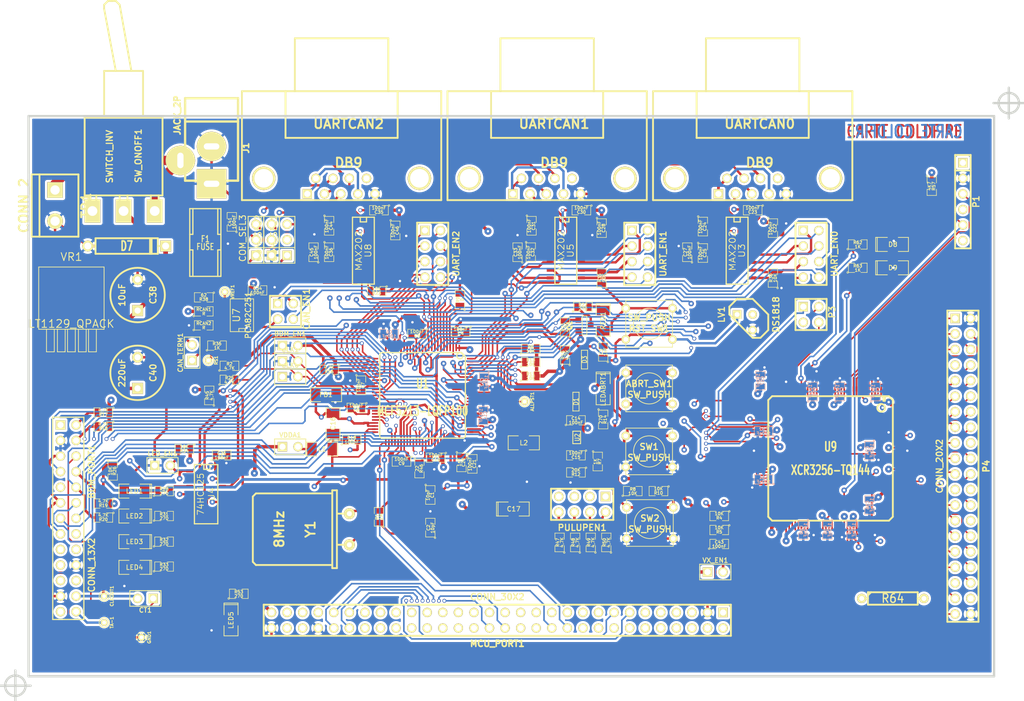
<source format=kicad_pcb>
(kicad_pcb (version 20221018) (generator pcbnew)
  (layers (0 "F.Cu" signal "Composant") (1 "In1.Cu" power "GND_layer") (2 "In2.Cu" power "VDD_layer") (31 "B.Cu" signal "Cuivre") (34 "B.Paste" user) (35 "F.Paste" user) (36 "B.SilkS" user "B.Silkscreen") (37 "F.SilkS" user "F.Silkscreen") (38 "B.Mask" user) (39 "F.Mask" user) (44 "Edge.Cuts" user))
  (net 0 "")
  (net 1 "/ALLPST")
  (net 2 "/AN2")
  (net 3 "/AN3")
  (net 4 "/AN4")
  (net 5 "/AN6")
  (net 6 "/BKPT-")
  (net 7 "/CLKIN/EXTAL")
  (net 8 "/CLKMOD0")
  (net 9 "/CLKMOD1")
  (net 10 "/DDAT0")
  (net 11 "/DDAT1")
  (net 12 "/DDAT2")
  (net 13 "/DDAT3")
  (net 14 "/DSCLK")
  (net 15 "/DSI")
  (net 16 "/DSO")
  (net 17 "/DTIN1")
  (net 18 "/GPT1")
  (net 19 "/GPT3")
  (net 20 "/IRQ-5")
  (net 21 "/IRQ-6")
  (net 22 "/IRQ-7")
  (net 23 "/JTAG_EN")
  (net 24 "/PST0")
  (net 25 "/PST1")
  (net 26 "/PST2")
  (net 27 "/PST3")
  (net 28 "/QSPI_CS3")
  (net 29 "/TCLK")
  (net 30 "/VDDPLL")
  (net 31 "/inout_user/CANRX")
  (net 32 "/inout_user/CAN_H")
  (net 33 "/inout_user/CAN_L")
  (net 34 "/inout_user/CTS0")
  (net 35 "/inout_user/CTS1")
  (net 36 "/inout_user/CTS2/CANH")
  (net 37 "/inout_user/PWM5")
  (net 38 "/inout_user/PWM7")
  (net 39 "/inout_user/RTS0")
  (net 40 "/inout_user/RTS1")
  (net 41 "/inout_user/RTS2")
  (net 42 "/inout_user/RXD0")
  (net 43 "/inout_user/RXD1")
  (net 44 "/inout_user/RXD2")
  (net 45 "/inout_user/RxD_CAN")
  (net 46 "/inout_user/TXD0")
  (net 47 "/inout_user/TXD1")
  (net 48 "/inout_user/TXD2/CANL")
  (net 49 "/inout_user/TxD_CAN")
  (net 50 "/inout_user/UCTS2")
  (net 51 "/inout_user/URTS0")
  (net 52 "/inout_user/URTS2")
  (net 53 "/inout_user/URXD1")
  (net 54 "/inout_user/URXD2")
  (net 55 "/inout_user/UTXD0")
  (net 56 "/xilinx/+3,3V_OUT")
  (net 57 "/xilinx/GLCK2")
  (net 58 "/xilinx/LED_TEST1")
  (net 59 "/xilinx/LED_TEST2")
  (net 60 "/xilinx/QSPI_CS2")
  (net 61 "/xilinx/TCK")
  (net 62 "/xilinx/TDI")
  (net 63 "/xilinx/TDO")
  (net 64 "/xilinx/TMS")
  (net 65 "/xilinx/XIL_D0")
  (net 66 "/xilinx/XIL_D1")
  (net 67 "/xilinx/XIL_D10")
  (net 68 "/xilinx/XIL_D11")
  (net 69 "/xilinx/XIL_D12")
  (net 70 "/xilinx/XIL_D13")
  (net 71 "/xilinx/XIL_D14")
  (net 72 "/xilinx/XIL_D15")
  (net 73 "/xilinx/XIL_D16")
  (net 74 "/xilinx/XIL_D17")
  (net 75 "/xilinx/XIL_D18")
  (net 76 "/xilinx/XIL_D19")
  (net 77 "/xilinx/XIL_D2")
  (net 78 "/xilinx/XIL_D20")
  (net 79 "/xilinx/XIL_D21")
  (net 80 "/xilinx/XIL_D22")
  (net 81 "/xilinx/XIL_D23")
  (net 82 "/xilinx/XIL_D24")
  (net 83 "/xilinx/XIL_D25")
  (net 84 "/xilinx/XIL_D26")
  (net 85 "/xilinx/XIL_D27")
  (net 86 "/xilinx/XIL_D28")
  (net 87 "/xilinx/XIL_D29")
  (net 88 "/xilinx/XIL_D3")
  (net 89 "/xilinx/XIL_D30")
  (net 90 "/xilinx/XIL_D31")
  (net 91 "/xilinx/XIL_D32")
  (net 92 "/xilinx/XIL_D33")
  (net 93 "/xilinx/XIL_D34")
  (net 94 "/xilinx/XIL_D35")
  (net 95 "/xilinx/XIL_D36")
  (net 96 "/xilinx/XIL_D4")
  (net 97 "/xilinx/XIL_D5")
  (net 98 "/xilinx/XIL_D6")
  (net 99 "/xilinx/XIL_D7")
  (net 100 "/xilinx/XIL_D8")
  (net 101 "/xilinx/XIL_D9")
  (net 102 "GND")
  (net 103 "Net-(ABRT_SW1-Pad1)")
  (net 104 "VDD")
  (net 105 "Net-(BDM_PORT1-Pad6)")
  (net 106 "/inout_user/RSTI-")
  (net 107 "Net-(BDM_PORT1-Pad26)")
  (net 108 "Net-(C3-Pad1)")
  (net 109 "Net-(C15-Pad1)")
  (net 110 "/inout_user/VCCA")
  (net 111 "GNDA")
  (net 112 "Net-(C23-Pad2)")
  (net 113 "Net-(C24-Pad1)")
  (net 114 "Net-(C24-Pad2)")
  (net 115 "Net-(C25-Pad1)")
  (net 116 "Net-(C25-Pad2)")
  (net 117 "Net-(C27-Pad1)")
  (net 118 "Net-(C30-Pad2)")
  (net 119 "Net-(C31-Pad1)")
  (net 120 "Net-(C31-Pad2)")
  (net 121 "Net-(C32-Pad1)")
  (net 122 "Net-(C32-Pad2)")
  (net 123 "Net-(C33-Pad1)")
  (net 124 "Net-(C35-Pad2)")
  (net 125 "Net-(C36-Pad1)")
  (net 126 "Net-(C36-Pad2)")
  (net 127 "Net-(C38-Pad1)")
  (net 128 "Net-(C43-Pad2)")
  (net 129 "Net-(C44-Pad1)")
  (net 130 "Net-(C44-Pad2)")
  (net 131 "Net-(C45-Pad1)")
  (net 132 "/inout_user/CANTX")
  (net 133 "Net-(CAN_TERM1-Pad2)")
  (net 134 "Net-(COM_SEL1-Pad3)")
  (net 135 "Net-(COM_SEL2-Pad3)")
  (net 136 "Net-(COM_SEL3-Pad3)")
  (net 137 "Net-(D1-Pad2)")
  (net 138 "Net-(D8-Pad1)")
  (net 139 "Net-(D9-Pad1)")
  (net 140 "Net-(F1-Pad1)")
  (net 141 "Net-(J1-Pad3)")
  (net 142 "Net-(L1-Pad1)")
  (net 143 "Net-(LED1-Pad1)")
  (net 144 "Net-(LED2-Pad1)")
  (net 145 "Net-(LED3-Pad1)")
  (net 146 "Net-(LED4-Pad1)")
  (net 147 "Net-(LED5-Pad1)")
  (net 148 "Net-(LEDABRT1-Pad2)")
  (net 149 "Net-(LED_EN1-Pad2)")
  (net 150 "/xilinx/IRQ-1")
  (net 151 "/inout_user/UCTS1")
  (net 152 "/inout_user/RTS0-")
  (net 153 "/inout_user/PWM1")
  (net 154 "/inout_user/PWM3")
  (net 155 "/xilinx/IRQ-2")
  (net 156 "/inout_user/QSPI_DOUT")
  (net 157 "/AN0")
  (net 158 "/inout_user/QSPI_DIN")
  (net 159 "/AN1")
  (net 160 "/inout_user/QSPI_SCLK")
  (net 161 "/QSPI_CS0")
  (net 162 "/xilinx/QSPI_CS1")
  (net 163 "/AN5")
  (net 164 "/xilinx/IRQ-3")
  (net 165 "/AN7")
  (net 166 "/IRQ-4")
  (net 167 "/DTIN0")
  (net 168 "/DTIN2")
  (net 169 "/inout_user/UTXD1")
  (net 170 "/inout_user/URTS1")
  (net 171 "/DTIN3")
  (net 172 "/inout_user/URXD0")
  (net 173 "/inout_user/UCTS0")
  (net 174 "/inout_user/UTXD2")
  (net 175 "/GPT0")
  (net 176 "/GPT2")
  (net 177 "/inout_user/RCON-")
  (net 178 "Net-(P3-Pad2)")
  (net 179 "Net-(P3-Pad4)")
  (net 180 "Net-(PULUPEN1-Pad2)")
  (net 181 "Net-(PULUPEN1-Pad4)")
  (net 182 "Net-(PULUPEN1-Pad6)")
  (net 183 "Net-(PULUPEN1-Pad8)")
  (net 184 "Net-(Q1-Pad2)")
  (net 185 "Net-(Q1-Pad3)")
  (net 186 "Net-(R9-Pad1)")
  (net 187 "Net-(R22-Pad2)")
  (net 188 "Net-(R23-Pad2)")
  (net 189 "Net-(R28-Pad2)")
  (net 190 "Net-(R30-Pad2)")
  (net 191 "Net-(R31-Pad2)")
  (net 192 "Net-(R32-Pad2)")
  (net 193 "Net-(R33-Pad2)")
  (net 194 "Net-(R35-Pad2)")
  (net 195 "Net-(R36-Pad1)")
  (net 196 "Net-(R46-Pad1)")
  (net 197 "Net-(U3-Pad9)")
  (net 198 "Net-(U3-Pad11)")
  (net 199 "Net-(U3-Pad12)")
  (net 200 "Net-(U5-Pad9)")
  (net 201 "Net-(U5-Pad11)")
  (net 202 "Net-(U5-Pad12)")
  (net 203 "Net-(U7-Pad5)")
  (net 204 "Net-(U8-Pad9)")
  (net 205 "Net-(U8-Pad10)")
  (net 206 "Net-(U8-Pad12)")
  (net 207 "Net-(UARTCAN0-Pad1)")
  (net 208 "Net-(UARTCAN1-Pad1)")
  (net 209 "Net-(UARTCAN2-Pad1)")
  (footprint "discret:SW_PUSH_SMALL" (layer "F.Cu") (at 172.339 100.33)
    (fp_text reference "ABRT_SW1")
    (fp_text value "SW_PUSH")
  )
  (footprint "connect:PINTST" (layer "F.Cu") (at 152.019 102.489 -90)
    (fp_text reference "ALLPST1")
    (fp_text value "CONN_1" hide)
  )
  (footprint "pin_array:PIN_ARRAY_2X1" (layer "F.Cu") (at 113.792 93.345)
    (fp_text reference "BDM_EN1")
    (fp_text value "JUMPER" hide)
  )
  (footprint "pin_array:pin_array_13x2" (layer "F.Cu") (at 77.597 121.539 -90)
    (fp_text reference "BDM_PORT1")
    (fp_text value "CONN_13X2")
  )
  (footprint "lib_smd:SM0805" (layer "F.Cu") (at 136.652 117.729 -90)
    (fp_text reference "C1")
    (fp_text value "10pF")
  )
  (footprint "lib_smd:SM0805" (layer "F.Cu") (at 136.652 123.063 90)
    (fp_text reference "C2")
    (fp_text value "10pF")
  )
  (footprint "lib_smd:SM0805" (layer "F.Cu") (at 164.846 94.361 90)
    (fp_text reference "C3")
    (fp_text value "1nF")
  )
  (footprint "lib_smd:SM0805" (layer "F.Cu") (at 141.605 91.059 180)
    (fp_text reference "C4")
    (fp_text value "100nF")
  )
  (footprint "lib_smd:SM0805" (layer "F.Cu") (at 134.493 91.44 180)
    (fp_text reference "C5")
    (fp_text value "100nF")
  )
  (footprint "lib_smd:SM0805" (layer "F.Cu") (at 125.349 99.822 -90)
    (fp_text reference "C7")
    (fp_text value "100nF")
  )
  (footprint "lib_smd:SM0805" (layer "F.Cu") (at 124.587 103.505 180)
    (fp_text reference "C8")
    (fp_text value "100nF")
  )
  (footprint "lib_smd:SM0805" (layer "F.Cu") (at 131.953 112.268 180)
    (fp_text reference "C9")
    (fp_text value "100nF")
  )
  (footprint "lib_smd:SM0805" (layer "F.Cu") (at 137.541 111.633 180)
    (fp_text reference "C10")
    (fp_text value "100nF")
  )
  (footprint "lib_smd:SM0805" (layer "F.Cu") (at 160.401 105.537)
    (fp_text reference "C14")
    (fp_text value "100nF")
  )
  (footprint "lib_smd:SM0805" (layer "F.Cu") (at 160.401 111.252 180)
    (fp_text reference "C15")
    (fp_text value "100nF")
  )
  (footprint "lib_smd:SM1206POL" (layer "F.Cu") (at 120.777 106.045 90)
    (fp_text reference "C16")
    (fp_text value "10uF" hide)
  )
  (footprint "lib_smd:SM1206POL" (layer "F.Cu") (at 150.241 120.015)
    (fp_text reference "C17")
    (fp_text value "100uF" hide)
  )
  (footprint "lib_smd:SM0805" (layer "F.Cu") (at 123.825 108.712)
    (fp_text reference "C18")
    (fp_text value "100nF")
  )
  (footprint "lib_smd:SM0805" (layer "F.Cu") (at 141.732 112.395 -90)
    (fp_text reference "C20")
    (fp_text value "1nF")
  )
  (footprint "lib_smd:SM0805" (layer "F.Cu") (at 143.51 112.649 -90)
    (fp_text reference "C21")
    (fp_text value "100nF")
  )
  (footprint "lib_smd:SM0805" (layer "F.Cu") (at 192.532 74.168 -90)
    (fp_text reference "C22")
    (fp_text value "100nF")
  )
  (footprint "lib_smd:SM0805" (layer "F.Cu") (at 189.23 71.247 180)
    (fp_text reference "C23")
    (fp_text value "100nF")
  )
  (footprint "lib_smd:SM0805" (layer "F.Cu") (at 181.102 73.914 -90)
    (fp_text reference "C24")
    (fp_text value "100nF")
  )
  (footprint "lib_smd:SM0805" (layer "F.Cu") (at 181.102 78.232 -90)
    (fp_text reference "C25")
    (fp_text value "100nF")
  )
  (footprint "lib_smd:SM0805" (layer "F.Cu") (at 102.616 111.252)
    (fp_text reference "C26")
    (fp_text value "100nF")
  )
  (footprint "lib_smd:SM0805" (layer "F.Cu") (at 178.562 78.105 90)
    (fp_text reference "C27")
    (fp_text value "100nF")
  )
  (footprint "lib_smd:SM0805" (layer "F.Cu") (at 164.592 74.168 -90)
    (fp_text reference "C28")
    (fp_text value "100nF")
  )
  (footprint "lib_smd:SM0805" (layer "F.Cu") (at 161.29 71.247 180)
    (fp_text reference "C30")
    (fp_text value "100nF")
  )
  (footprint "lib_smd:SM0805" (layer "F.Cu") (at 153.162 73.787 -90)
    (fp_text reference "C31")
    (fp_text value "100nF")
  )
  (footprint "lib_smd:SM0805" (layer "F.Cu") (at 153.035 78.105 -90)
    (fp_text reference "C32")
    (fp_text value "100nF")
  )
  (footprint "lib_smd:SM0805" (layer "F.Cu") (at 150.876 78.105 90)
    (fp_text reference "C33")
    (fp_text value "100nF")
  )
  (footprint "lib_smd:SM0805" (layer "F.Cu") (at 108.458 84.328)
    (fp_text reference "C34")
    (fp_text value "100nF")
  )
  (footprint "lib_smd:SM0805" (layer "F.Cu") (at 128.27 71.247 180)
    (fp_text reference "C35")
    (fp_text value "100nF")
  )
  (footprint "lib_smd:SM0805" (layer "F.Cu") (at 120.142 78.105 -90)
    (fp_text reference "C36")
    (fp_text value "100nF")
  )
  (footprint "discret:C2V8" (layer "F.Cu") (at 88.9 85.09 90)
    (fp_text reference "C38")
    (fp_text value "10uF")
  )
  (footprint "discret:C2V8" (layer "F.Cu") (at 88.9 97.79 90)
    (fp_text reference "C40")
    (fp_text value "220uF")
  )
  (footprint "lib_smd:SM0805" (layer "F.Cu") (at 104.267 73.152 90)
    (fp_text reference "C41")
    (fp_text value "100nF")
  )
  (footprint "lib_smd:SM0805" (layer "F.Cu") (at 183.769 125.73)
    (fp_text reference "C43")
    (fp_text value "100nF")
  )
  (footprint "lib_smd:SM0805" (layer "F.Cu") (at 120.142 73.787 -90)
    (fp_text reference "C44")
    (fp_text value "100nF")
  )
  (footprint "lib_smd:SM0805" (layer "F.Cu") (at 117.602 78.105 90)
    (fp_text reference "C45")
    (fp_text value "100nF")
  )
  (footprint "lib_smd:SM0805" (layer "F.Cu") (at 130.937 74.549 -90)
    (fp_text reference "C46")
    (fp_text value "100nF")
  )
  (footprint "pin_array:PIN_ARRAY_2X2" (layer "F.Cu") (at 113.03 87.757 -90)
    (fp_text reference "CAN_EN1")
    (fp_text value "CONN_2X2" hide)
  )
  (footprint "pin_array:PIN_ARRAY_2X1" (layer "F.Cu") (at 97.79 94.488 90)
    (fp_text reference "CAN_TERM1")
    (fp_text value "JUMPER" hide)
  )
  (footprint "pin_array:PIN_ARRAY_2X1" (layer "F.Cu") (at 113.792 98.425)
    (fp_text reference "CLK0")
    (fp_text value "JUMPER" hide)
  )
  (footprint "pin_array:PIN_ARRAY_2X1" (layer "F.Cu") (at 113.792 95.885)
    (fp_text reference "CLK1")
    (fp_text value "JUMPER" hide)
  )
  (footprint "connect:PINTST" (layer "F.Cu") (at 83.439 134.239 -90)
    (fp_text reference "CLKOUT1")
    (fp_text value "CONN_1" hide)
  )
  (footprint "pin_array:PIN_ARRAY_3X1" (layer "F.Cu") (at 113.284 76.073 90)
    (fp_text reference "COM_SEL1")
    (fp_text value "CONN_3" hide)
  )
  (footprint "pin_array:PIN_ARRAY_3X1" (layer "F.Cu") (at 110.744 76.073 90)
    (fp_text reference "COM_SEL2")
    (fp_text value "CONN_3" hide)
  )
  (footprint "pin_array:PIN_ARRAY_3X1" (layer "F.Cu") (at 108.204 76.073 90)
    (fp_text reference "COM_SEL3")
    (fp_text value "CONN_3" hide)
  )
  (footprint "pin_array:PIN_ARRAY_2X1" (layer "F.Cu") (at 90.17 134.62 180)
    (fp_text reference "CT1")
    (fp_text value "JUMPER" hide)
  )
  (footprint "lib_smd:ST23AK#1" (layer "F.Cu") (at 160.401 102.489 90)
    (fp_text reference "D1")
    (fp_text value "BAT54" hide)
  )
  (footprint "lib_smd:ST23AK#1" (layer "F.Cu") (at 161.798 95.631 90)
    (fp_text reference "D3")
    (fp_text value "BAT54" hide)
  )
  (footprint "discret:D5" (layer "F.Cu") (at 87.122 77.089)
    (fp_text reference "D7")
    (fp_text value "1N4004" hide)
  )
  (footprint "lib_smd:SM1206POL" (layer "F.Cu") (at 212.09 76.835)
    (fp_text reference "D8")
    (fp_text value "LED" hide)
  )
  (footprint "lib_smd:SM1206POL" (layer "F.Cu") (at 212.09 80.645)
    (fp_text reference "D9")
    (fp_text value "LED" hide)
  )
  (footprint "lib_smd:FSUPCMS" (layer "F.Cu") (at 99.949 76.454)
    (fp_text reference "F1")
    (fp_text value "FUSE")
  )
  (footprint "lib_smd:SM1206" (layer "F.Cu") (at 119.634 101.346 180)
    (fp_text reference "FB1")
    (fp_text value "BEAD" hide)
  )
  (footprint "connect:PINTST" (layer "F.Cu") (at 89.535 140.97 -90)
    (fp_text reference "GND1")
    (fp_text value "CONN_1" hide)
  )
  (footprint "connect:JACK_ALIM" (layer "F.Cu") (at 100.965 60.833 -90)
    (fp_text reference "J1")
    (fp_text value "JACK_2P")
  )
  (footprint "lib_smd:SM1206" (layer "F.Cu") (at 118.999 110.236)
    (fp_text reference "L1")
    (fp_text value "10uH" hide)
  )
  (footprint "lib_smd:SM1206" (layer "F.Cu") (at 151.892 109.22 180)
    (fp_text reference "L2")
    (fp_text value "10uH" hide)
  )
  (footprint "lib_smd:SM1206POL" (layer "F.Cu") (at 88.392 117.094 180)
    (fp_text reference "LED1")
    (fp_text value "LED" hide)
  )
  (footprint "lib_smd:SM1206POL" (layer "F.Cu") (at 88.392 121.158 180)
    (fp_text reference "LED2")
    (fp_text value "LED" hide)
  )
  (footprint "lib_smd:SM1206POL" (layer "F.Cu") (at 88.392 125.349 180)
    (fp_text reference "LED3")
    (fp_text value "LED" hide)
  )
  (footprint "lib_smd:SM1206POL" (layer "F.Cu") (at 88.392 129.54 180)
    (fp_text reference "LED4")
    (fp_text value "LED" hide)
  )
  (footprint "lib_smd:SM1206POL" (layer "F.Cu") (at 104.14 138.176 -90)
    (fp_text reference "LED5")
    (fp_text value "LED" hide)
  )
  (footprint "lib_smd:SM1206POL" (layer "F.Cu") (at 164.846 100.457 -90)
    (fp_text reference "LEDABRT1")
    (fp_text value "RED" hide)
  )
  (footprint "pin_array:PIN_ARRAY_2X1" (layer "F.Cu") (at 92.964 112.903)
    (fp_text reference "LED_EN1")
    (fp_text value "JUMPER" hide)
  )
  (footprint "discret:TO92-INVERT" (layer "F.Cu") (at 187.96 89.535 -90)
    (fp_text reference "LV1")
    (fp_text value "DS1818")
  )
  (footprint "pin_array:PIN_ARRAY_30X2" (layer "F.Cu") (at 147.574 138.176 180)
    (fp_text reference "MCU_PORT1")
    (fp_text value "CONN_30X2")
  )
  (footprint "pin_array:PIN_ARRAY-6X1" (layer "F.Cu") (at 223.52 69.85 -90)
    (fp_text reference "P1")
    (fp_text value "CONN_6" hide)
  )
  (footprint "pin_array:PIN_ARRAY_2X2" (layer "F.Cu") (at 198.755 88.265 -90)
    (fp_text reference "P3")
    (fp_text value "CONN_2X2" hide)
  )
  (footprint "pin_array:PIN_ARRAY_20X2" (layer "F.Cu") (at 223.52 113.03 -90)
    (fp_text reference "P4")
    (fp_text value "CONN_20X2")
  )
  (footprint "pin_array:pin_array_4x2" (layer "F.Cu") (at 161.417 119.253 180)
    (fp_text reference "PULUPEN1")
    (fp_text value "CONN_4X2" hide)
  )
  (footprint "lib_smd:SOT23EBC" (layer "F.Cu") (at 161.798 90.043 90)
    (fp_text reference "Q1")
    (fp_text value "3906" hide)
  )
  (footprint "lib_smd:SM0805" (layer "F.Cu") (at 128.27 121.285 90)
    (fp_text reference "R1")
    (fp_text value "1M")
  )
  (footprint "lib_smd:SM0805" (layer "F.Cu") (at 103.886 96.647)
    (fp_text reference "R2")
    (fp_text value "4,7K")
  )
  (footprint "lib_smd:SM0805" (layer "F.Cu") (at 183.769 121.158 180)
    (fp_text reference "R4")
    (fp_text value "10K")
  )
  (footprint "lib_smd:SM0805" (layer "F.Cu") (at 183.769 123.444 180)
    (fp_text reference "R5")
    (fp_text value "10K")
  )
  (footprint "lib_smd:SM0805" (layer "F.Cu") (at 153.035 93.853)
    (fp_text reference "R6")
    (fp_text value "10K")
  )
  (footprint "lib_smd:SM0805" (layer "F.Cu") (at 163.957 112.268 -90)
    (fp_text reference "R7")
    (fp_text value "1K")
  )
  (footprint "lib_smd:SM0805" (layer "F.Cu") (at 169.672 117.094)
    (fp_text reference "R8")
    (fp_text value "10K")
  )
  (footprint "lib_smd:SM0805" (layer "F.Cu") (at 141.478 85.852 90)
    (fp_text reference "R9")
    (fp_text value "0")
  )
  (footprint "lib_smd:SM0805" (layer "F.Cu") (at 173.863 117.094 180)
    (fp_text reference "R10")
    (fp_text value "10K")
  )
  (footprint "lib_smd:SM0805" (layer "F.Cu") (at 153.035 98.298)
    (fp_text reference "R11")
    (fp_text value "10K")
  )
  (footprint "lib_smd:SM0805" (layer "F.Cu") (at 160.401 114.046 180)
    (fp_text reference "R12")
    (fp_text value "20K")
  )
  (footprint "lib_smd:SM0805" (layer "F.Cu") (at 153.035 96.012)
    (fp_text reference "R13")
    (fp_text value "10K")
  )
  (footprint "lib_smd:SM0805" (layer "F.Cu") (at 164.846 105.41 -90)
    (fp_text reference "R14")
    (fp_text value "270")
  )
  (footprint "lib_smd:SM0805" (layer "F.Cu") (at 158.623 94.869 90)
    (fp_text reference "R15")
    (fp_text value "4,7K")
  )
  (footprint "lib_smd:SM0805" (layer "F.Cu") (at 120.142 97.282 180)
    (fp_text reference "R16")
    (fp_text value "4,7K")
  )
  (footprint "lib_smd:SM0805" (layer "F.Cu") (at 83.312 104.267 180)
    (fp_text reference "R17")
    (fp_text value "4,7K")
  )
  (footprint "lib_smd:SM0805" (layer "F.Cu") (at 83.312 106.553 180)
    (fp_text reference "R18")
    (fp_text value "4,7K")
  )
  (footprint "lib_smd:SM0805" (layer "F.Cu") (at 83.312 119.126 180)
    (fp_text reference "R19")
    (fp_text value "4,7K")
  )
  (footprint "lib_smd:SM0805" (layer "F.Cu") (at 83.312 121.412 180)
    (fp_text reference "R20")
    (fp_text value "4,7K")
  )
  (footprint "lib_smd:SM0805" (layer "F.Cu") (at 158.623 90.297 90)
    (fp_text reference "R21")
    (fp_text value "4,7K")
  )
  (footprint "lib_smd:SM0805" (layer "F.Cu") (at 161.544 86.995)
    (fp_text reference "R22")
    (fp_text value "270")
  )
  (footprint "lib_smd:SM0805" (layer "F.Cu") (at 127.889 84.455 180)
    (fp_text reference "R23")
    (fp_text value "10K")
  )
  (footprint "lib_smd:SM0805" (layer "F.Cu") (at 103.886 98.933)
    (fp_text reference "R25")
    (fp_text value "4,7K")
  )
  (footprint "lib_smd:SM0805" (layer "F.Cu") (at 84.836 113.792 -90)
    (fp_text reference "R26")
    (fp_text value "10K")
  )
  (footprint "lib_smd:SM0805" (layer "F.Cu") (at 93.218 117.094)
    (fp_text reference "R28")
    (fp_text value "270")
  )
  (footprint "lib_smd:SM0805" (layer "F.Cu") (at 192.532 82.296 90)
    (fp_text reference "R30")
    (fp_text value "10K")
  )
  (footprint "lib_smd:SM0805" (layer "F.Cu") (at 93.218 121.158)
    (fp_text reference "R31")
    (fp_text value "270")
  )
  (footprint "lib_smd:SM0805" (layer "F.Cu") (at 93.218 125.349)
    (fp_text reference "R32")
    (fp_text value "270")
  )
  (footprint "lib_smd:SM0805" (layer "F.Cu") (at 93.218 129.413)
    (fp_text reference "R33")
    (fp_text value "270")
  )
  (footprint "lib_smd:SM0805" (layer "F.Cu") (at 96.52 110.236 180)
    (fp_text reference "R34")
    (fp_text value "10K")
  )
  (footprint "lib_smd:SM0805" (layer "F.Cu") (at 164.592 82.296 90)
    (fp_text reference "R35")
    (fp_text value "10K")
  )
  (footprint "lib_smd:SM0805" (layer "F.Cu") (at 101.854 93.345)
    (fp_text reference "R36")
    (fp_text value "1K")
  )
  (footprint "lib_smd:SM0805" (layer "F.Cu") (at 99.695 85.471 180)
    (fp_text reference "R38")
    (fp_text value "62")
  )
  (footprint "lib_smd:SM0805" (layer "F.Cu") (at 100.584 101.473 90)
    (fp_text reference "R45")
    (fp_text value "4,7K")
  )
  (footprint "lib_smd:SM0805" (layer "F.Cu") (at 134.874 113.411 -90)
    (fp_text reference "R46")
    (fp_text value "22")
  )
  (footprint "lib_smd:SM0805" (layer "F.Cu") (at 157.734 125.476 90)
    (fp_text reference "R47")
    (fp_text value "4,7K")
  )
  (footprint "lib_smd:SM0805" (layer "F.Cu") (at 160.274 125.476 90)
    (fp_text reference "R48")
    (fp_text value "4,7K")
  )
  (footprint "lib_smd:SM0805" (layer "F.Cu") (at 162.814 125.476 90)
    (fp_text reference "R49")
    (fp_text value "4,7K")
  )
  (footprint "lib_smd:SM0805" (layer "F.Cu") (at 165.354 125.476 90)
    (fp_text reference "R50")
    (fp_text value "4,7K")
  )
  (footprint "lib_smd:SM0805" (layer "F.Cu") (at 105.41 133.858)
    (fp_text reference "R53")
    (fp_text value "270")
  )
  (footprint "lib_smd:SM0805" (layer "F.Cu") (at 218.44 67.31 -90)
    (fp_text reference "R57")
    (fp_text value "4K7")
  )
  (footprint "lib_smd:SM0805" (layer "F.Cu") (at 206.375 76.835)
    (fp_text reference "R62")
    (fp_text value "1K")
  )
  (footprint "lib_smd:SM0805" (layer "F.Cu") (at 206.375 80.645)
    (fp_text reference "R63")
    (fp_text value "1K")
  )
  (footprint "discret:R4" (layer "F.Cu") (at 212.09 134.62)
    (fp_text reference "R64")
    (fp_text value "3,3" hide)
  )
  (footprint "lib_smd:SM0805" (layer "F.Cu") (at 99.695 87.757)
    (fp_text reference "RCAN1")
    (fp_text value "R")
  )
  (footprint "lib_smd:SM0805" (layer "F.Cu") (at 99.695 90.043)
    (fp_text reference "RCAN2")
    (fp_text value "R")
  )
  (footprint "lib_smd:SM1206POL" (layer "F.Cu") (at 164.846 89.281 -90)
    (fp_text reference "RED1")
    (fp_text value "LED_RESET1" hide)
  )
  (footprint "connect:PINTST" (layer "F.Cu") (at 100.457 95.758 -90)
    (fp_text reference "RS1")
    (fp_text value "CONN_1" hide)
  )
  (footprint "discret:SW_PUSH_SMALL" (layer "F.Cu") (at 172.339 89.789 180)
    (fp_text reference "RST_SW1")
    (fp_text value "SW_PUSH")
  )
  (footprint "discret:SW_PUSH_SMALL" (layer "F.Cu") (at 172.339 110.617)
    (fp_text reference "SW1")
    (fp_text value "SW_PUSH")
  )
  (footprint "discret:SW_PUSH_SMALL" (layer "F.Cu") (at 172.466 122.301)
    (fp_text reference "SW2")
    (fp_text value "SW_PUSH")
  )
  (footprint "discret:SW_SPDT" (layer "F.Cu") (at 86.614 71.374 90)
    (fp_text reference "SW_ONOFF1")
    (fp_text value "SWITCH_INV")
  )
  (footprint "connect:PINTST" (layer "F.Cu") (at 83.439 138.557 -90)
    (fp_text reference "TA-1")
    (fp_text value "CONN_1" hide)
  )
  (footprint "connect:bornier2" (layer "F.Cu") (at 75.438 70.485 -90)
    (fp_text reference "TB1")
    (fp_text value "CONN_2")
  )
  (footprint "lib_smd:VQFP100" (layer "F.Cu") (at 135.382 101.473)
    (fp_text reference "U1")
    (fp_text value "MCF5213-LQFP100")
  )
  (footprint "lib_smd:SOT353" (layer "F.Cu") (at 160.528 108.331)
    (fp_text reference "U2")
    (fp_text value "74AHC1G14" hide)
  )
  (footprint "lib_smd:SO16E" (layer "F.Cu") (at 186.69 77.851 -90)
    (fp_text reference "U3")
    (fp_text value "MAX202")
  )
  (footprint "lib_smd:SO14E" (layer "F.Cu") (at 100.203 117.602 -90)
    (fp_text reference "U4")
    (fp_text value "74HC125")
  )
  (footprint "lib_smd:SO16E" (layer "F.Cu") (at 158.75 77.851 -90)
    (fp_text reference "U5")
    (fp_text value "MAX202")
  )
  (footprint "lib_smd:SO8E" (layer "F.Cu") (at 105.918 88.392 90)
    (fp_text reference "U7")
    (fp_text value "PCA82C251")
  )
  (footprint "lib_smd:SO16E" (layer "F.Cu") (at 125.73 77.851 -90)
    (fp_text reference "U8")
    (fp_text value "MAX202")
  )
  (footprint "lib_smd:TQFP144" (layer "F.Cu") (at 201.93 111.76)
    (fp_text reference "U9")
    (fp_text value "XCR3256-TQ144")
  )
  (footprint "connect:DB9FC" (layer "F.Cu") (at 189.103 67.31)
    (fp_text reference "UARTCAN0")
    (fp_text value "DB9")
  )
  (footprint "connect:DB9FC" (layer "F.Cu") (at 155.575 67.31)
    (fp_text reference "UARTCAN1")
    (fp_text value "DB9")
  )
  (footprint "connect:DB9FC" (layer "F.Cu") (at 122.047 67.31)
    (fp_text reference "UARTCAN2")
    (fp_text value "DB9")
  )
  (footprint "pin_array:pin_array_4x2" (layer "F.Cu") (at 198.755 78.359 -90)
    (fp_text reference "UART_EN0")
    (fp_text value "CONN_4X2" hide)
  )
  (footprint "pin_array:pin_array_4x2" (layer "F.Cu") (at 170.815 78.359 -90)
    (fp_text reference "UART_EN1")
    (fp_text value "CONN_4X2" hide)
  )
  (footprint "pin_array:pin_array_4x2" (layer "F.Cu") (at 137.033 78.359 -90)
    (fp_text reference "UART_EN2")
    (fp_text value "CONN_4X2" hide)
  )
  (footprint "pin_array:PIN_ARRAY_2X1" (layer "F.Cu") (at 113.792 109.855)
    (fp_text reference "VDDA1")
    (fp_text value "JUMPER" hide)
  )
  (footprint "lib_smd:DPAK5" (layer "F.Cu") (at 78.105 93.091)
    (fp_text reference "VR1")
    (fp_text value "LT1129_QPACK")
  )
  (footprint "connect:PINTST" (layer "F.Cu") (at 103.124 84.582 -90)
    (fp_text reference "VREF1")
    (fp_text value "CONN_1" hide)
  )
  (footprint "pin_array:PIN_ARRAY_2X1" (layer "F.Cu") (at 183.134 130.302)
    (fp_text reference "VX_EN1")
    (fp_text value "JUMPER" hide)
  )
  (footprint "discret:HC-18UH" (layer "F.Cu") (at 123.444 123.317 -90)
    (fp_text reference "Y1")
    (fp_text value "8MHz")
  )
  (footprint "lib_smd:SM0805" (layer "B.Cu") (at 129.921 91.44 180)
    (fp_text reference "C6")
    (fp_text value "100nF")
  )
  (footprint "lib_smd:SM0805" (layer "B.Cu") (at 145.288 104.775 90)
    (fp_text reference "C11")
    (fp_text value "100nF")
  )
  (footprint "lib_smd:SM0805" (layer "B.Cu") (at 145.415 99.314 -90)
    (fp_text reference "C12")
    (fp_text value "100nF")
  )
  (footprint "lib_smd:SM0805" (layer "B.Cu") (at 209.296 100.838 90)
    (fp_text reference "C51")
    (fp_text value "100nF")
  )
  (footprint "lib_smd:SM0805" (layer "B.Cu") (at 191.008 107.315 180)
    (fp_text reference "C52")
    (fp_text value "100nF")
  )
  (footprint "lib_smd:SM0805" (layer "B.Cu") (at 203.454 100.838 90)
    (fp_text reference "C53")
    (fp_text value "100nF")
  )
  (footprint "lib_smd:SM0805" (layer "B.Cu") (at 208.28 110.49 -90)
    (fp_text reference "C54")
    (fp_text value "100nF")
  )
  (footprint "lib_smd:SM0805" (layer "B.Cu") (at 201.422 123.444 -90)
    (fp_text reference "C55")
    (fp_text value "100nF")
  )
  (footprint "lib_smd:SM0805" (layer "B.Cu") (at 208.28 119.38 -90)
    (fp_text reference "C56")
    (fp_text value "100nF")
  )
  (footprint "lib_smd:SM0805" (layer "B.Cu") (at 190.5 99.06 90)
    (fp_text reference "C57")
    (fp_text value "100nF")
  )
  (footprint "lib_smd:SM0805" (layer "B.Cu") (at 199.009 100.838 90)
    (fp_text reference "C58")
    (fp_text value "100nF")
  )
  (footprint "lib_smd:SM0805" (layer "B.Cu") (at 205.359 123.444 -90)
    (fp_text reference "C59")
    (fp_text value "100nF")
  )
  (footprint "lib_smd:SM0805" (layer "B.Cu") (at 197.485 123.444 -90)
    (fp_text reference "C60")
    (fp_text value "100nF")
  )
  (footprint "lib_smd:SM0805" (layer "B.Cu") (at 191.008 115.189 180)
    (fp_text reference "C61")
    (fp_text value "100nF")
  )
  (gr_line (start 71.12 147.32) (end 228.6 147.32) (stroke (width 0.381)) (layer "Edge.Cuts"))
  (gr_line (start 228.6 55.88) (end 71.12 55.88) (stroke (width 0.381)) (layer "Edge.Cuts"))
  (gr_line (start 71.12 55.88) (end 71.12 147.32) (stroke (width 0.381)) (layer "Edge.Cuts"))
  (gr_line (start 228.6 55.88) (end 228.6 147.32) (stroke (width 0.381)) (layer "Edge.Cuts"))
  (gr_text "CARTE COLDFIRE" (at 213.995 58.42) (layer "F.Cu") (effects (font (size 2.032 1.524) (thickness 0.3048))))
  (gr_text "CARTE COLDFIRE" (at 213.995 58.42) (layer "B.Cu") (effects (font (size 2.032 1.524) (thickness 0.3048)) (justify mirror)))
  (target plus (at 231.00792 53.75656) (size 5) (width 0.381) (layer "Edge.Cuts"))
  (target plus (at 68.95592 148.86432) (size 5) (width 0.381) (layer "Edge.Cuts"))
  (segment (start 152.019 102.489) (end 143.129 102.4636) (width 0.254) (layer "F.Cu") (net 1))
  (segment (start 129.032 105.156) (end 128.8034 104.9782) (width 0.254) (layer "F.Cu") (net 2))
  (segment (start 128.8034 104.9782) (end 127.635 104.9782) (width 0.254) (layer "F.Cu") (net 2))
  (segment (start 129.54 105.41) (end 129.032 105.156) (width 0.254) (layer "F.Cu") (net 2))
  (via (at 129.54 105.41) (size 0.635) (drill 0.4) (layers "F.Cu" "B.Cu") (net 2))
  (segment (start 128.6764 105.4862) (end 128.905 105.664) (width 0.254) (layer "F.Cu") (net 3))
  (segment (start 129.032 105.918) (end 129.54 106.299) (width 0.254) (layer "F.Cu") (net 3))
  (segment (start 127.635 105.4862) (end 128.6764 105.4862) (width 0.254) (layer "F.Cu") (net 3))
  (segment (start 128.905 105.664) (end 129.032 105.918) (width 0.254) (layer "F.Cu") (net 3))
  (via (at 129.54 106.299) (size 0.635) (drill 0.4) (layers "F.Cu" "B.Cu") (net 3))
  (segment (start 131.064 107.442) (end 131.064 106.426) (width 0.254) (layer "F.Cu") (net 4))
  (segment (start 130.8862 107.6198) (end 130.8862 109.22) (width 0.254) (layer "F.Cu") (net 4))
  (segment (start 130.8862 107.6198) (end 131.064 107.442) (width 0.254) (layer "F.Cu") (net 4))
  (via (at 131.064 106.426) (size 0.635) (drill 0.4) (layers "F.Cu" "B.Cu") (net 4))
  (segment (start 129.159 110.871) (end 129.413 110.617) (width 0.254) (layer "F.Cu") (net 5))
  (segment (start 129.87528 110.15472) (end 129.8956 109.22) (width 0.254) (layer "F.Cu") (net 5))
  (segment (start 129.413 110.617) (end 129.87528 110.15472) (width 0.254) (layer "F.Cu") (net 5))
  (segment (start 129.159 112.014) (end 129.159 111.3) (width 0.254) (layer "F.Cu") (net 5))
  (segment (start 129.159 111.3) (end 129.159 110.871) (width 0.254) (layer "F.Cu") (net 5))
  (via (at 129.159 112.014) (size 0.889) (drill 0.4) (layers "F.Cu" "B.Cu") (net 5))
  (segment (start 159.004 139.319) (end 157.734 138.049) (width 0.254) (layer "B.Cu") (net 5))
  (segment (start 138.43 132.461) (end 129.159 123.19) (width 0.254) (layer "B.Cu") (net 5))
  (segment (start 159.004 139.446) (end 159.004 139.319) (width 0.254) (layer "B.Cu") (net 5))
  (segment (start 154.178 132.461) (end 138.43 132.461) (width 0.254) (layer "B.Cu") (net 5))
  (segment (start 157.734 136.017) (end 154.178 132.461) (width 0.254) (layer "B.Cu") (net 5))
  (segment (start 157.734 138.049) (end 157.734 136.017) (width 0.254) (layer "B.Cu") (net 5))
  (segment (start 129.159 123.19) (end 129.159 112.014) (width 0.254) (layer "B.Cu") (net 5))
  (segment (start 146.431 109.855) (end 145.288 108.712) (width 0.254) (layer "F.Cu") (net 6))
  (segment (start 82.3595 104.267) (end 80.899 104.267) (width 0.4318) (layer "F.Cu") (net 6))
  (segment (start 145.288 108.712) (end 145.288 108.204) (width 0.254) (layer "F.Cu") (net 6))
  (segment (start 144.5514 107.4674) (end 143.129 107.4674) (width 0.254) (layer "F.Cu") (net 6))
  (segment (start 80.899 104.267) (end 80.391 104.775) (width 0.4318) (layer "F.Cu") (net 6))
  (segment (start 146.685 109.855) (end 146.431 109.855) (width 0.254) (layer "F.Cu") (net 6))
  (segment (start 145.288 108.204) (end 144.5514 107.4674) (width 0.254) (layer "F.Cu") (net 6))
  (segment (start 78.867 106.299) (end 80.391 104.775) (width 0.381) (layer "F.Cu") (net 6))
  (via (at 146.685 109.855) (size 0.889) (drill 0.4) (layers "F.Cu" "B.Cu") (net 6))
  (via (at 87.63 112.141) (size 0.889) (drill 0.4) (layers "F.Cu" "B.Cu") (net 6))
  (segment (start 107.696 111.379) (end 110.49 114.173) (width 0.254) (layer "B.Cu") (net 6))
  (segment (start 90.17 114.681) (end 94.361 114.681) (width 0.254) (layer "B.Cu") (net 6))
  (segment (start 97.917 113.665) (end 100.203 111.379) (width 0.254) (layer "B.Cu") (net 6))
  (segment (start 117.729 114.173) (end 119.253 112.649) (width 0.254) (layer "B.Cu") (net 6))
  (segment (start 143.637 109.855) (end 146.685 109.855) (width 0.254) (layer "B.Cu") (net 6))
  (segment (start 132.461 110.617) (end 133.604 111.76) (width 0.254) (layer "B.Cu") (net 6))
  (segment (start 94.361 114.681) (end 95.377 113.665) (width 0.254) (layer "B.Cu") (net 6))
  (segment (start 125.476 112.649) (end 127.508 110.617) (width 0.254) (layer "B.Cu") (net 6))
  (segment (start 141.732 111.76) (end 143.637 109.855) (width 0.254) (layer "B.Cu") (net 6))
  (segment (start 119.253 112.649) (end 125.476 112.649) (width 0.254) (layer "B.Cu") (net 6))
  (segment (start 110.49 114.173) (end 117.729 114.173) (width 0.254) (layer "B.Cu") (net 6))
  (segment (start 95.377 113.665) (end 97.917 113.665) (width 0.254) (layer "B.Cu") (net 6))
  (segment (start 87.63 112.141) (end 90.17 114.681) (width 0.254) (layer "B.Cu") (net 6))
  (segment (start 133.604 111.76) (end 141.732 111.76) (width 0.254) (layer "B.Cu") (net 6))
  (segment (start 100.203 111.379) (end 107.696 111.379) (width 0.254) (layer "B.Cu") (net 6))
  (segment (start 127.508 110.617) (end 132.461 110.617) (width 0.254) (layer "B.Cu") (net 6))
  (segment (start 142.621 116.205) (end 142.621 115.316) (width 0.381) (layer "F.Cu") (net 7))
  (segment (start 123.8885 120.3325) (end 123.444 120.777) (width 0.381) (layer "F.Cu") (net 7))
  (segment (start 140.3858 109.22) (end 140.3858 111.0488) (width 0.254) (layer "F.Cu") (net 7))
  (segment (start 141.859 114.554) (end 141.224 114.554) (width 0.381) (layer "F.Cu") (net 7))
  (segment (start 128.27 120.3325) (end 123.8885 120.3325) (width 0.381) (layer "F.Cu") (net 7))
  (segment (start 136.652 116.7765) (end 131.826 116.7765) (width 0.381) (layer "F.Cu") (net 7))
  (segment (start 140.3858 111.0488) (end 140.589 111.379) (width 0.254) (layer "F.Cu") (net 7))
  (segment (start 138.8745 116.7765) (end 139.446 116.205) (width 0.381) (layer "F.Cu") (net 7))
  (segment (start 140.589 113.919) (end 140.589 111.379) (width 0.381) (layer "F.Cu") (net 7))
  (segment (start 136.652 116.7765) (end 138.8745 116.7765) (width 0.381) (layer "F.Cu") (net 7))
  (segment (start 131.826 116.7765) (end 128.27 120.3325) (width 0.381) (layer "F.Cu") (net 7))
  (segment (start 142.621 115.316) (end 141.859 114.554) (width 0.381) (layer "F.Cu") (net 7))
  (segment (start 141.224 114.554) (end 140.589 113.919) (width 0.381) (layer "F.Cu") (net 7))
  (via (at 142.621 116.205) (size 0.889) (drill 0.4) (layers "F.Cu" "B.Cu") (net 7))
  (via (at 139.446 116.205) (size 0.889) (drill 0.4) (layers "F.Cu" "B.Cu") (net 7))
  (segment (start 139.446 116.205) (end 142.621 116.205) (width 0.381) (layer "B.Cu") (net 7))
  (segment (start 108.966 97.155) (end 107.188 98.933) (width 0.254) (layer "F.Cu") (net 8))
  (segment (start 123.19 100.965) (end 122.174 99.949) (width 0.254) (layer "F.Cu") (net 8))
  (segment (start 115.062 98.425) (end 113.792 97.155) (width 0.254) (layer "F.Cu") (net 8))
  (segment (start 116.586 98.425) (end 115.062 98.425) (width 0.254) (layer "F.Cu") (net 8))
  (segment (start 118.11 99.949) (end 116.586 98.425) (width 0.254) (layer "F.Cu") (net 8))
  (segment (start 126.492 102.489) (end 126.238 102.235) (width 0.254) (layer "F.Cu") (net 8))
  (segment (start 113.792 97.155) (end 108.966 97.155) (width 0.254) (layer "F.Cu") (net 8))
  (segment (start 122.174 99.949) (end 118.11 99.949) (width 0.254) (layer "F.Cu") (net 8))
  (segment (start 126.238 102.235) (end 123.444 102.235) (width 0.254) (layer "F.Cu") (net 8))
  (segment (start 123.444 102.235) (end 123.19 101.981) (width 0.254) (layer "F.Cu") (net 8))
  (segment (start 127.635 102.489) (end 126.492 102.489) (width 0.254) (layer "F.Cu") (net 8))
  (segment (start 107.188 98.933) (end 104.8385 98.933) (width 0.254) (layer "F.Cu") (net 8))
  (segment (start 123.19 101.981) (end 123.19 100.965) (width 0.254) (layer "F.Cu") (net 8))
  (segment (start 122.555 99.441) (end 118.618 99.441) (width 0.254) (layer "F.Cu") (net 9))
  (segment (start 127.635 101.981) (end 126.746 101.981) (width 0.254) (layer "F.Cu") (net 9))
  (segment (start 113.792 94.615) (end 108.966 94.615) (width 0.254) (layer "F.Cu") (net 9))
  (segment (start 106.934 96.647) (end 104.8385 96.647) (width 0.254) (layer "F.Cu") (net 9))
  (segment (start 126.492 101.727) (end 124.587 101.727) (width 0.254) (layer "F.Cu") (net 9))
  (segment (start 118.618 99.441) (end 115.062 95.885) (width 0.254) (layer "F.Cu") (net 9))
  (segment (start 108.966 94.615) (end 106.934 96.647) (width 0.254) (layer "F.Cu") (net 9))
  (segment (start 122.809 99.695) (end 122.555 99.441) (width 0.254) (layer "F.Cu") (net 9))
  (segment (start 122.809 99.949) (end 122.809 99.695) (width 0.254) (layer "F.Cu") (net 9))
  (segment (start 124.587 101.727) (end 122.809 99.949) (width 0.254) (layer "F.Cu") (net 9))
  (segment (start 115.062 95.885) (end 113.792 94.615) (width 0.254) (layer "F.Cu") (net 9))
  (segment (start 126.746 101.981) (end 126.492 101.727) (width 0.254) (layer "F.Cu") (net 9))
  (segment (start 145.796 107.95) (end 146.558 107.95) (width 0.254) (layer "F.Cu") (net 10))
  (segment (start 144.78 106.9594) (end 144.907 107.061) (width 0.254) (layer "F.Cu") (net 10))
  (segment (start 143.129 106.9594) (end 144.78 106.9594) (width 0.254) (layer "F.Cu") (net 10))
  (segment (start 144.907 107.061) (end 145.796 107.95) (width 0.254) (layer "F.Cu") (net 10))
  (via (at 84.836 108.585) (size 0.635) (drill 0.4) (layers "F.Cu" "B.Cu") (net 10))
  (via (at 146.558 107.95) (size 0.889) (drill 0.4) (layers "F.Cu" "B.Cu") (net 10))
  (segment (start 122.936 103.632) (end 122.682 103.886) (width 0.254) (layer "B.Cu") (net 10))
  (segment (start 137.16 104.013) (end 135.509 104.013) (width 0.254) (layer "B.Cu") (net 10))
  (segment (start 132.842 103.632) (end 122.936 103.632) (width 0.254) (layer "B.Cu") (net 10))
  (segment (start 116.205 103.886) (end 116.205 105.664) (width 0.254) (layer "B.Cu") (net 10))
  (segment (start 110.3503 106.045) (end 108.6993 107.696) (width 0.254) (layer "B.Cu") (net 10))
  (segment (start 116.84 103.251) (end 116.205 103.886) (width 0.254) (layer "B.Cu") (net 10))
  (segment (start 133.477 102.997) (end 132.842 103.632) (width 0.254) (layer "B.Cu") (net 10))
  (segment (start 108.6993 107.696) (end 85.725 107.696) (width 0.254) (layer "B.Cu") (net 10))
  (segment (start 134.493 102.997) (end 133.477 102.997) (width 0.254) (layer "B.Cu") (net 10))
  (segment (start 119.888 103.251) (end 116.84 103.251) (width 0.254) (layer "B.Cu") (net 10))
  (segment (start 144.653 107.95) (end 144.526 107.823) (width 0.254) (layer "B.Cu") (net 10))
  (segment (start 115.824 106.045) (end 110.3503 106.045) (width 0.254) (layer "B.Cu") (net 10))
  (segment (start 135.509 104.013) (end 134.493 102.997) (width 0.254) (layer "B.Cu") (net 10))
  (segment (start 146.558 107.95) (end 144.653 107.95) (width 0.254) (layer "B.Cu") (net 10))
  (segment (start 116.205 105.664) (end 115.824 106.045) (width 0.254) (layer "B.Cu") (net 10))
  (segment (start 144.526 107.823) (end 140.97 107.823) (width 0.254) (layer "B.Cu") (net 10))
  (segment (start 120.523 103.886) (end 119.888 103.251) (width 0.254) (layer "B.Cu") (net 10))
  (segment (start 85.725 107.696) (end 84.836 108.585) (width 0.254) (layer "B.Cu") (net 10))
  (segment (start 122.682 103.886) (end 120.523 103.886) (width 0.254) (layer "B.Cu") (net 10))
  (segment (start 140.97 107.823) (end 137.16 104.013) (width 0.254) (layer "B.Cu") (net 10))
  (segment (start 143.129 106.4768) (end 145.2118 106.4768) (width 0.254) (layer "F.Cu") (net 11))
  (segment (start 145.415 106.68) (end 146.558 106.68) (width 0.254) (layer "F.Cu") (net 11))
  (segment (start 145.2118 106.4768) (end 145.415 106.68) (width 0.254) (layer "F.Cu") (net 11))
  (via (at 146.558 106.68) (size 0.889) (drill 0.4) (layers "F.Cu" "B.Cu") (net 11))
  (via (at 83.82 108.585) (size 0.635) (drill 0.4) (layers "F.Cu" "B.Cu") (net 11))
  (segment (start 111.6711 103.505) (end 107.9881 107.188) (width 0.254) (layer "B.Cu") (net 11))
  (segment (start 118.237 100.838) (end 115.57 103.505) (width 0.254) (layer "B.Cu") (net 11))
  (segment (start 85.217 107.188) (end 83.82 108.585) (width 0.254) (layer "B.Cu") (net 11))
  (segment (start 141.097 107.188) (end 145.034 107.188) (width 0.254) (layer "B.Cu") (net 11))
  (segment (start 145.034 107.188) (end 145.542 106.68) (width 0.254) (layer "B.Cu") (net 11))
  (segment (start 107.9881 107.188) (end 85.217 107.188) (width 0.254) (layer "B.Cu") (net 11))
  (segment (start 127.381 100.838) (end 118.237 100.838) (width 0.254) (layer "B.Cu") (net 11))
  (segment (start 141.097 107.188) (end 136.017 102.108) (width 0.254) (layer "B.Cu") (net 11))
  (segment (start 115.57 103.505) (end 111.6711 103.505) (width 0.254) (layer "B.Cu") (net 11))
  (segment (start 128.651 102.108) (end 127.381 100.838) (width 0.254) (layer "B.Cu") (net 11))
  (segment (start 136.017 102.108) (end 128.651 102.108) (width 0.254) (layer "B.Cu") (net 11))
  (segment (start 146.558 106.68) (end 145.542 106.68) (width 0.254) (layer "B.Cu") (net 11))
  (segment (start 139.827 103.378) (end 139.827 102.743) (width 0.254) (layer "F.Cu") (net 12))
  (segment (start 141.351 103.98252) (end 143.129 103.9622) (width 0.254) (layer "F.Cu") (net 12))
  (segment (start 140.43152 103.98252) (end 139.827 103.378) (width 0.254) (layer "F.Cu") (net 12))
  (segment (start 141.351 103.98252) (end 140.43152 103.98252) (width 0.254) (layer "F.Cu") (net 12))
  (via (at 81.788 108.585) (size 0.635) (drill 0.4) (layers "F.Cu" "B.Cu") (net 12))
  (via (at 139.827 102.743) (size 0.889) (drill 0.4) (layers "F.Cu" "B.Cu") (net 12))
  (segment (start 83.566 105.664) (end 81.788 107.442) (width 0.254) (layer "B.Cu") (net 12))
  (segment (start 116.713 100.076) (end 111.571 100.076) (width 0.254) (layer "B.Cu") (net 12))
  (segment (start 126.111 96.647) (end 120.142 96.647) (width 0.254) (layer "B.Cu") (net 12))
  (segment (start 111.571 100.076) (end 105.983 105.664) (width 0.254) (layer "B.Cu") (net 12))
  (segment (start 81.788 107.442) (end 81.788 108.585) (width 0.254) (layer "B.Cu") (net 12))
  (segment (start 139.065 102.489) (end 139.573 102.489) (width 0.254) (layer "B.Cu") (net 12))
  (segment (start 105.983 105.664) (end 83.566 105.664) (width 0.254) (layer "B.Cu") (net 12))
  (segment (start 131.572 100.203) (end 136.779 100.203) (width 0.254) (layer "B.Cu") (net 12))
  (segment (start 131.572 100.203) (end 129.667 98.298) (width 0.254) (layer "B.Cu") (net 12))
  (segment (start 120.142 96.647) (end 116.713 100.076) (width 0.254) (layer "B.Cu") (net 12))
  (segment (start 139.573 102.489) (end 139.827 102.743) (width 0.254) (layer "B.Cu") (net 12))
  (segment (start 136.779 100.203) (end 139.065 102.489) (width 0.254) (layer "B.Cu") (net 12))
  (segment (start 129.667 98.298) (end 127.762 98.298) (width 0.254) (layer "B.Cu") (net 12))
  (segment (start 127.762 98.298) (end 126.111 96.647) (width 0.254) (layer "B.Cu") (net 12))
  (segment (start 141.3002 103.4542) (end 143.129 103.4796) (width 0.254) (layer "F.Cu") (net 13))
  (segment (start 140.97 103.124) (end 141.3002 103.4542) (width 0.254) (layer "F.Cu") (net 13))
  (via (at 80.264 108.585) (size 0.635) (drill 0.4) (layers "F.Cu" "B.Cu") (net 13))
  (via (at 140.97 103.124) (size 0.889) (drill 0.4) (layers "F.Cu" "B.Cu") (net 13))
  (segment (start 126.619 95.631) (end 128.27 97.282) (width 0.254) (layer "B.Cu") (net 13))
  (segment (start 132.207 99.06) (end 137.541 99.06) (width 0.254) (layer "B.Cu") (net 13))
  (segment (start 110.998 97.663) (end 111.506 97.155) (width 0.254) (layer "B.Cu") (net 13))
  (segment (start 142.367 102.87) (end 142.113 103.124) (width 0.254) (layer "B.Cu") (net 13))
  (segment (start 105.075 104.648) (end 110.998 98.725) (width 0.254) (layer "B.Cu") (net 13))
  (segment (start 118.11 97.155) (end 119.634 95.631) (width 0.254) (layer "B.Cu") (net 13))
  (segment (start 130.429 97.282) (end 132.207 99.06) (width 0.254) (layer "B.Cu") (net 13))
  (segment (start 111.506 97.155) (end 118.11 97.155) (width 0.254) (layer "B.Cu") (net 13))
  (segment (start 110.998 98.725) (end 110.998 97.663) (width 0.254) (layer "B.Cu") (net 13))
  (segment (start 141.4145 100.9015) (end 139.3825 100.9015) (width 0.254) (layer "B.Cu") (net 13))
  (segment (start 128.27 97.282) (end 130.429 97.282) (width 0.254) (layer "B.Cu") (net 13))
  (segment (start 139.3825 100.9015) (end 137.541 99.06) (width 0.254) (layer "B.Cu") (net 13))
  (segment (start 80.264 108.585) (end 80.264 106.68) (width 0.254) (layer "B.Cu") (net 13))
  (segment (start 80.264 106.68) (end 82.296 104.648) (width 0.254) (layer "B.Cu") (net 13))
  (segment (start 141.4145 100.9015) (end 142.367 101.854) (width 0.254) (layer "B.Cu") (net 13))
  (segment (start 82.296 104.648) (end 105.075 104.648) (width 0.254) (layer "B.Cu") (net 13))
  (segment (start 142.367 101.854) (end 142.367 102.87) (width 0.254) (layer "B.Cu") (net 13))
  (segment (start 119.634 95.631) (end 126.619 95.631) (width 0.254) (layer "B.Cu") (net 13))
  (segment (start 142.113 103.124) (end 140.97 103.124) (width 0.254) (layer "B.Cu") (net 13))
  (segment (start 142.0876 102.9716) (end 143.129 102.9716) (width 0.254) (layer "F.Cu") (net 14))
  (segment (start 78.867 108.839) (end 80.645 107.061) (width 0.381) (layer "F.Cu") (net 14))
  (segment (start 140.97 101.854) (end 142.0876 102.9716) (width 0.254) (layer "F.Cu") (net 14))
  (segment (start 81.153 106.553) (end 80.645 107.061) (width 0.4318) (layer "F.Cu") (net 14))
  (segment (start 82.3595 106.553) (end 81.153 106.553) (width 0.4318) (layer "F.Cu") (net 14))
  (via (at 140.97 101.854) (size 0.889) (drill 0.4) (layers "F.Cu" "B.Cu") (net 14))
  (segment (start 140.9065 101.7905) (end 140.97 101.854) (width 0.254) (layer "B.Cu") (net 14))
  (segment (start 130.175 97.79) (end 131.953 99.568) (width 0.254) (layer "B.Cu") (net 14))
  (segment (start 81.026 108.839) (end 81.026 106.807) (width 0.254) (layer "B.Cu") (net 14))
  (segment (start 78.867 108.839) (end 79.756 109.347) (width 0.254) (layer "B.Cu") (net 14))
  (segment (start 119.888 96.139) (end 126.365 96.139) (width 0.254) (layer "B.Cu") (net 14))
  (segment (start 105.629 105.156) (end 111.217 99.568) (width 0.254) (layer "B.Cu") (net 14))
  (segment (start 126.365 96.139) (end 128.016 97.79) (width 0.254) (layer "B.Cu") (net 14))
  (segment (start 81.026 106.807) (end 82.677 105.156) (width 0.254) (layer "B.Cu") (net 14))
  (segment (start 79.756 109.347) (end 80.518 109.347) (width 0.254) (layer "B.Cu") (net 14))
  (segment (start 131.953 99.568) (end 137.033 99.568) (width 0.254) (layer "B.Cu") (net 14))
  (segment (start 139.2555 101.7905) (end 137.033 99.568) (width 0.254) (layer "B.Cu") (net 14))
  (segment (start 116.459 99.568) (end 119.888 96.139) (width 0.254) (layer "B.Cu") (net 14))
  (segment (start 140.9065 101.7905) (end 139.2555 101.7905) (width 0.254) (layer "B.Cu") (net 14))
  (segment (start 128.016 97.79) (end 130.175 97.79) (width 0.254) (layer "B.Cu") (net 14))
  (segment (start 82.677 105.156) (end 105.629 105.156) (width 0.254) (layer "B.Cu") (net 14))
  (segment (start 80.518 109.347) (end 81.026 108.839) (width 0.254) (layer "B.Cu") (net 14))
  (segment (start 111.217 99.568) (end 116.459 99.568) (width 0.254) (layer "B.Cu") (net 14))
  (segment (start 141.478 106.426) (end 141.9352 105.9688) (width 0.254) (layer "F.Cu") (net 15))
  (segment (start 141.9352 105.9688) (end 143.129 105.9688) (width 0.254) (layer "F.Cu") (net 15))
  (segment (start 82.3595 117.4115) (end 78.867 113.919) (width 0.4318) (layer "F.Cu") (net 15))
  (segment (start 82.3595 119.126) (end 82.3595 117.4115) (width 0.4318) (layer "F.Cu") (net 15))
  (via (at 141.478 106.426) (size 0.889) (drill 0.4) (layers "F.Cu" "B.Cu") (net 15))
  (segment (start 83.058 109.22) (end 83.058 107.95) (width 0.254) (layer "B.Cu") (net 15))
  (segment (start 84.328 106.68) (end 107.2007 106.68) (width 0.254) (layer "B.Cu") (net 15))
  (segment (start 83.058 107.95) (end 84.328 106.68) (width 0.254) (layer "B.Cu") (net 15))
  (segment (start 79.248 113.03) (end 83.058 109.22) (width 0.254) (layer "B.Cu") (net 15))
  (segment (start 128.143 100.33) (end 129.159 101.346) (width 0.254) (layer "B.Cu") (net 15))
  (segment (start 140.716 105.664) (end 141.478 106.426) (width 0.254) (layer "B.Cu") (net 15))
  (segment (start 129.159 101.346) (end 136.398 101.346) (width 0.254) (layer "B.Cu") (net 15))
  (segment (start 107.2007 106.68) (end 112.7887 101.092) (width 0.254) (layer "B.Cu") (net 15))
  (segment (start 117.983 100.33) (end 128.143 100.33) (width 0.254) (layer "B.Cu") (net 15))
  (segment (start 117.221 101.092) (end 117.983 100.33) (width 0.254) (layer "B.Cu") (net 15))
  (segment (start 78.867 113.919) (end 79.248 113.03) (width 0.254) (layer "B.Cu") (net 15))
  (segment (start 112.7887 101.092) (end 117.221 101.092) (width 0.254) (layer "B.Cu") (net 15))
  (segment (start 136.398 101.346) (end 140.716 105.664) (width 0.254) (layer "B.Cu") (net 15))
  (segment (start 142.0114 105.4862) (end 143.129 105.4608) (width 0.254) (layer "F.Cu") (net 16))
  (segment (start 80.391 117.983) (end 80.391 120.269) (width 0.381) (layer "F.Cu") (net 16))
  (segment (start 78.867 116.459) (end 80.391 117.983) (width 0.381) (layer "F.Cu") (net 16))
  (segment (start 81.534 121.412) (end 80.391 120.269) (width 0.4318) (layer "F.Cu") (net 16))
  (segment (start 82.3595 121.412) (end 81.534 121.412) (width 0.4318) (layer "F.Cu") (net 16))
  (segment (start 141.478 105.283) (end 142.0114 105.4862) (width 0.254) (layer "F.Cu") (net 16))
  (via (at 141.478 105.283) (size 0.635) (drill 0.4) (layers "F.Cu" "B.Cu") (net 16))
  (segment (start 129.54 100.838) (end 125.857 97.155) (width 0.254) (layer "B.Cu") (net 16))
  (segment (start 120.396 97.155) (end 116.967 100.584) (width 0.254) (layer "B.Cu") (net 16))
  (segment (start 112.1537 100.584) (end 106.5657 106.172) (width 0.254) (layer "B.Cu") (net 16))
  (segment (start 77.597 115.189) (end 78.867 116.459) (width 0.254) (layer "B.Cu") (net 16))
  (segment (start 78.232 110.109) (end 77.597 110.744) (width 0.254) (layer "B.Cu") (net 16))
  (segment (start 116.967 100.584) (end 112.1537 100.584) (width 0.254) (layer "B.Cu") (net 16))
  (segment (start 125.857 97.155) (end 120.396 97.155) (width 0.254) (layer "B.Cu") (net 16))
  (segment (start 81.28 110.109) (end 78.232 110.109) (width 0.254) (layer "B.Cu") (net 16))
  (segment (start 84.074 106.172) (end 82.55 107.696) (width 0.254) (layer "B.Cu") (net 16))
  (segment (start 141.478 105.283) (end 140.97 105.156) (width 0.254) (layer "B.Cu") (net 16))
  (segment (start 129.54 100.838) (end 136.652 100.838) (width 0.254) (layer "B.Cu") (net 16))
  (segment (start 136.652 100.838) (end 140.97 105.156) (width 0.254) (layer "B.Cu") (net 16))
  (segment (start 106.5657 106.172) (end 84.074 106.172) (width 0.254) (layer "B.Cu") (net 16))
  (segment (start 82.55 107.696) (end 82.55 108.839) (width 0.254) (layer "B.Cu") (net 16))
  (segment (start 77.597 110.744) (end 77.597 115.189) (width 0.254) (layer "B.Cu") (net 16))
  (segment (start 82.55 108.839) (end 81.28 110.109) (width 0.254) (layer "B.Cu") (net 16))
  (segment (start 130.937 99.187) (end 130.937 95.25) (width 0.254) (layer "F.Cu") (net 17))
  (segment (start 99.822 117.729) (end 99.822 107.569) (width 0.381) (layer "F.Cu") (net 17))
  (segment (start 129.159 100.965) (end 130.937 99.187) (width 0.254) (layer "F.Cu") (net 17))
  (segment (start 97.409 118.872) (end 98.679 118.872) (width 0.381) (layer "F.Cu") (net 17))
  (segment (start 127.635 100.9904) (end 129.159 100.965) (width 0.254) (layer "F.Cu") (net 17))
  (segment (start 98.679 118.872) (end 99.822 117.729) (width 0.381) (layer "F.Cu") (net 17))
  (segment (start 99.822 107.569) (end 104.013 103.378) (width 0.381) (layer "F.Cu") (net 17))
  (via (at 104.013 103.378) (size 0.635) (drill 0.4) (layers "F.Cu" "B.Cu") (net 17))
  (via (at 130.937 95.25) (size 0.635) (drill 0.4) (layers "F.Cu" "B.Cu") (net 17))
  (segment (start 109.982 97.917) (end 104.521 103.378) (width 0.254) (layer "B.Cu") (net 17))
  (segment (start 128.397 95.504) (end 128.397 94.869) (width 0.254) (layer "B.Cu") (net 17))
  (segment (start 111.252 92.202) (end 109.982 93.472) (width 0.254) (layer "B.Cu") (net 17))
  (segment (start 130.937 95.758) (end 130.683 96.012) (width 0.254) (layer "B.Cu") (net 17))
  (segment (start 104.521 103.378) (end 104.013 103.378) (width 0.254) (layer "B.Cu") (net 17))
  (segment (start 130.937 95.25) (end 130.937 95.758) (width 0.254) (layer "B.Cu") (net 17))
  (segment (start 130.683 96.012) (end 128.905 96.012) (width 0.254) (layer "B.Cu") (net 17))
  (segment (start 128.397 94.869) (end 125.73 92.202) (width 0.254) (layer "B.Cu") (net 17))
  (segment (start 109.982 93.472) (end 109.982 97.917) (width 0.254) (layer "B.Cu") (net 17))
  (segment (start 125.73 92.202) (end 111.252 92.202) (width 0.254) (layer "B.Cu") (net 17))
  (segment (start 128.905 96.012) (end 128.397 95.504) (width 0.254) (layer "B.Cu") (net 17))
  (segment (start 133.3754 106.6546) (end 133.3754 109.22) (width 0.254) (layer "F.Cu") (net 18))
  (segment (start 133.731 106.299) (end 133.3754 106.6546) (width 0.254) (layer "F.Cu") (net 18))
  (segment (start 134.112 106.045) (end 133.731 106.299) (width 0.254) (layer "F.Cu") (net 18))
  (via (at 134.112 106.045) (size 0.635) (drill 0.4) (layers "F.Cu" "B.Cu") (net 18))
  (via (at 135.382 135.001) (size 0.635) (drill 0.4) (layers "F.Cu" "B.Cu") (net 18))
  (segment (start 135.382 134.366) (end 135.382 135.001) (width 0.254) (layer "B.Cu") (net 18))
  (segment (start 122.174 138.176) (end 122.174 136.398) (width 0.254) (layer "B.Cu") (net 18))
  (segment (start 125.349 133.223) (end 134.239 133.223) (width 0.254) (layer "B.Cu") (net 18))
  (segment (start 122.174 136.398) (end 125.349 133.223) (width 0.254) (layer "B.Cu") (net 18))
  (segment (start 134.239 133.223) (end 135.382 134.366) (width 0.254) (layer "B.Cu") (net 18))
  (segment (start 123.444 139.446) (end 122.174 138.176) (width 0.254) (layer "B.Cu") (net 18))
  (segment (start 135.001 106.934) (end 134.874 107.569) (width 0.254) (layer "F.Cu") (net 19))
  (segment (start 134.874 107.569) (end 134.8994 109.22) (width 0.254) (layer "F.Cu") (net 19))
  (via (at 137.16 135.001) (size 0.635) (drill 0.4) (layers "F.Cu" "B.Cu") (net 19))
  (via (at 135.001 106.934) (size 0.635) (drill 0.4) (layers "F.Cu" "B.Cu") (net 19))
  (segment (start 123.825 132.207) (end 135.128 132.207) (width 0.254) (layer "B.Cu") (net 19))
  (segment (start 119.634 138.176) (end 119.634 136.398) (width 0.254) (layer "B.Cu") (net 19))
  (segment (start 135.128 132.207) (end 137.16 134.239) (width 0.254) (layer "B.Cu") (net 19))
  (segment (start 137.16 134.239) (end 137.16 135.001) (width 0.254) (layer "B.Cu") (net 19))
  (segment (start 120.904 139.446) (end 119.634 138.176) (width 0.254) (layer "B.Cu") (net 19))
  (segment (start 119.634 136.398) (end 123.825 132.207) (width 0.254) (layer "B.Cu") (net 19))
  (segment (start 149.733 99.695) (end 149.733 98.425) (width 0.254) (layer "F.Cu") (net 20))
  (segment (start 138.811 97.282) (end 141.5034 99.9744) (width 0.254) (layer "F.Cu") (net 20))
  (segment (start 166.497 97.917) (end 166.497 103.759) (width 0.381) (layer "F.Cu") (net 20))
  (segment (start 166.497 108.331) (end 166.497 117.602) (width 0.381) (layer "F.Cu") (net 20))
  (segment (start 160.909 100.457) (end 163.83 97.536) (width 0.381) (layer "F.Cu") (net 20))
  (segment (start 166.116 97.536) (end 166.497 97.917) (width 0.381) (layer "F.Cu") (net 20))
  (segment (start 176.276 119.761) (end 168.656 119.761) (width 0.4318) (layer "F.Cu") (net 20))
  (segment (start 168.021 105.283) (end 168.021 106.807) (width 0.381) (layer "F.Cu") (net 20))
  (segment (start 149.987 98.171) (end 150.495 98.171) (width 0.254) (layer "F.Cu") (net 20))
  (segment (start 168.021 106.807) (end 166.497 108.331) (width 0.381) (layer "F.Cu") (net 20))
  (segment (start 176.276 118.5545) (end 174.8155 117.094) (width 0.4318) (layer "F.Cu") (net 20))
  (segment (start 166.497 117.602) (end 168.656 119.761) (width 0.381) (layer "F.Cu") (net 20))
  (segment (start 149.733 98.425) (end 149.987 98.171) (width 0.254) (layer "F.Cu") (net 20))
  (segment (start 138.811 97.282) (end 138.811 96.266) (width 0.254) (layer "F.Cu") (net 20))
  (segment (start 166.497 103.759) (end 168.021 105.283) (width 0.381) (layer "F.Cu") (net 20))
  (segment (start 176.276 119.761) (end 176.276 118.5545) (width 0.4318) (layer "F.Cu") (net 20))
  (segment (start 141.5034 99.9744) (end 143.129 99.9744) (width 0.254) (layer "F.Cu") (net 20))
  (segment (start 163.83 97.536) (end 166.116 97.536) (width 0.381) (layer "F.Cu") (net 20))
  (segment (start 150.495 100.457) (end 160.909 100.457) (width 0.381) (layer "F.Cu") (net 20))
  (segment (start 150.495 100.457) (end 149.733 99.695) (width 0.254) (layer "F.Cu") (net 20))
  (via (at 150.495 98.171) (size 0.635) (drill 0.4) (layers "F.Cu" "B.Cu") (net 20))
  (via (at 138.811 96.266) (size 0.889) (drill 0.4) (layers "F.Cu" "B.Cu") (net 20))
  (segment (start 150.495 98.171) (end 149.733 98.171) (width 0.254) (layer "B.Cu") (net 20))
  (segment (start 139.7 97.917) (end 142.621 97.917) (width 0.254) (layer "B.Cu") (net 20))
  (segment (start 142.621 97.917) (end 143.51 97.028) (width 0.254) (layer "B.Cu") (net 20))
  (segment (start 138.811 96.266) (end 138.811 97.028) (width 0.254) (layer "B.Cu") (net 20))
  (segment (start 143.51 97.028) (end 148.59 97.028) (width 0.254) (layer "B.Cu") (net 20))
  (segment (start 138.811 97.028) (end 139.7 97.917) (width 0.254) (layer "B.Cu") (net 20))
  (segment (start 149.733 98.171) (end 148.59 97.028) (width 0.254) (layer "B.Cu") (net 20))
  (segment (start 140.716 96.52) (end 140.716 97.663) (width 0.254) (layer "F.Cu") (net 21))
  (segment (start 140.335 96.139) (end 140.716 96.52) (width 0.254) (layer "F.Cu") (net 21))
  (segment (start 150.495 97.282) (end 151.0665 97.282) (width 0.254) (layer "F.Cu") (net 21))
  (segment (start 151.0665 97.282) (end 152.0825 98.298) (width 0.254) (layer "F.Cu") (net 21))
  (segment (start 141.5288 98.4758) (end 143.129 98.4758) (width 0.254) (layer "F.Cu") (net 21))
  (segment (start 140.716 97.663) (end 141.5288 98.4758) (width 0.254) (layer "F.Cu") (net 21))
  (via (at 150.495 97.282) (size 0.635) (drill 0.4) (layers "F.Cu" "B.Cu") (net 21))
  (via (at 140.335 96.139) (size 0.889) (drill 0.4) (layers "F.Cu" "B.Cu") (net 21))
  (segment (start 150.495 97.282) (end 149.733 97.282) (width 0.254) (layer "B.Cu") (net 21))
  (segment (start 140.335 96.774) (end 140.843 97.282) (width 0.254) (layer "B.Cu") (net 21))
  (segment (start 140.335 96.139) (end 140.335 96.774) (width 0.254) (layer "B.Cu") (net 21))
  (segment (start 142.367 97.282) (end 143.129 96.52) (width 0.254) (layer "B.Cu") (net 21))
  (segment (start 149.733 97.282) (end 148.971 96.52) (width 0.254) (layer "B.Cu") (net 21))
  (segment (start 140.843 97.282) (end 142.367 97.282) (width 0.254) (layer "B.Cu") (net 21))
  (segment (start 148.971 96.52) (end 143.129 96.52) (width 0.254) (layer "B.Cu") (net 21))
  (segment (start 149.86 96.647) (end 149.225 97.282) (width 0.254) (layer "F.Cu") (net 22))
  (segment (start 150.495 96.393) (end 149.86 96.647) (width 0.254) (layer "F.Cu") (net 22))
  (segment (start 141.605 97.79) (end 141.7828 97.9678) (width 0.254) (layer "F.Cu") (net 22))
  (segment (start 157.607 101.219) (end 157.9245 101.5365) (width 0.381) (layer "F.Cu") (net 22))
  (segment (start 141.605 96.266) (end 141.605 97.79) (width 0.254) (layer "F.Cu") (net 22))
  (segment (start 149.225 97.282) (end 149.225 100.203) (width 0.254) (layer "F.Cu") (net 22))
  (segment (start 150.876 96.012) (end 150.495 96.393) (width 0.254) (layer "F.Cu") (net 22))
  (segment (start 152.0825 96.012) (end 150.876 96.012) (width 0.254) (layer "F.Cu") (net 22))
  (segment (start 149.225 100.203) (end 150.241 101.219) (width 0.254) (layer "F.Cu") (net 22))
  (segment (start 141.7828 97.9678) (end 143.129 97.9678) (width 0.254) (layer "F.Cu") (net 22))
  (segment (start 157.9245 101.5365) (end 159.4485 101.5365) (width 0.381) (layer "F.Cu") (net 22))
  (segment (start 150.241 101.219) (end 157.607 101.219) (width 0.381) (layer "F.Cu") (net 22))
  (via (at 141.605 96.266) (size 0.889) (drill 0.4) (layers "F.Cu" "B.Cu") (net 22))
  (via (at 150.495 96.393) (size 0.635) (drill 0.4) (layers "F.Cu" "B.Cu") (net 22))
  (segment (start 141.986 95.885) (end 149.225 95.885) (width 0.254) (layer "B.Cu") (net 22))
  (segment (start 149.733 96.393) (end 150.495 96.393) (width 0.254) (layer "B.Cu") (net 22))
  (segment (start 149.225 95.885) (end 149.733 96.393) (width 0.254) (layer "B.Cu") (net 22))
  (segment (start 141.986 95.885) (end 141.605 96.266) (width 0.254) (layer "B.Cu") (net 22))
  (segment (start 117.348 93.345) (end 115.062 93.345) (width 0.4318) (layer "F.Cu") (net 23))
  (segment (start 126.5174 95.2754) (end 127.635 95.4786) (width 0.254) (layer "F.Cu") (net 23))
  (segment (start 125.603 94.361) (end 126.5174 95.2754) (width 0.254) (layer "F.Cu") (net 23))
  (segment (start 125.603 93.345) (end 125.603 94.361) (width 0.254) (layer "F.Cu") (net 23))
  (segment (start 125.476 92.964) (end 125.603 93.345) (width 0.254) (layer "F.Cu") (net 23))
  (segment (start 119.1895 97.282) (end 119.1895 95.1865) (width 0.4318) (layer "F.Cu") (net 23))
  (segment (start 119.1895 95.1865) (end 117.348 93.345) (width 0.4318) (layer "F.Cu") (net 23))
  (via (at 125.476 92.964) (size 0.635) (drill 0.4) (layers "F.Cu" "B.Cu") (net 23))
  (segment (start 116.078 92.964) (end 115.062 93.345) (width 0.254) (layer "B.Cu") (net 23))
  (segment (start 125.476 92.964) (end 116.078 92.964) (width 0.254) (layer "B.Cu") (net 23))
  (segment (start 136.37768 107.07768) (end 135.7 106.4) (width 0.254) (layer "F.Cu") (net 24))
  (segment (start 135.7 106.4) (end 135.7 105.6) (width 0.254) (layer "F.Cu") (net 24))
  (segment (start 136.37768 107.1) (end 136.37768 107.07768) (width 0.254) (layer "F.Cu") (net 24))
  (segment (start 136.37768 107.81792) (end 136.37768 107.1) (width 0.254) (layer "F.Cu") (net 24))
  (segment (start 136.398 109.22) (end 136.37768 107.81792) (width 0.254) (layer "F.Cu") (net 24))
  (via (at 135.7 105.6) (size 0.889) (drill 0.4) (layers "F.Cu" "B.Cu") (net 24))
  (segment (start 135.89 105.79) (end 135.7 105.6) (width 0.254) (layer "B.Cu") (net 24))
  (segment (start 80.01 113.919) (end 83.185 110.744) (width 0.254) (layer "B.Cu") (net 24))
  (segment (start 115.951 111.125) (end 119.507 107.569) (width 0.254) (layer "B.Cu") (net 24))
  (segment (start 135.89 107.188) (end 135.89 105.79) (width 0.254) (layer "B.Cu") (net 24))
  (segment (start 111.506 111.125) (end 115.951 111.125) (width 0.254) (layer "B.Cu") (net 24))
  (segment (start 135.001 108.077) (end 135.89 107.188) (width 0.254) (layer "B.Cu") (net 24))
  (segment (start 76.327 124.079) (end 74.676 122.428) (width 0.254) (layer "B.Cu") (net 24))
  (segment (start 119.507 107.569) (end 127.127 107.569) (width 0.254) (layer "B.Cu") (net 24))
  (segment (start 109.147 108.766) (end 111.506 111.125) (width 0.254) (layer "B.Cu") (net 24))
  (segment (start 127.127 107.569) (end 127.635 108.077) (width 0.254) (layer "B.Cu") (net 24))
  (segment (start 75.438 117.729) (end 79.629 117.729) (width 0.254) (layer "B.Cu") (net 24))
  (segment (start 79.629 117.729) (end 80.01 117.348) (width 0.254) (layer "B.Cu") (net 24))
  (segment (start 74.676 118.491) (end 75.438 117.729) (width 0.254) (layer "B.Cu") (net 24))
  (segment (start 86.941 108.766) (end 109.147 108.766) (width 0.254) (layer "B.Cu") (net 24))
  (segment (start 84.963 110.744) (end 86.941 108.766) (width 0.254) (layer "B.Cu") (net 24))
  (segment (start 80.01 117.348) (end 80.01 113.919) (width 0.254) (layer "B.Cu") (net 24))
  (segment (start 127.635 108.077) (end 135.001 108.077) (width 0.254) (layer "B.Cu") (net 24))
  (segment (start 83.185 110.744) (end 84.963 110.744) (width 0.254) (layer "B.Cu") (net 24))
  (segment (start 74.676 122.428) (end 74.676 118.491) (width 0.254) (layer "B.Cu") (net 24))
  (segment (start 136.8806 105.9434) (end 136.906 105.918) (width 0.254) (layer "F.Cu") (net 25))
  (segment (start 136.8806 109.22) (end 136.8806 105.9434) (width 0.254) (layer "F.Cu") (net 25))
  (via (at 136.906 105.918) (size 0.635) (drill 0.4) (layers "F.Cu" "B.Cu") (net 25))
  (segment (start 126.873 108.077) (end 127.381 108.585) (width 0.254) (layer "B.Cu") (net 25))
  (segment (start 111.125 111.887) (end 116.151 111.887) (width 0.254) (layer "B.Cu") (net 25))
  (segment (start 80.518 114.173) (end 83.439 111.252) (width 0.254) (layer "B.Cu") (net 25))
  (segment (start 108.712 109.474) (end 111.125 111.887) (width 0.254) (layer "B.Cu") (net 25))
  (segment (start 135.382 108.585) (end 136.906 107.061) (width 0.254) (layer "B.Cu") (net 25))
  (segment (start 116.151 111.887) (end 119.961 108.077) (width 0.254) (layer "B.Cu") (net 25))
  (segment (start 86.995 109.474) (end 108.712 109.474) (width 0.254) (layer "B.Cu") (net 25))
  (segment (start 85.217 111.252) (end 86.995 109.474) (width 0.254) (layer "B.Cu") (net 25))
  (segment (start 136.906 107.061) (end 136.906 105.918) (width 0.254) (layer "B.Cu") (net 25))
  (segment (start 127.381 108.585) (end 135.382 108.585) (width 0.254) (layer "B.Cu") (net 25))
  (segment (start 80.518 119.888) (end 80.518 114.173) (width 0.254) (layer "B.Cu") (net 25))
  (segment (start 119.961 108.077) (end 126.873 108.077) (width 0.254) (layer "B.Cu") (net 25))
  (segment (start 83.439 111.252) (end 85.217 111.252) (width 0.254) (layer "B.Cu") (net 25))
  (segment (start 78.867 121.539) (end 80.518 119.888) (width 0.254) (layer "B.Cu") (net 25))
  (segment (start 138.3792 106.8208) (end 138.7 106.5) (width 0.254) (layer "F.Cu") (net 26))
  (segment (start 138.3792 109.22) (end 138.3792 107.9754) (width 0.254) (layer "F.Cu") (net 26))
  (segment (start 138.3792 107.9754) (end 138.3792 106.8208) (width 0.254) (layer "F.Cu") (net 26))
  (via (at 138.7 106.5) (size 0.635) (drill 0.4) (layers "F.Cu" "B.Cu") (net 26))
  (segment (start 79.502 122.809) (end 77.597 122.809) (width 0.254) (layer "B.Cu") (net 26))
  (segment (start 77.597 122.809) (end 76.327 121.539) (width 0.254) (layer "B.Cu") (net 26))
  (segment (start 138.7 106.5) (end 136.017 109.093) (width 0.254) (layer "B.Cu") (net 26))
  (segment (start 81.026 121.285) (end 79.502 122.809) (width 0.254) (layer "B.Cu") (net 26))
  (segment (start 126.619 108.585) (end 120.415 108.585) (width 0.254) (layer "B.Cu") (net 26))
  (segment (start 108.331 110.109) (end 110.871 112.649) (width 0.254) (layer "B.Cu") (net 26))
  (segment (start 87.122 110.109) (end 85.471 111.76) (width 0.254) (layer "B.Cu") (net 26))
  (segment (start 136.017 109.093) (end 127.127 109.093) (width 0.254) (layer "B.Cu") (net 26))
  (segment (start 81.026 114.427) (end 81.026 121.285) (width 0.254) (layer "B.Cu") (net 26))
  (segment (start 85.471 111.76) (end 83.693 111.76) (width 0.254) (layer "B.Cu") (net 26))
  (segment (start 120.415 108.585) (end 116.351 112.649) (width 0.254) (layer "B.Cu") (net 26))
  (segment (start 116.351 112.649) (end 110.871 112.649) (width 0.254) (layer "B.Cu") (net 26))
  (segment (start 127.127 109.093) (end 126.619 108.585) (width 0.254) (layer "B.Cu") (net 26))
  (segment (start 83.693 111.76) (end 81.026 114.427) (width 0.254) (layer "B.Cu") (net 26))
  (segment (start 87.122 110.109) (end 108.331 110.109) (width 0.254) (layer "B.Cu") (net 26))
  (segment (start 138.8872 109.22) (end 138.8872 107.8992) (width 0.254) (layer "F.Cu") (net 27))
  (segment (start 138.8872 107.8992) (end 139.065 107.442) (width 0.254) (layer "F.Cu") (net 27))
  (via (at 139.065 107.442) (size 0.635) (drill 0.4) (layers "F.Cu" "B.Cu") (net 27))
  (segment (start 81.534 123.444) (end 81.534 114.681) (width 0.254) (layer "B.Cu") (net 27))
  (segment (start 85.598 112.395) (end 87.249 110.744) (width 0.254) (layer "B.Cu") (net 27))
  (segment (start 81.534 114.681) (end 83.82 112.395) (width 0.254) (layer "B.Cu") (net 27))
  (segment (start 78.867 118.999) (end 77.597 120.269) (width 0.254) (layer "B.Cu") (net 27))
  (segment (start 77.978 125.349) (end 79.629 125.349) (width 0.254) (layer "B.Cu") (net 27))
  (segment (start 75.819 120.269) (end 75.184 120.904) (width 0.254) (layer "B.Cu") (net 27))
  (segment (start 77.597 120.269) (end 75.819 120.269) (width 0.254) (layer "B.Cu") (net 27))
  (segment (start 116.778 113.284) (end 120.969 109.093) (width 0.254) (layer "B.Cu") (net 27))
  (segment (start 136.779 109.728) (end 139.065 107.442) (width 0.254) (layer "B.Cu") (net 27))
  (segment (start 79.629 125.349) (end 81.534 123.444) (width 0.254) (layer "B.Cu") (net 27))
  (segment (start 77.597 124.968) (end 77.978 125.349) (width 0.254) (layer "B.Cu") (net 27))
  (segment (start 107.95 110.744) (end 110.49 113.284) (width 0.254) (layer "B.Cu") (net 27))
  (segment (start 76.835 122.809) (end 77.597 123.571) (width 0.254) (layer "B.Cu") (net 27))
  (segment (start 75.184 122.174) (end 75.819 122.809) (width 0.254) (layer "B.Cu") (net 27))
  (segment (start 126.365 109.093) (end 127 109.728) (width 0.254) (layer "B.Cu") (net 27))
  (segment (start 75.184 120.904) (end 75.184 122.174) (width 0.254) (layer "B.Cu") (net 27))
  (segment (start 120.969 109.093) (end 126.365 109.093) (width 0.254) (layer "B.Cu") (net 27))
  (segment (start 127 109.728) (end 136.779 109.728) (width 0.254) (layer "B.Cu") (net 27))
  (segment (start 83.82 112.395) (end 85.598 112.395) (width 0.254) (layer "B.Cu") (net 27))
  (segment (start 77.597 123.571) (end 77.597 124.968) (width 0.254) (layer "B.Cu") (net 27))
  (segment (start 87.249 110.744) (end 107.95 110.744) (width 0.254) (layer "B.Cu") (net 27))
  (segment (start 75.819 122.809) (end 76.835 122.809) (width 0.254) (layer "B.Cu") (net 27))
  (segment (start 110.49 113.284) (end 116.778 113.284) (width 0.254) (layer "B.Cu") (net 27))
  (segment (start 136.779 95.321) (end 135.880068 94.422068) (width 0.254) (layer "F.Cu") (net 28))
  (segment (start 135.880068 94.422068) (end 135.880068 94.42206) (width 0.254) (layer "F.Cu") (net 28))
  (segment (start 135.880068 94.42206) (end 135.8646 93.726) (width 0.254) (layer "F.Cu") (net 28))
  (segment (start 136.271 97.282) (end 136.398 97.282) (width 0.254) (layer "F.Cu") (net 28))
  (segment (start 136.779 96.901) (end 136.779 95.7) (width 0.254) (layer "F.Cu") (net 28))
  (segment (start 136.779 95.7) (end 136.779 95.321) (width 0.254) (layer "F.Cu") (net 28))
  (segment (start 136.398 97.282) (end 136.779 96.901) (width 0.254) (layer "F.Cu") (net 28))
  (via (at 136.271 97.282) (size 0.889) (drill 0.4) (layers "F.Cu" "B.Cu") (net 28))
  (via (at 153.035 92.71) (size 0.635) (drill 0.4) (layers "F.Cu" "B.Cu") (net 28))
  (segment (start 152.654 92.964) (end 153.035 92.71) (width 0.254) (layer "B.Cu") (net 28))
  (segment (start 139.573 92.964) (end 152.654 92.964) (width 0.254) (layer "B.Cu") (net 28))
  (segment (start 137.0711 95.66656) (end 137.0711 96.9899) (width 0.254) (layer "B.Cu") (net 28))
  (segment (start 136.779 97.282) (end 137.0711 96.9899) (width 0.254) (layer "B.Cu") (net 28))
  (segment (start 137.0711 95.66656) (end 139.573 92.964) (width 0.254) (layer "B.Cu") (net 28))
  (segment (start 136.271 97.282) (end 136.779 97.282) (width 0.254) (layer "B.Cu") (net 28))
  (segment (start 122.428 115.316) (end 122.555 115.189) (width 0.4318) (layer "F.Cu") (net 29))
  (segment (start 83.312 134.112) (end 83.439 134.239) (width 0.4318) (layer "F.Cu") (net 29))
  (segment (start 83.312 115.316) (end 83.312 113.411) (width 0.4318) (layer "F.Cu") (net 29))
  (segment (start 83.312 113.411) (end 83.8835 112.8395) (width 0.4318) (layer "F.Cu") (net 29))
  (segment (start 83.312 115.316) (end 83.312 134.112) (width 0.4318) (layer "F.Cu") (net 29))
  (segment (start 83.8835 112.8395) (end 84.836 112.8395) (width 0.4318) (layer "F.Cu") (net 29))
  (segment (start 122.555 115.189) (end 134.0485 115.189) (width 0.4318) (layer "F.Cu") (net 29))
  (segment (start 134.0485 115.189) (end 134.874 114.3635) (width 0.4318) (layer "F.Cu") (net 29))
  (via (at 122.428 115.316) (size 0.889) (drill 0.4) (layers "F.Cu" "B.Cu") (net 29))
  (via (at 83.312 115.316) (size 0.889) (drill 0.4) (layers "F.Cu" "B.Cu") (net 29))
  (segment (start 93.853 116.459) (end 104.775 116.459) (width 0.4318) (layer "B.Cu") (net 29))
  (segment (start 88.519 134.239) (end 88.9 134.62) (width 0.4318) (layer "B.Cu") (net 29))
  (segment (start 106.045 115.189) (end 122.301 115.189) (width 0.4318) (layer "B.Cu") (net 29))
  (segment (start 122.301 115.189) (end 122.428 115.316) (width 0.4318) (layer "B.Cu") (net 29))
  (segment (start 83.439 134.239) (end 78.867 134.239) (width 0.4318) (layer "B.Cu") (net 29))
  (segment (start 104.775 116.459) (end 106.045 115.189) (width 0.4318) (layer "B.Cu") (net 29))
  (segment (start 83.312 115.316) (end 83.439 115.316) (width 0.4318) (layer "B.Cu") (net 29))
  (segment (start 83.439 134.239) (end 88.519 134.239) (width 0.4318) (layer "B.Cu") (net 29))
  (segment (start 85.09 116.967) (end 93.345 116.967) (width 0.4318) (layer "B.Cu") (net 29))
  (segment (start 93.345 116.967) (end 93.853 116.459) (width 0.4318) (layer "B.Cu") (net 29))
  (segment (start 83.439 115.316) (end 85.09 116.967) (width 0.4318) (layer "B.Cu") (net 29))
  (segment (start 149.733 111.6965) (end 150.114 112.0775) (width 0.381) (layer "F.Cu") (net 30))
  (segment (start 143.51 111.6965) (end 149.733 111.6965) (width 0.381) (layer "F.Cu") (net 30))
  (segment (start 140.8938 109.22) (end 140.8938 110.7948) (width 0.254) (layer "F.Cu") (net 30))
  (segment (start 141.986 111.6965) (end 141.732 111.4425) (width 0.381) (layer "F.Cu") (net 30))
  (segment (start 150.241 109.22) (end 150.241 111.9505) (width 0.254) (layer "F.Cu") (net 30))
  (segment (start 140.8938 110.7948) (end 141.732 111.4425) (width 0.254) (layer "F.Cu") (net 30))
  (segment (start 150.241 111.9505) (end 150.114 112.0775) (width 0.254) (layer "F.Cu") (net 30))
  (segment (start 143.51 111.6965) (end 141.986 111.6965) (width 0.381) (layer "F.Cu") (net 30))
  (segment (start 136.271 91.94038) (end 136.271 89.535) (width 0.254) (layer "F.Cu") (net 31))
  (segment (start 135.763 89.027) (end 135.636 88.646) (width 0.254) (layer "F.Cu") (net 31))
  (segment (start 136.271 89.535) (end 135.763 89.027) (width 0.254) (layer "F.Cu") (net 31))
  (segment (start 135.636 86.106) (end 135.636 88.646) (width 0.254) (layer "F.Cu") (net 31))
  (segment (start 134.747 85.217) (end 135.636 86.106) (width 0.254) (layer "F.Cu") (net 31))
  (segment (start 136.3726 93.726) (end 136.3853 92.329) (width 0.254) (layer "F.Cu") (net 31))
  (segment (start 136.3853 92.329) (end 136.271 91.94038) (width 0.254) (layer "F.Cu") (net 31))
  (via (at 135.636 88.646) (size 0.635) (drill 0.4) (layers "F.Cu" "B.Cu") (net 31))
  (via (at 134.747 85.217) (size 0.889) (drill 0.4) (layers "F.Cu" "B.Cu") (net 31))
  (via (at 150.622 88.9) (size 0.889) (drill 0.4) (layers "F.Cu" "B.Cu") (net 31))
  (segment (start 136.144 89.408) (end 139.827 89.408) (width 0.254) (layer "B.Cu") (net 31))
  (segment (start 139.827 89.408) (end 141.097 88.138) (width 0.254) (layer "B.Cu") (net 31))
  (segment (start 126.111 84.328) (end 118.999 84.328) (width 0.254) (layer "B.Cu") (net 31))
  (segment (start 135.636 88.646) (end 135.636 89.154) (width 0.254) (layer "B.Cu") (net 31))
  (segment (start 127.381 85.598) (end 134.366 85.598) (width 0.254) (layer "B.Cu") (net 31))
  (segment (start 127.381 85.598) (end 126.111 84.328) (width 0.254) (layer "B.Cu") (net 31))
  (segment (start 149.86 88.138) (end 150.622 88.9) (width 0.254) (layer "B.Cu") (net 31))
  (segment (start 141.097 88.138) (end 149.86 88.138) (width 0.254) (layer "B.Cu") (net 31))
  (segment (start 118.999 84.328) (end 114.3 89.027) (width 0.254) (layer "B.Cu") (net 31))
  (segment (start 134.366 85.598) (end 134.747 85.217) (width 0.254) (layer "B.Cu") (net 31))
  (segment (start 135.636 89.154) (end 136.144 89.408) (width 0.254) (layer "B.Cu") (net 31))
  (segment (start 101.219 89.408) (end 102.108 89.408) (width 0.381) (layer "F.Cu") (net 32))
  (segment (start 105.618 82.596) (end 108.077 80.137) (width 0.381) (layer "F.Cu") (net 32))
  (segment (start 97.79 95.758) (end 99.187 94.361) (width 0.381) (layer "F.Cu") (net 32))
  (segment (start 105.618 88.184) (end 105.618 82.596) (width 0.381) (layer "F.Cu") (net 32))
  (segment (start 100.457 90.551) (end 100.6475 90.043) (width 0.381) (layer "F.Cu") (net 32))
  (segment (start 111.76 80.137) (end 113.284 78.613) (width 0.381) (layer "F.Cu") (net 32))
  (segment (start 102.489 89.027) (end 103.251 89.027) (width 0.381) (layer "F.Cu") (net 32))
  (segment (start 100.6475 90.043) (end 101.219 89.408) (width 0.381) (layer "F.Cu") (net 32))
  (segment (start 103.251 89.027) (end 104.775 89.027) (width 0.381) (layer "F.Cu") (net 32))
  (segment (start 99.187 92.456) (end 100.457 91.186) (width 0.381) (layer "F.Cu") (net 32))
  (segment (start 100.457 91.186) (end 100.457 90.551) (width 0.381) (layer "F.Cu") (net 32))
  (segment (start 104.775 89.027) (end 105.618 88.184) (width 0.381) (layer "F.Cu") (net 32))
  (segment (start 99.187 94.361) (end 99.187 92.456) (width 0.381) (layer "F.Cu") (net 32))
  (segment (start 108.077 80.137) (end 111.76 80.137) (width 0.381) (layer "F.Cu") (net 32))
  (segment (start 102.108 89.408) (end 102.489 89.027) (width 0.381) (layer "F.Cu") (net 32))
  (segment (start 100.6475 87.757) (end 103.251 87.757) (width 0.4318) (layer "F.Cu") (net 33))
  (segment (start 104.956 87.449) (end 104.648 87.757) (width 0.381) (layer "F.Cu") (net 33))
  (segment (start 104.648 87.757) (end 103.251 87.757) (width 0.381) (layer "F.Cu") (net 33))
  (segment (start 108.204 78.613) (end 104.956 81.861) (width 0.381) (layer "F.Cu") (net 33))
  (segment (start 100.6475 85.471) (end 100.6475 87.757) (width 0.762) (layer "F.Cu") (net 33))
  (segment (start 104.956 81.861) (end 104.956 87.449) (width 0.381) (layer "F.Cu") (net 33))
  (segment (start 173.482 68.58) (end 173.482 65.278) (width 0.381) (layer "F.Cu") (net 34))
  (segment (start 175.006 63.754) (end 185.801 63.754) (width 0.381) (layer "F.Cu") (net 34))
  (segment (start 180.594 82.296) (end 178.816 80.518) (width 0.381) (layer "F.Cu") (net 34))
  (segment (start 176.022 79.502) (end 176.022 71.12) (width 0.381) (layer "F.Cu") (net 34))
  (segment (start 177.038 80.518) (end 176.022 79.502) (width 0.381) (layer "F.Cu") (net 34))
  (segment (start 176.022 71.12) (end 173.482 68.58) (width 0.381) (layer "F.Cu") (net 34))
  (segment (start 173.482 65.278) (end 175.006 63.754) (width 0.381) (layer "F.Cu") (net 34))
  (segment (start 185.801 63.754) (end 187.833 66.04) (width 0.381) (layer "F.Cu") (net 34))
  (segment (start 178.816 80.518) (end 177.038 80.518) (width 0.381) (layer "F.Cu") (net 34))
  (segment (start 184.15 82.296) (end 180.594 82.296) (width 0.381) (layer "F.Cu") (net 34))
  (segment (start 154.305 65.151) (end 152.908 63.754) (width 0.381) (layer "F.Cu") (net 35))
  (segment (start 148.717 79.121) (end 151.892 82.296) (width 0.381) (layer "F.Cu") (net 35))
  (segment (start 148.717 65.278) (end 148.717 79.121) (width 0.381) (layer "F.Cu") (net 35))
  (segment (start 151.892 82.296) (end 156.21 82.296) (width 0.381) (layer "F.Cu") (net 35))
  (segment (start 154.305 66.04) (end 154.305 65.151) (width 0.381) (layer "F.Cu") (net 35))
  (segment (start 150.241 63.754) (end 148.717 65.278) (width 0.381) (layer "F.Cu") (net 35))
  (segment (start 152.908 63.754) (end 150.241 63.754) (width 0.381) (layer "F.Cu") (net 35))
  (segment (start 119.38 67.183) (end 115.443 67.183) (width 0.381) (layer "F.Cu") (net 36))
  (segment (start 120.777 66.04) (end 120.523 66.04) (width 0.381) (layer "F.Cu") (net 36))
  (segment (start 112.776 69.85) (end 110.998 69.85) (width 0.381) (layer "F.Cu") (net 36))
  (segment (start 120.523 66.04) (end 119.38 67.183) (width 0.381) (layer "F.Cu") (net 36))
  (segment (start 115.443 67.183) (end 112.776 69.85) (width 0.381) (layer "F.Cu") (net 36))
  (segment (start 110.998 69.85) (end 109.474 71.374) (width 0.381) (layer "F.Cu") (net 36))
  (via (at 109.474 71.374) (size 0.889) (drill 0.4) (layers "F.Cu" "B.Cu") (net 36))
  (segment (start 134.239 110.871) (end 133.8834 110.4646) (width 0.254) (layer "F.Cu") (net 37))
  (segment (start 133.8834 110.4646) (end 133.8834 109.22) (width 0.254) (layer "F.Cu") (net 37))
  (via (at 138.049 135.001) (size 0.635) (drill 0.4) (layers "F.Cu" "B.Cu") (net 37))
  (via (at 134.239 110.871) (size 0.635) (drill 0.4) (layers "F.Cu" "B.Cu") (net 37))
  (segment (start 147.574 138.176) (end 148.844 139.446) (width 0.254) (layer "B.Cu") (net 37))
  (segment (start 138.049 134.493) (end 138.303 134.239) (width 0.254) (layer "B.Cu") (net 37))
  (segment (start 138.049 135.001) (end 138.049 134.493) (width 0.254) (layer "B.Cu") (net 37))
  (segment (start 145.542 134.239) (end 147.574 136.271) (width 0.254) (layer "B.Cu") (net 37))
  (segment (start 147.574 136.271) (end 147.574 138.176) (width 0.254) (layer "B.Cu") (net 37))
  (segment (start 138.303 134.239) (end 145.542 134.239) (width 0.254) (layer "B.Cu") (net 37))
  (segment (start 135.382 110.49) (end 135.128 110.871) (width 0.254) (layer "F.Cu") (net 38))
  (segment (start 135.382 109.22) (end 135.382 110.49) (width 0.254) (layer "F.Cu") (net 38))
  (via (at 138.938 135.001) (size 0.635) (drill 0.4) (layers "F.Cu" "B.Cu") (net 38))
  (via (at 135.128 110.871) (size 0.635) (drill 0.4) (layers "F.Cu" "B.Cu") (net 38))
  (segment (start 143.891 135.001) (end 145.034 136.144) (width 0.254) (layer "B.Cu") (net 38))
  (segment (start 145.034 138.176) (end 146.304 139.446) (width 0.254) (layer "B.Cu") (net 38))
  (segment (start 145.034 136.144) (end 145.034 138.176) (width 0.254) (layer "B.Cu") (net 38))
  (segment (start 138.938 135.001) (end 143.891 135.001) (width 0.254) (layer "B.Cu") (net 38))
  (segment (start 175.26 80.137) (end 176.403 81.28) (width 0.381) (layer "F.Cu") (net 39))
  (segment (start 175.26 71.501) (end 175.26 80.137) (width 0.381) (layer "F.Cu") (net 39))
  (segment (start 190.5 66.04) (end 190.5 65.786) (width 0.4318) (layer "F.Cu") (net 39))
  (segment (start 178.435 81.28) (end 180.213 83.058) (width 0.381) (layer "F.Cu") (net 39))
  (segment (start 185.42 83.058) (end 185.674 82.804) (width 0.381) (layer "F.Cu") (net 39))
  (segment (start 190.5 65.786) (end 187.579 62.865) (width 0.4318) (layer "F.Cu") (net 39))
  (segment (start 174.498 62.865) (end 172.72 64.643) (width 0.381) (layer "F.Cu") (net 39))
  (segment (start 185.674 81.661) (end 185.039 81.026) (width 0.381) (layer "F.Cu") (net 39))
  (segment (start 172.72 64.643) (end 172.72 68.961) (width 0.381) (layer "F.Cu") (net 39))
  (segment (start 185.039 81.026) (end 184.15 81.026) (width 0.4318) (layer "F.Cu") (net 39))
  (segment (start 180.213 83.058) (end 185.42 83.058) (width 0.381) (layer "F.Cu") (net 39))
  (segment (start 185.674 82.804) (end 185.674 81.661) (width 0.381) (layer "F.Cu") (net 39))
  (segment (start 176.403 81.28) (end 178.435 81.28) (width 0.381) (layer "F.Cu") (net 39))
  (segment (start 187.579 62.865) (end 174.498 62.865) (width 0.381) (layer "F.Cu") (net 39))
  (segment (start 172.72 68.961) (end 175.26 71.501) (width 0.381) (layer "F.Cu") (net 39))
  (segment (start 147.955 64.77) (end 149.86 62.865) (width 0.381) (layer "F.Cu") (net 40))
  (segment (start 154.305 62.865) (end 156.972 65.532) (width 0.381) (layer "F.Cu") (net 40))
  (segment (start 156.21 81.026) (end 156.718 81.026) (width 0.381) (layer "F.Cu") (net 40))
  (segment (start 149.86 62.865) (end 154.305 62.865) (width 0.381) (layer "F.Cu") (net 40))
  (segment (start 157.734 82.804) (end 157.48 83.058) (width 0.381) (layer "F.Cu") (net 40))
  (segment (start 156.972 65.532) (end 156.972 66.04) (width 0.381) (layer "F.Cu") (net 40))
  (segment (start 147.955 79.756) (end 147.955 64.77) (width 0.381) (layer "F.Cu") (net 40))
  (segment (start 157.734 82.042) (end 157.734 82.804) (width 0.381) (layer "F.Cu") (net 40))
  (segment (start 156.718 81.026) (end 157.734 82.042) (width 0.381) (layer "F.Cu") (net 40))
  (segment (start 147.955 79.756) (end 151.257 83.058) (width 0.381) (layer "F.Cu") (net 40))
  (segment (start 151.257 83.058) (end 157.48 83.058) (width 0.381) (layer "F.Cu") (net 40))
  (segment (start 126.746 73.787) (end 126.746 75.311) (width 0.381) (layer "F.Cu") (net 41))
  (segment (start 123.444 70.485) (end 126.746 73.787) (width 0.381) (layer "F.Cu") (net 41))
  (segment (start 126.746 75.311) (end 127.381 75.946) (width 0.381) (layer "F.Cu") (net 41))
  (segment (start 127.381 75.946) (end 128.27 75.946) (width 0.381) (layer "F.Cu") (net 41))
  (segment (start 123.444 66.04) (end 123.444 70.485) (width 0.381) (layer "F.Cu") (net 41))
  (segment (start 185.039 69.723) (end 184.404 70.358) (width 0.381) (layer "F.Cu") (net 42))
  (segment (start 188.087 67.437) (end 187.452 67.437) (width 0.381) (layer "F.Cu") (net 42))
  (segment (start 184.404 70.358) (end 184.404 71.501) (width 0.381) (layer "F.Cu") (net 42))
  (segment (start 184.404 71.501) (end 186.944 74.041) (width 0.381) (layer "F.Cu") (net 42))
  (segment (start 187.452 67.437) (end 187.198 67.183) (width 0.381) (layer "F.Cu") (net 42))
  (segment (start 185.039 67.818) (end 185.039 69.723) (width 0.381) (layer "F.Cu") (net 42))
  (segment (start 186.944 74.041) (end 186.944 76.327) (width 0.381) (layer "F.Cu") (net 42))
  (segment (start 187.198 67.183) (end 185.674 67.183) (width 0.381) (layer "F.Cu") (net 42))
  (segment (start 185.674 67.183) (end 185.039 67.818) (width 0.381) (layer "F.Cu") (net 42))
  (segment (start 189.103 68.453) (end 188.087 67.437) (width 0.381) (layer "F.Cu") (net 42))
  (segment (start 186.944 76.327) (end 187.833 77.216) (width 0.381) (layer "F.Cu") (net 42))
  (segment (start 189.103 68.58) (end 189.103 68.453) (width 0.381) (layer "F.Cu") (net 42))
  (segment (start 187.833 77.216) (end 189.23 77.216) (width 0.381) (layer "F.Cu") (net 42))
  (segment (start 154.305 67.31) (end 152.019 67.31) (width 0.381) (layer "F.Cu") (net 43))
  (segment (start 159.004 76.581) (end 159.639 77.216) (width 0.381) (layer "F.Cu") (net 43))
  (segment (start 155.575 68.58) (end 154.305 67.31) (width 0.381) (layer "F.Cu") (net 43))
  (segment (start 151.511 67.818) (end 151.511 69.215) (width 0.381) (layer "F.Cu") (net 43))
  (segment (start 151.511 69.215) (end 153.035 70.739) (width 0.381) (layer "F.Cu") (net 43))
  (segment (start 155.702 70.739) (end 159.004 74.041) (width 0.381) (layer "F.Cu") (net 43))
  (segment (start 153.035 70.739) (end 155.702 70.739) (width 0.381) (layer "F.Cu") (net 43))
  (segment (start 152.019 67.31) (end 151.511 67.818) (width 0.381) (layer "F.Cu") (net 43))
  (segment (start 159.004 74.041) (end 159.004 76.581) (width 0.381) (layer "F.Cu") (net 43))
  (segment (start 159.639 77.216) (end 161.29 77.216) (width 0.381) (layer "F.Cu") (net 43))
  (segment (start 118.11 70.358) (end 117.221 71.628) (width 0.381) (layer "F.Cu") (net 44))
  (segment (start 117.221 71.628) (end 112.014 71.628) (width 0.381) (layer "F.Cu") (net 44))
  (segment (start 122.047 68.58) (end 120.269 70.358) (width 0.381) (layer "F.Cu") (net 44))
  (segment (start 120.269 70.358) (end 118.11 70.358) (width 0.381) (layer "F.Cu") (net 44))
  (via (at 112.014 71.628) (size 0.889) (drill 0.4) (layers "F.Cu" "B.Cu") (net 44))
  (segment (start 110.744 85.217) (end 113.03 85.217) (width 0.381) (layer "F.Cu") (net 45))
  (segment (start 109.474 86.487) (end 110.744 85.217) (width 0.381) (layer "F.Cu") (net 45))
  (segment (start 113.03 85.217) (end 114.3 86.487) (width 0.381) (layer "F.Cu") (net 45))
  (segment (start 108.585 86.487) (end 109.474 86.487) (width 0.381) (layer "F.Cu") (net 45))
  (segment (start 188.341 75.946) (end 187.706 75.311) (width 0.381) (layer "F.Cu") (net 46))
  (segment (start 186.182 69.723) (end 186.436 68.58) (width 0.381) (layer "F.Cu") (net 46))
  (segment (start 185.293 71.374) (end 185.293 70.612) (width 0.381) (layer "F.Cu") (net 46))
  (segment (start 189.23 75.946) (end 188.341 75.946) (width 0.381) (layer "F.Cu") (net 46))
  (segment (start 185.293 70.612) (end 186.182 69.723) (width 0.381) (layer "F.Cu") (net 46))
  (segment (start 187.706 75.311) (end 187.706 73.787) (width 0.381) (layer "F.Cu") (net 46))
  (segment (start 187.706 73.787) (end 185.293 71.374) (width 0.381) (layer "F.Cu") (net 46))
  (segment (start 159.766 73.787) (end 159.766 75.311) (width 0.381) (layer "F.Cu") (net 47))
  (segment (start 159.766 75.311) (end 160.401 75.946) (width 0.381) (layer "F.Cu") (net 47))
  (segment (start 160.401 75.946) (end 161.29 75.946) (width 0.381) (layer "F.Cu") (net 47))
  (segment (start 154.305 69.977) (end 155.956 69.977) (width 0.381) (layer "F.Cu") (net 47))
  (segment (start 152.908 68.58) (end 154.305 69.977) (width 0.381) (layer "F.Cu") (net 47))
  (segment (start 155.956 69.977) (end 159.766 73.787) (width 0.381) (layer "F.Cu") (net 47))
  (segment (start 109.22 68.834) (end 106.807 71.247) (width 0.381) (layer "F.Cu") (net 48))
  (segment (start 120.65 67.945) (end 122.0978 66.4972) (width 0.381) (layer "F.Cu") (net 48))
  (segment (start 120.523 63.5) (end 117.856 63.5) (width 0.381) (layer "F.Cu") (net 48))
  (segment (start 106.807 71.247) (end 106.807 74.676) (width 0.381) (layer "F.Cu") (net 48))
  (segment (start 106.807 74.676) (end 108.204 76.073) (width 0.381) (layer "F.Cu") (net 48))
  (segment (start 119.38 68.58) (end 120.65 67.945) (width 0.381) (layer "F.Cu") (net 48))
  (segment (start 122.0978 65.0748) (end 120.523 63.5) (width 0.381) (layer "F.Cu") (net 48))
  (segment (start 122.0978 66.4972) (end 122.0978 65.0748) (width 0.381) (layer "F.Cu") (net 48))
  (segment (start 117.856 63.5) (end 112.522 68.834) (width 0.381) (layer "F.Cu") (net 48))
  (segment (start 112.522 68.834) (end 109.22 68.834) (width 0.381) (layer "F.Cu") (net 48))
  (segment (start 110.49 90.297) (end 111.76 89.027) (width 0.381) (layer "F.Cu") (net 49))
  (segment (start 108.585 90.297) (end 110.49 90.297) (width 0.381) (layer "F.Cu") (net 49))
  (segment (start 138.684 84.328) (end 134.493 84.328) (width 0.254) (layer "F.Cu") (net 50))
  (segment (start 126.4412 95.9612) (end 127.635 95.9866) (width 0.254) (layer "F.Cu") (net 50))
  (segment (start 140.208 82.169) (end 140.208 82.804) (width 0.254) (layer "F.Cu") (net 50))
  (segment (start 124.714 92.202) (end 124.714 93.472) (width 0.254) (layer "F.Cu") (net 50))
  (segment (start 140.208 82.804) (end 138.684 84.328) (width 0.254) (layer "F.Cu") (net 50))
  (segment (start 124.841 93.98) (end 124.968 94.488) (width 0.254) (layer "F.Cu") (net 50))
  (segment (start 124.714 93.472) (end 124.841 93.98) (width 0.254) (layer "F.Cu") (net 50))
  (segment (start 134.493 84.328) (end 131.064 87.757) (width 0.254) (layer "F.Cu") (net 50))
  (segment (start 129.159 87.757) (end 124.714 92.202) (width 0.254) (layer "F.Cu") (net 50))
  (segment (start 124.968 94.488) (end 126.4412 95.9612) (width 0.254) (layer "F.Cu") (net 50))
  (segment (start 131.064 87.757) (end 129.159 87.757) (width 0.254) (layer "F.Cu") (net 50))
  (via (at 124.841 93.98) (size 0.635) (drill 0.4) (layers "F.Cu" "B.Cu") (net 50))
  (via (at 140.208 82.169) (size 0.889) (drill 0.4) (layers "F.Cu" "B.Cu") (net 50))
  (segment (start 140.208 82.169) (end 138.303 82.169) (width 0.254) (layer "B.Cu") (net 50))
  (segment (start 137.287 91.948) (end 137.16 85.344) (width 0.254) (layer "F.Cu") (net 51))
  (segment (start 137.3886 92.3036) (end 137.287 91.948) (width 0.254) (layer "F.Cu") (net 51))
  (segment (start 137.3886 93.726) (end 137.3886 92.3036) (width 0.254) (layer "F.Cu") (net 51))
  (via (at 123.19 85.598) (size 0.889) (drill 0.4) (layers "F.Cu" "B.Cu") (net 51))
  (via (at 137.16 85.344) (size 0.889) (drill 0.4) (layers "F.Cu" "B.Cu") (net 51))
  (segment (start 123.19 85.598) (end 123.952 84.836) (width 0.254) (layer "B.Cu") (net 51))
  (segment (start 125.349 84.836) (end 126.873 86.36) (width 0.254) (layer "B.Cu") (net 51))
  (segment (start 143.637 85.598) (end 141.859 83.82) (width 0.254) (layer "B.Cu") (net 51))
  (segment (start 173.736 82.804) (end 172.593 83.947) (width 0.254) (layer "B.Cu") (net 51))
  (segment (start 137.922 83.82) (end 137.16 84.582) (width 0.254) (layer "B.Cu") (net 51))
  (segment (start 164.846 83.947) (end 164.465 83.566) (width 0.254) (layer "B.Cu") (net 51))
  (segment (start 123.952 84.836) (end 125.349 84.836) (width 0.254) (layer "B.Cu") (net 51))
  (segment (start 141.859 83.82) (end 137.922 83.82) (width 0.254) (layer "B.Cu") (net 51))
  (segment (start 201.168 73.025) (end 196.723 73.025) (width 0.254) (layer "B.Cu") (net 51))
  (segment (start 137.16 84.582) (end 137.16 85.344) (width 0.254) (layer "B.Cu") (net 51))
  (segment (start 153.035 85.598) (end 143.637 85.598) (width 0.254) (layer "B.Cu") (net 51))
  (segment (start 137.16 86.233) (end 137.16 85.344) (width 0.254) (layer "B.Cu") (net 51))
  (segment (start 172.593 83.947) (end 164.846 83.947) (width 0.254) (layer "B.Cu") (net 51))
  (segment (start 155.067 83.566) (end 164.465 83.566) (width 0.254) (layer "B.Cu") (net 51))
  (segment (start 201.676 73.533) (end 201.168 73.025) (width 0.254) (layer "B.Cu") (net 51))
  (segment (start 178.054 82.804) (end 173.736 82.804) (width 0.254) (layer "B.Cu") (net 51))
  (segment (start 153.035 85.598) (end 155.067 83.566) (width 0.254) (layer "B.Cu") (net 51))
  (segment (start 200.025 79.629) (end 201.676 77.978) (width 0.254) (layer "B.Cu") (net 51))
  (segment (start 196.723 73.025) (end 185.801 83.947) (width 0.254) (layer "B.Cu") (net 51))
  (segment (start 201.676 77.978) (end 201.676 73.533) (width 0.254) (layer "B.Cu") (net 51))
  (segment (start 126.873 86.36) (end 137.033 86.36) (width 0.254) (layer "B.Cu") (net 51))
  (segment (start 179.197 83.947) (end 178.054 82.804) (width 0.254) (layer "B.Cu") (net 51))
  (segment (start 137.033 86.36) (end 137.16 86.233) (width 0.254) (layer "B.Cu") (net 51))
  (segment (start 185.801 83.947) (end 179.197 83.947) (width 0.254) (layer "B.Cu") (net 51))
  (segment (start 133.858 82.677) (end 134.366 82.55) (width 0.254) (layer "F.Cu") (net 52))
  (segment (start 128.397 86.233) (end 130.302 86.233) (width 0.254) (layer "F.Cu") (net 52))
  (segment (start 127.635 97.4852) (end 125.4252 97.4852) (width 0.254) (layer "F.Cu") (net 52))
  (segment (start 122.174 93.98) (end 122.174 92.456) (width 0.254) (layer "F.Cu") (net 52))
  (segment (start 122.428 94.488) (end 122.174 93.98) (width 0.254) (layer "F.Cu") (net 52))
  (segment (start 130.302 86.233) (end 133.858 82.677) (width 0.254) (layer "F.Cu") (net 52))
  (segment (start 122.174 92.456) (end 128.397 86.233) (width 0.254) (layer "F.Cu") (net 52))
  (segment (start 125.4252 97.4852) (end 122.428 94.488) (width 0.254) (layer "F.Cu") (net 52))
  (via (at 134.366 82.55) (size 0.889) (drill 0.4) (layers "F.Cu" "B.Cu") (net 52))
  (via (at 122.174 93.98) (size 0.635) (drill 0.4) (layers "F.Cu" "B.Cu") (net 52))
  (segment (start 135.128 80.899) (end 137.033 80.899) (width 0.254) (layer "B.Cu") (net 52))
  (segment (start 134.366 81.661) (end 135.128 80.899) (width 0.254) (layer "B.Cu") (net 52))
  (segment (start 137.033 80.899) (end 138.303 79.629) (width 0.254) (layer "B.Cu") (net 52))
  (segment (start 134.366 82.55) (end 134.366 81.661) (width 0.254) (layer "B.Cu") (net 52))
  (segment (start 145.161 94.234) (end 143.9164 95.4786) (width 0.254) (layer "F.Cu") (net 53))
  (segment (start 143.9164 95.4786) (end 143.129 95.4786) (width 0.254) (layer "F.Cu") (net 53))
  (segment (start 148.844 87.884) (end 145.161 91.567) (width 0.254) (layer "F.Cu") (net 53))
  (segment (start 148.844 84.836) (end 148.844 87.884) (width 0.254) (layer "F.Cu") (net 53))
  (segment (start 145.161 91.567) (end 145.161 94.234) (width 0.254) (layer "F.Cu") (net 53))
  (via (at 148.844 84.836) (size 0.889) (drill 0.4) (layers "F.Cu" "B.Cu") (net 53))
  (segment (start 164.973 80.772) (end 167.386 78.359) (width 0.254) (layer "B.Cu") (net 53))
  (segment (start 150.749 83.312) (end 153.289 80.772) (width 0.254) (layer "B.Cu") (net 53))
  (segment (start 170.815 78.359) (end 172.085 77.089) (width 0.254) (layer "B.Cu") (net 53))
  (segment (start 150.01748 85.18652) (end 150.749 84.455) (width 0.254) (layer "B.Cu") (net 53))
  (segment (start 149.19452 85.18652) (end 150.01748 85.18652) (width 0.254) (layer "B.Cu") (net 53))
  (segment (start 148.844 84.836) (end 149.19452 85.18652) (width 0.254) (layer "B.Cu") (net 53))
  (segment (start 150.749 84.455) (end 150.749 83.312) (width 0.254) (layer "B.Cu") (net 53))
  (segment (start 153.289 80.772) (end 164.973 80.772) (width 0.254) (layer "B.Cu") (net 53))
  (segment (start 167.386 78.359) (end 170.815 78.359) (width 0.254) (layer "B.Cu") (net 53))
  (segment (start 123.952 92.202) (end 123.952 93.98) (width 0.254) (layer "F.Cu") (net 54))
  (segment (start 139.446 78.232) (end 139.446 82.677) (width 0.254) (layer "F.Cu") (net 54))
  (segment (start 138.303 77.089) (end 139.446 78.232) (width 0.254) (layer "F.Cu") (net 54))
  (segment (start 138.303 83.82) (end 134.239 83.82) (width 0.254) (layer "F.Cu") (net 54))
  (segment (start 123.952 93.98) (end 123.952 94.488) (width 0.254) (layer "F.Cu") (net 54))
  (segment (start 123.952 94.488) (end 125.9078 96.4438) (width 0.254) (layer "F.Cu") (net 54))
  (segment (start 134.239 83.82) (end 130.81 87.249) (width 0.254) (layer "F.Cu") (net 54))
  (segment (start 125.9078 96.4438) (end 127.635 96.4692) (width 0.254) (layer "F.Cu") (net 54))
  (segment (start 128.905 87.249) (end 123.952 92.202) (width 0.254) (layer "F.Cu") (net 54))
  (segment (start 139.446 82.677) (end 138.303 83.82) (width 0.254) (layer "F.Cu") (net 54))
  (segment (start 130.81 87.249) (end 128.905 87.249) (width 0.254) (layer "F.Cu") (net 54))
  (via (at 123.952 93.98) (size 0.635) (drill 0.4) (layers "F.Cu" "B.Cu") (net 54))
  (segment (start 138.176 86.614) (end 138.176 85.598) (width 0.254) (layer "F.Cu") (net 55))
  (segment (start 137.8839 92.3036) (end 137.795 91.948) (width 0.254) (layer "F.Cu") (net 55))
  (segment (start 137.8712 93.726) (end 137.8839 92.3036) (width 0.254) (layer "F.Cu") (net 55))
  (segment (start 137.795 86.995) (end 138.176 86.614) (width 0.254) (layer "F.Cu") (net 55))
  (segment (start 137.795 91.948) (end 137.795 86.995) (width 0.254) (layer "F.Cu") (net 55))
  (via (at 138.176 85.598) (size 0.635) (drill 0.4) (layers "F.Cu" "B.Cu") (net 55))
  (via (at 124.587 85.852) (size 0.889) (drill 0.4) (layers "F.Cu" "B.Cu") (net 55))
  (segment (start 173.99 83.312) (end 177.673 83.312) (width 0.254) (layer "B.Cu") (net 55))
  (segment (start 137.414 86.868) (end 138.176 86.106) (width 0.254) (layer "B.Cu") (net 55))
  (segment (start 138.176 85.217) (end 139.065 84.328) (width 0.254) (layer "B.Cu") (net 55))
  (segment (start 172.847 84.455) (end 173.99 83.312) (width 0.254) (layer "B.Cu") (net 55))
  (segment (start 138.176 86.106) (end 138.176 85.598) (width 0.254) (layer "B.Cu") (net 55))
  (segment (start 141.605 84.328) (end 143.383 86.106) (width 0.254) (layer "B.Cu") (net 55))
  (segment (start 154.94 84.455) (end 172.847 84.455) (width 0.254) (layer "B.Cu") (net 55))
  (segment (start 125.222 86.868) (end 137.414 86.868) (width 0.254) (layer "B.Cu") (net 55))
  (segment (start 124.587 86.233) (end 125.222 86.868) (width 0.254) (layer "B.Cu") (net 55))
  (segment (start 177.673 83.312) (end 178.816 84.455) (width 0.254) (layer "B.Cu") (net 55))
  (segment (start 124.587 85.852) (end 124.587 86.233) (width 0.254) (layer "B.Cu") (net 55))
  (segment (start 195.199 75.819) (end 198.755 75.819) (width 0.254) (layer "B.Cu") (net 55))
  (segment (start 178.816 84.455) (end 186.563 84.455) (width 0.254) (layer "B.Cu") (net 55))
  (segment (start 143.383 86.106) (end 153.289 86.106) (width 0.254) (layer "B.Cu") (net 55))
  (segment (start 198.755 75.819) (end 200.025 74.549) (width 0.254) (layer "B.Cu") (net 55))
  (segment (start 139.065 84.328) (end 141.605 84.328) (width 0.254) (layer "B.Cu") (net 55))
  (segment (start 138.176 85.598) (end 138.176 85.217) (width 0.254) (layer "B.Cu") (net 55))
  (segment (start 153.289 86.106) (end 154.94 84.455) (width 0.254) (layer "B.Cu") (net 55))
  (segment (start 186.563 84.455) (end 195.199 75.819) (width 0.254) (layer "B.Cu") (net 55))
  (segment (start 139.8778 109.22) (end 139.8778 111.0488) (width 0.254) (layer "F.Cu") (net 57))
  (segment (start 137.62736 123.73864) (end 137.3505 124.0155) (width 0.381) (layer "F.Cu") (net 57))
  (segment (start 141.224 115.697) (end 141.224 117.856) (width 0.381) (layer "F.Cu") (net 57))
  (segment (start 128.27 122.2375) (end 127.0635 122.2375) (width 0.381) (layer "F.Cu") (net 57))
  (segment (start 139.954 114.3) (end 141.224 115.697) (width 0.381) (layer "F.Cu") (net 57))
  (segment (start 139.954 111.379) (end 139.954 114.3) (width 0.381) (layer "F.Cu") (net 57))
  (segment (start 130.048 124.0155) (end 128.27 122.2375) (width 0.381) (layer "F.Cu") (net 57))
  (segment (start 136.652 124.0155) (end 130.048 124.0155) (width 0.381) (layer "F.Cu") (net 57))
  (segment (start 137.62736 123.73864) (end 139.15644 125.26772) (width 0.254) (layer "F.Cu") (net 57))
  (segment (start 179.63642 124.44222) (end 189.04458 124.44222) (width 0.254) (layer "F.Cu") (net 57))
  (segment (start 138.049 123.317) (end 137.62736 123.73864) (width 0.381) (layer "F.Cu") (net 57))
  (segment (start 189.04458 124.44222) (end 202.4761 111.0107) (width 0.254) (layer "F.Cu") (net 57))
  (segment (start 127.0635 122.2375) (end 123.444 125.857) (width 0.381) (layer "F.Cu") (net 57))
  (segment (start 178.19624 123.00204) (end 179.63642 124.44222) (width 0.254) (layer "F.Cu") (net 57))
  (segment (start 139.8778 111.0488) (end 139.954 111.379) (width 0.254) (layer "F.Cu") (net 57))
  (segment (start 166.15222 125.26772) (end 168.4179 123.00204) (width 0.254) (layer "F.Cu") (net 57))
  (segment (start 139.15644 125.26772) (end 166.15222 125.26772) (width 0.254) (layer "F.Cu") (net 57))
  (segment (start 202.4761 111.0107) (end 212.9155 111.0107) (width 0.254) (layer "F.Cu") (net 57))
  (segment (start 141.224 117.856) (end 138.049 121.031) (width 0.381) (layer "F.Cu") (net 57))
  (segment (start 138.049 121.031) (end 138.049 123.317) (width 0.381) (layer "F.Cu") (net 57))
  (segment (start 168.4179 123.00204) (end 178.19624 123.00204) (width 0.254) (layer "F.Cu") (net 57))
  (segment (start 137.3505 124.0155) (end 136.652 124.0155) (width 0.381) (layer "F.Cu") (net 57))
  (segment (start 197.104 98.679) (end 197.1802 98.7552) (width 0.254) (layer "F.Cu") (net 58))
  (segment (start 205.66126 78.06944) (end 205.66126 78.74) (width 0.254) (layer "F.Cu") (net 58))
  (segment (start 205.4225 76.835) (end 205.4225 77.83068) (width 0.254) (layer "F.Cu") (net 58))
  (segment (start 205.4225 77.83068) (end 205.66126 78.06944) (width 0.254) (layer "F.Cu") (net 58))
  (segment (start 197.1802 98.7552) (end 197.1802 100.7745) (width 0.254) (layer "F.Cu") (net 58))
  (via (at 197.104 98.679) (size 0.889) (drill 0.4) (layers "F.Cu" "B.Cu") (net 58))
  (via (at 205.66126 78.74) (size 0.889) (drill 0.4) (layers "F.Cu" "B.Cu") (net 58))
  (segment (start 199.136 95.123) (end 198.628 95.123) (width 0.254) (layer "B.Cu") (net 58))
  (segment (start 197.104 96.647) (end 197.104 98.679) (width 0.254) (layer "B.Cu") (net 58))
  (segment (start 198.628 95.123) (end 197.104 96.647) (width 0.254) (layer "B.Cu") (net 58))
  (segment (start 202.819 91.44) (end 202.819 81.58226) (width 0.254) (layer "B.Cu") (net 58))
  (segment (start 202.819 81.58226) (end 205.66126 78.74) (width 0.254) (layer "B.Cu") (net 58))
  (segment (start 199.136 95.123) (end 202.819 91.44) (width 0.254) (layer "B.Cu") (net 58))
  (segment (start 205.4225 84.35594) (end 204.56652 85.21192) (width 0.254) (layer "F.Cu") (net 59))
  (segment (start 197.6755 100.7745) (end 197.6755 99.3775) (width 0.254) (layer "F.Cu") (net 59))
  (segment (start 198.247 97.282) (end 199.39 96.139) (width 0.254) (layer "F.Cu") (net 59))
  (segment (start 197.6755 99.3775) (end 198.247 98.806) (width 0.254) (layer "F.Cu") (net 59))
  (segment (start 205.4225 80.645) (end 205.4225 84.35594) (width 0.254) (layer "F.Cu") (net 59))
  (segment (start 198.247 98.806) (end 198.247 97.282) (width 0.254) (layer "F.Cu") (net 59))
  (via (at 204.56652 85.21192) (size 0.889) (drill 0.4) (layers "F.Cu" "B.Cu") (net 59))
  (via (at 199.39 96.139) (size 0.889) (drill 0.4) (layers "F.Cu" "B.Cu") (net 59))
  (segment (start 204.56652 85.21192) (end 204.56652 90.96248) (width 0.254) (layer "B.Cu") (net 59))
  (segment (start 199.39 96.139) (end 204.56652 90.96248) (width 0.254) (layer "B.Cu") (net 59))
  (segment (start 135.89 95.19) (end 135.382 94.682) (width 0.2) (layer "F.Cu") (net 60))
  (segment (start 190.9445 107.0102) (end 189.88532 107.0102) (width 0.254) (layer "F.Cu") (net 60))
  (segment (start 189.85738 107.03814) (end 189.88532 107.0102) (width 0.254) (layer "F.Cu") (net 60))
  (segment (start 178.054 108.077) (end 179.451 106.68) (width 0.254) (layer "F.Cu") (net 60))
  (segment (start 182.87492 107.03814) (end 189.85738 107.03814) (width 0.254) (layer "F.Cu") (net 60))
  (segment (start 178.054 110.363) (end 178.054 108.077) (width 0.254) (layer "F.Cu") (net 60))
  (segment (start 179.451 106.68) (end 182.51678 106.68) (width 0.254) (layer "F.Cu") (net 60))
  (segment (start 182.51678 106.68) (end 182.87492 107.03814) (width 0.254) (layer "F.Cu") (net 60))
  (segment (start 135.89 96.139) (end 135.89 95.19) (width 0.2) (layer "F.Cu") (net 60))
  (segment (start 135.382 93.726) (end 135.382 94.682) (width 0.254) (layer "F.Cu") (net 60))
  (via (at 154.432 91.948) (size 0.635) (drill 0.4) (layers "F.Cu" "B.Cu") (net 60))
  (via (at 135.89 96.139) (size 0.889) (drill 0.4) (layers "F.Cu" "B.Cu") (net 60))
  (via (at 174.752 89.408) (size 0.889) (drill 0.4) (layers "F.Cu" "B.Cu") (net 60))
  (via (at 178.054 110.363) (size 0.889) (drill 0.4) (layers "F.Cu" "B.Cu") (net 60))
  (segment (start 165.608 90.043) (end 164.973 89.408) (width 0.254) (layer "B.Cu") (net 60))
  (segment (start 159.512 89.408) (end 156.972 91.948) (width 0.254) (layer "B.Cu") (net 60))
  (segment (start 135.89 96.139) (end 136.017 95.504) (width 0.254) (layer "B.Cu") (net 60))
  (segment (start 139.065 92.456) (end 152.273 92.456) (width 0.254) (layer "B.Cu") (net 60))
  (segment (start 174.752 89.408) (end 174.244 89.408) (width 0.254) (layer "B.Cu") (net 60))
  (segment (start 152.273 92.456) (end 152.781 91.948) (width 0.254) (layer "B.Cu") (net 60))
  (segment (start 152.781 91.948) (end 154.432 91.948) (width 0.254) (layer "B.Cu") (net 60))
  (segment (start 136.017 95.504) (end 139.065 92.456) (width 0.254) (layer "B.Cu") (net 60))
  (segment (start 173.609 90.043) (end 165.608 90.043) (width 0.254) (layer "B.Cu") (net 60))
  (segment (start 156.972 91.948) (end 154.432 91.948) (width 0.254) (layer "B.Cu") (net 60))
  (segment (start 164.973 89.408) (end 159.512 89.408) (width 0.254) (layer "B.Cu") (net 60))
  (segment (start 174.244 89.408) (end 173.609 90.043) (width 0.254) (layer "B.Cu") (net 60))
  (segment (start 223.52 73.66) (end 218.86418 69.00418) (width 0.254) (layer "F.Cu") (net 61))
  (segment (start 201.1807 121.68632) (end 204.14488 118.72214) (width 0.254) (layer "F.Cu") (net 61))
  (segment (start 204.14488 118.72214) (end 204.14488 116.9543) (width 0.254) (layer "F.Cu") (net 61))
  (segment (start 218.86418 69.00418) (end 218.44 69.00418) (width 0.254) (layer "F.Cu") (net 61))
  (segment (start 201.1807 122.7455) (end 201.1807 121.68632) (width 0.254) (layer "F.Cu") (net 61))
  (segment (start 218.44 68.2625) (end 218.44 69.00418) (width 0.254) (layer "F.Cu") (net 61))
  (via (at 204.14488 116.9543) (size 0.889) (drill 0.4) (layers "F.Cu" "B.Cu") (net 61))
  (segment (start 204.2287 116.9543) (end 205.867 115.316) (width 0.254) (layer "B.Cu") (net 61))
  (segment (start 205.867 91.313) (end 205.867 115.316) (width 0.254) (layer "B.Cu") (net 61))
  (segment (start 205.867 91.313) (end 223.52 73.66) (width 0.254) (layer "B.Cu") (net 61))
  (segment (start 204.14488 116.9543) (end 204.2287 116.9543) (width 0.254) (layer "B.Cu") (net 61))
  (segment (start 210.43138 103.08336) (end 210.43138 103.47706) (width 0.254) (layer "F.Cu") (net 62))
  (segment (start 209.1817 101.83368) (end 210.43138 103.08336) (width 0.254) (layer "F.Cu") (net 62))
  (segment (start 209.1817 100.7745) (end 209.1817 101.83368) (width 0.254) (layer "F.Cu") (net 62))
  (via (at 210.43138 103.47706) (size 0.889) (drill 0.4) (layers "F.Cu" "B.Cu") (net 62))
  (segment (start 208.6737 114.5667) (end 209.37982 113.86058) (width 0.254) (layer "F.Cu") (net 63))
  (segment (start 208.6737 122.7455) (end 208.6737 114.5667) (width 0.254) (layer "F.Cu") (net 63))
  (via (at 209.37982 113.86058) (size 0.889) (drill 0.4) (layers "F.Cu" "B.Cu") (net 63))
  (segment (start 223.52 68.58) (end 224.57918 69.63918) (width 0.254) (layer "F.Cu") (net 64))
  (segment (start 224.57918 69.63918) (end 224.57918 74.71664) (width 0.254) (layer "F.Cu") (net 64))
  (segment (start 224.57918 74.71664) (end 224.50806 74.78776) (width 0.254) (layer "F.Cu") (net 64))
  (segment (start 201.1807 96.44634) (end 201.1807 100.7745) (width 0.254) (layer "F.Cu") (net 64))
  (segment (start 222.83928 74.78776) (end 201.1807 96.44634) (width 0.254) (layer "F.Cu") (net 64))
  (segment (start 224.50806 74.78776) (end 222.83928 74.78776) (width 0.254) (layer "F.Cu") (net 64))
  (segment (start 222.25 88.9) (end 214.77478 88.9) (width 0.254) (layer "F.Cu") (net 65))
  (segment (start 205.1812 98.49358) (end 205.1812 100.7745) (width 0.254) (layer "F.Cu") (net 65))
  (segment (start 214.77478 88.9) (end 205.1812 98.49358) (width 0.254) (layer "F.Cu") (net 65))
  (segment (start 212.83676 91.44) (end 222.25 91.44) (width 0.254) (layer "F.Cu") (net 66))
  (segment (start 205.6765 100.7745) (end 205.6765 98.60026) (width 0.254) (layer "F.Cu") (net 66))
  (segment (start 205.6765 98.60026) (end 212.83676 91.44) (width 0.254) (layer "F.Cu") (net 66))
  (segment (start 221.9579 114.0079) (end 222.25 114.3) (width 0.254) (layer "F.Cu") (net 67))
  (segment (start 212.9155 114.0079) (end 221.9579 114.0079) (width 0.254) (layer "F.Cu") (net 67))
  (segment (start 212.9155 115.5065) (end 216.46388 115.5065) (width 0.254) (layer "F.Cu") (net 68))
  (segment (start 216.46388 115.5065) (end 216.68994 115.28044) (width 0.254) (layer "F.Cu") (net 68))
  (via (at 216.68994 115.28044) (size 0.889) (drill 0.4) (layers "F.Cu" "B.Cu") (net 68))
  (segment (start 212.9155 118.0084) (end 219.5449 118.0084) (width 0.254) (layer "F.Cu") (net 69))
  (segment (start 220.9165 119.38) (end 222.25 119.38) (width 0.254) (layer "F.Cu") (net 69))
  (segment (start 219.5449 118.0084) (end 220.9165 119.38) (width 0.254) (layer "F.Cu") (net 69))
  (segment (start 212.9155 119.507) (end 219.837 119.507) (width 0.254) (layer "F.Cu") (net 70))
  (segment (start 219.837 119.507) (end 222.25 121.92) (width 0.254) (layer "F.Cu") (net 70))
  (segment (start 218.3003 120.5103) (end 222.25 124.46) (width 0.254) (layer "F.Cu") (net 71))
  (segment (start 212.9155 120.5103) (end 218.3003 120.5103) (width 0.254) (layer "F.Cu") (net 71))
  (segment (start 210.6803 122.7455) (end 210.6803 123.80468) (width 0.254) (layer "F.Cu") (net 72))
  (segment (start 218.186 123.825) (end 221.361 127) (width 0.254) (layer "F.Cu") (net 72))
  (segment (start 210.6803 123.80468) (end 218.186 123.80468) (width 0.254) (layer "F.Cu") (net 72))
  (segment (start 221.361 127) (end 222.25 127) (width 0.254) (layer "F.Cu") (net 72))
  (segment (start 218.186 123.80468) (end 218.186 123.825) (width 0.254) (layer "F.Cu") (net 72))
  (segment (start 206.6798 122.7455) (end 206.6798 123.80468) (width 0.254) (layer "F.Cu") (net 73))
  (segment (start 212.41512 129.54) (end 206.6798 123.80468) (width 0.254) (layer "F.Cu") (net 73))
  (segment (start 222.25 129.54) (end 212.41512 129.54) (width 0.254) (layer "F.Cu") (net 73))
  (segment (start 208.79816 125.27534) (end 207.1751 123.65228) (width 0.254) (layer "F.Cu") (net 74))
  (segment (start 210.07324 125.27534) (end 208.79816 125.27534) (width 0.254) (layer "F.Cu") (net 74))
  (segment (start 207.1751 123.65228) (end 207.1751 122.7455) (width 0.254) (layer "F.Cu") (net 74))
  (via (at 210.07324 125.27534) (size 0.889) (drill 0.4) (layers "F.Cu" "B.Cu") (net 74))
  (segment (start 211.55914 133.14172) (end 220.77172 133.14172) (width 0.254) (layer "F.Cu") (net 75))
  (segment (start 220.77172 133.14172) (end 222.25 134.62) (width 0.254) (layer "F.Cu") (net 75))
  (segment (start 205.1812 126.76378) (end 211.55914 133.14172) (width 0.254) (layer "F.Cu") (net 75))
  (segment (start 205.1812 122.7455) (end 205.1812 126.76378) (width 0.254) (layer "F.Cu") (net 75))
  (segment (start 204.6859 122.7455) (end 204.6859 127.50546) (width 0.254) (layer "F.Cu") (net 76))
  (segment (start 214.34044 137.16) (end 222.25 137.16) (width 0.254) (layer "F.Cu") (net 76))
  (segment (start 204.6859 127.50546) (end 214.34044 137.16) (width 0.254) (layer "F.Cu") (net 76))
  (segment (start 211.50072 93.98) (end 207.6831 97.79762) (width 0.254) (layer "F.Cu") (net 77))
  (segment (start 222.25 93.98) (end 211.50072 93.98) (width 0.254) (layer "F.Cu") (net 77))
  (segment (start 207.6831 97.79762) (end 207.6831 100.7745) (width 0.254) (layer "F.Cu") (net 77))
  (segment (start 225.86442 94.98838) (end 225.7933 95.0595) (width 0.254) (layer "F.Cu") (net 78))
  (segment (start 208.1784 97.9043) (end 208.1784 100.7745) (width 0.254) (layer "F.Cu") (net 78))
  (segment (start 225.7933 95.0595) (end 211.0232 95.0595) (width 0.254) (layer "F.Cu") (net 78))
  (segment (start 224.79 91.44) (end 225.86442 92.51442) (width 0.254) (layer "F.Cu") (net 78))
  (segment (start 211.0232 95.0595) (end 208.1784 97.9043) (width 0.254) (layer "F.Cu") (net 78))
  (segment (start 225.86442 92.51442) (end 225.86442 94.98838) (width 0.254) (layer "F.Cu") (net 78))
  (segment (start 206.1845 98.69424) (end 206.1845 100.7745) (width 0.254) (layer "F.Cu") (net 79))
  (segment (start 224.79 93.98) (end 223.52 92.71) (width 0.254) (layer "F.Cu") (net 79))
  (segment (start 223.52 92.71) (end 212.16874 92.71) (width 0.254) (layer "F.Cu") (net 79))
  (segment (start 212.16874 92.71) (end 206.1845 98.69424) (width 0.254) (layer "F.Cu") (net 79))
  (segment (start 208.6737 98.40976) (end 209.29346 97.79) (width 0.254) (layer "F.Cu") (net 80))
  (segment (start 223.52 97.79) (end 224.79 96.52) (width 0.254) (layer "F.Cu") (net 80))
  (segment (start 209.29346 97.79) (end 223.52 97.79) (width 0.254) (layer "F.Cu") (net 80))
  (segment (start 208.6737 100.7745) (end 208.6737 98.40976) (width 0.254) (layer "F.Cu") (net 80))
  (segment (start 211.1248 100.33) (end 223.52 100.33) (width 0.254) (layer "F.Cu") (net 81))
  (segment (start 223.52 100.33) (end 224.79 99.06) (width 0.254) (layer "F.Cu") (net 81))
  (segment (start 210.6803 100.7745) (end 211.1248 100.33) (width 0.254) (layer "F.Cu") (net 81))
  (segment (start 223.52 102.87) (end 224.79 101.6) (width 0.254) (layer "F.Cu") (net 82))
  (segment (start 221.58452 102.87) (end 223.52 102.87) (width 0.254) (layer "F.Cu") (net 82))
  (segment (start 212.9155 104.013) (end 220.44152 104.013) (width 0.254) (layer "F.Cu") (net 82))
  (segment (start 220.44152 104.013) (end 221.58452 102.87) (width 0.254) (layer "F.Cu") (net 82))
  (segment (start 223.4184 105.5116) (end 224.79 104.14) (width 0.254) (layer "F.Cu") (net 83))
  (segment (start 212.9155 105.5116) (end 223.4184 105.5116) (width 0.254) (layer "F.Cu") (net 83))
  (segment (start 223.52 107.95) (end 224.79 106.68) (width 0.254) (layer "F.Cu") (net 84))
  (segment (start 219.96654 107.95) (end 223.52 107.95) (width 0.254) (layer "F.Cu") (net 84))
  (segment (start 218.53144 106.5149) (end 219.96654 107.95) (width 0.254) (layer "F.Cu") (net 84))
  (segment (start 212.9155 106.5149) (end 218.53144 106.5149) (width 0.254) (layer "F.Cu") (net 84))
  (segment (start 213.9823 108.00588) (end 214.91448 108.00588) (width 0.254) (layer "F.Cu") (net 85))
  (segment (start 212.9155 108.0135) (end 213.97468 108.0135) (width 0.254) (layer "F.Cu") (net 85))
  (segment (start 213.97468 108.0135) (end 213.9823 108.00588) (width 0.254) (layer "F.Cu") (net 85))
  (via (at 214.91448 108.00588) (size 0.889) (drill 0.4) (layers "F.Cu" "B.Cu") (net 85))
  (segment (start 223.68764 110.65764) (end 224.79 111.76) (width 0.254) (layer "F.Cu") (net 86))
  (segment (start 212.9155 109.0041) (end 217.10142 109.0041) (width 0.254) (layer "F.Cu") (net 86))
  (segment (start 217.10142 109.0041) (end 218.75496 110.65764) (width 0.254) (layer "F.Cu") (net 86))
  (segment (start 218.75496 110.65764) (end 223.68764 110.65764) (width 0.254) (layer "F.Cu") (net 86))
  (segment (start 219.38488 116.5733) (end 219.456 116.64442) (width 0.254) (layer "F.Cu") (net 87))
  (segment (start 214.03818 116.5733) (end 219.38488 116.5733) (width 0.254) (layer "F.Cu") (net 87))
  (segment (start 219.456 116.64442) (end 220.57868 116.64442) (width 0.254) (layer "F.Cu") (net 87))
  (segment (start 221.6531 115.57) (end 223.52 115.57) (width 0.254) (layer "F.Cu") (net 87))
  (segment (start 212.9155 116.5098) (end 213.97468 116.5098) (width 0.254) (layer "F.Cu") (net 87))
  (segment (start 213.97468 116.5098) (end 214.03818 116.5733) (width 0.254) (layer "F.Cu") (net 87))
  (segment (start 223.52 115.57) (end 224.79 114.3) (width 0.254) (layer "F.Cu") (net 87))
  (segment (start 220.57868 116.64442) (end 221.6531 115.57) (width 0.254) (layer "F.Cu") (net 87))
  (segment (start 207.6196 102.30612) (end 207.62214 102.30612) (width 0.254) (layer "F.Cu") (net 88))
  (segment (start 207.6196 102.27818) (end 207.6196 102.30612) (width 0.254) (layer "F.Cu") (net 88))
  (segment (start 207.1751 100.7745) (end 207.1751 101.83368) (width 0.254) (layer "F.Cu") (net 88))
  (segment (start 207.1751 101.83368) (end 207.6196 102.27818) (width 0.254) (layer "F.Cu") (net 88))
  (via (at 207.62214 102.30612) (size 0.889) (drill 0.4) (layers "F.Cu" "B.Cu") (net 88))
  (segment (start 219.6084 116.14912) (end 220.0021 115.75542) (width 0.254) (layer "F.Cu") (net 89))
  (segment (start 216.19464 116.0145) (end 216.32926 116.14912) (width 0.254) (layer "F.Cu") (net 89))
  (segment (start 212.9155 116.0145) (end 216.19464 116.0145) (width 0.254) (layer "F.Cu") (net 89))
  (segment (start 216.32926 116.14912) (end 219.6084 116.14912) (width 0.254) (layer "F.Cu") (net 89))
  (via (at 220.0021 115.75542) (size 0.889) (drill 0.4) (layers "F.Cu" "B.Cu") (net 89))
  (segment (start 220.3196 118.11) (end 223.52 118.11) (width 0.254) (layer "F.Cu") (net 90))
  (segment (start 223.52 118.11) (end 224.79 119.38) (width 0.254) (layer "F.Cu") (net 90))
  (segment (start 212.9155 117.0051) (end 219.2147 117.0051) (width 0.254) (layer "F.Cu") (net 90))
  (segment (start 219.2147 117.0051) (end 220.3196 118.11) (width 0.254) (layer "F.Cu") (net 90))
  (segment (start 206.502 126.238) (end 206.502 125.58522) (width 0.254) (layer "F.Cu") (net 91))
  (segment (start 205.6765 122.7455) (end 205.6765 124.75972) (width 0.254) (layer "F.Cu") (net 91))
  (segment (start 206.502 125.58522) (end 205.6765 124.75972) (width 0.254) (layer "F.Cu") (net 91))
  (via (at 206.502 126.238) (size 0.889) (drill 0.4) (layers "F.Cu" "B.Cu") (net 91))
  (segment (start 221.79026 120.85828) (end 223.30664 120.85828) (width 0.254) (layer "F.Cu") (net 92))
  (segment (start 223.37776 120.9294) (end 223.37776 123.04776) (width 0.254) (layer "F.Cu") (net 92))
  (segment (start 223.30664 120.85828) (end 223.37776 120.9294) (width 0.254) (layer "F.Cu") (net 92))
  (segment (start 219.94368 119.0117) (end 221.79026 120.85828) (width 0.254) (layer "F.Cu") (net 92))
  (segment (start 223.37776 123.04776) (end 224.79 124.46) (width 0.254) (layer "F.Cu") (net 92))
  (segment (start 212.9155 119.0117) (end 219.94368 119.0117) (width 0.254) (layer "F.Cu") (net 92))
  (segment (start 217.21572 121.3612) (end 221.58452 125.73) (width 0.254) (layer "F.Cu") (net 93))
  (segment (start 212.9155 118.5037) (end 211.85632 118.5037) (width 0.254) (layer "F.Cu") (net 93))
  (segment (start 223.52 125.73) (end 224.79 127) (width 0.254) (layer "F.Cu") (net 93))
  (segment (start 212.32876 121.3612) (end 217.21572 121.3612) (width 0.254) (layer "F.Cu") (net 93))
  (segment (start 211.85632 120.88876) (end 212.32876 121.3612) (width 0.254) (layer "F.Cu") (net 93))
  (segment (start 211.85632 118.5037) (end 211.85632 120.88876) (width 0.254) (layer "F.Cu") (net 93))
  (segment (start 221.58452 125.73) (end 223.52 125.73) (width 0.254) (layer "F.Cu") (net 93))
  (segment (start 223.52 128.27) (end 224.79 129.54) (width 0.254) (layer "F.Cu") (net 94))
  (segment (start 210.1723 122.7455) (end 210.1723 124.13996) (width 0.254) (layer "F.Cu") (net 94))
  (segment (start 210.1723 124.13996) (end 214.30234 128.27) (width 0.254) (layer "F.Cu") (net 94))
  (segment (start 214.30234 128.27) (end 223.52 128.27) (width 0.254) (layer "F.Cu") (net 94))
  (segment (start 206.1845 124.03582) (end 206.1845 122.7455) (width 0.254) (layer "F.Cu") (net 95))
  (segment (start 224.79 132.08) (end 223.52 130.81) (width 0.254) (layer "F.Cu") (net 95))
  (segment (start 212.95868 130.81) (end 206.1845 124.03582) (width 0.254) (layer "F.Cu") (net 95))
  (segment (start 223.52 130.81) (end 212.95868 130.81) (width 0.254) (layer "F.Cu") (net 95))
  (segment (start 221.59468 99.71532) (end 222.25 99.06) (width 0.254) (layer "F.Cu") (net 96))
  (segment (start 210.1723 99.71532) (end 221.59468 99.71532) (width 0.254) (layer "F.Cu") (net 96))
  (segment (start 210.1723 100.7745) (end 210.1723 99.71532) (width 0.254) (layer "F.Cu") (net 96))
  (segment (start 212.9155 103.5177) (end 220.3323 103.5177) (width 0.254) (layer "F.Cu") (net 97))
  (segment (start 220.3323 103.5177) (end 222.25 101.6) (width 0.254) (layer "F.Cu") (net 97))
  (segment (start 221.3737 105.0163) (end 222.25 104.14) (width 0.254) (layer "F.Cu") (net 98))
  (segment (start 212.9155 105.0163) (end 221.3737 105.0163) (width 0.254) (layer "F.Cu") (net 98))
  (segment (start 212.9155 106.0069) (end 221.5769 106.0069) (width 0.254) (layer "F.Cu") (net 99))
  (segment (start 221.5769 106.0069) (end 222.25 106.68) (width 0.254) (layer "F.Cu") (net 99))
  (segment (start 218.67368 109.22) (end 216.46388 107.0102) (width 0.254) (layer "F.Cu") (net 100))
  (segment (start 216.46388 107.0102) (end 212.9155 107.0102) (width 0.254) (layer "F.Cu") (net 100))
  (segment (start 222.25 109.22) (end 218.67368 109.22) (width 0.254) (layer "F.Cu") (net 100))
  (segment (start 212.9155 109.5121) (end 215.392 109.5121) (width 0.254) (layer "F.Cu") (net 101))
  (segment (start 215.392 109.5121) (end 217.6399 111.76) (width 0.254) (layer "F.Cu") (net 101))
  (segment (start 217.6399 111.76) (end 222.25 111.76) (width 0.254) (layer "F.Cu") (net 101))
  (segment (start 133.731 91.2495) (end 133.5405 91.44) (width 0.4) (layer "F.Cu") (net 102))
  (segment (start 105.664 74.676) (end 103.632 76.708) (width 0.4) (layer "F.Cu") (net 102))
  (segment (start 104.267 72.1995) (end 104.9655 72.1995) (width 0.4) (layer "F.Cu") (net 102))
  (segment (start 213.44636 111.506) (end 213.44636 112.014) (width 0.254) (layer "F.Cu") (net 102))
  (segment (start 202.6793 100.7745) (end 202.6793 99.71532) (width 0.254) (layer "F.Cu") (net 102))
  (segment (start 86.741 121.158) (end 86.741 125.349) (width 0.4) (layer "F.Cu") (net 102))
  (segment (start 141.3764 109.22) (end 141.3764 108.077) (width 0.254) (layer "F.Cu") (net 102))
  (segment (start 192.532 83.2485) (end 193.2305 83.2485) (width 0.4) (layer "F.Cu") (net 102))
  (segment (start 192.532 87.503) (end 189.23 90.805) (width 0.4) (layer "F.Cu") (net 102))
  (segment (start 78.74 138.938) (end 77.597 137.795) (width 0.4) (layer "F.Cu") (net 102))
  (segment (start 110.744 141.859) (end 110.744 139.446) (width 0.4) (layer "F.Cu") (net 102))
  (segment (start 124.587 100.711) (end 123.571 99.695) (width 0.4) (layer "F.Cu") (net 102))
  (segment (start 164.592 83.312) (end 168.529 87.249) (width 0.4) (layer "F.Cu") (net 102))
  (segment (start 191.008 74.676) (end 191.008 75.438) (width 0.4) (layer "F.Cu") (net 102))
  (segment (start 159.4485 111.252) (end 159.4485 109.0295) (width 0.4) (layer "F.Cu") (net 102))
  (segment (start 137.3886 109.22) (end 137.3886 108.077) (width 0.4) (layer "F.Cu") (net 102))
  (segment (start 181.864 134.874) (end 181.864 136.906) (width 0.4) (layer "F.Cu") (net 102))
  (segment (start 85.9155 114.7445) (end 84.836 114.7445) (width 0.4) (layer "F.Cu") (net 102))
  (segment (start 131.826 107.95) (end 131.826 105.537) (width 0.4) (layer "F.Cu") (net 102))
  (segment (start 213.83244 112.5093) (end 213.97468 112.65154) (width 0.4) (layer "F.Cu") (net 102))
  (segment (start 166.624 71.247) (end 166.624 74.422) (width 0.4) (layer "F.Cu") (net 102))
  (segment (start 93.599 106.934) (end 93.599 96.774) (width 0.4) (layer "F.Cu") (net 102))
  (segment (start 132.588 104.775) (end 132.588 103.632) (width 0.4) (layer "F.Cu") (net 102))
  (segment (start 189.88532 116.5098) (end 189.88532 114.0079) (width 0.254) (layer "F.Cu") (net 102))
  (segment (start 107.315 89.027) (end 108.585 89.027) (width 0.4) (layer "F.Cu") (net 102))
  (segment (start 137.668 98.298) (end 137.668 105.029) (width 0.4) (layer "F.Cu") (net 102))
  (segment (start 131.699 82.804) (end 130.048 84.455) (width 0.4) (layer "F.Cu") (net 102))
  (segment (start 177.2285 77.1525) (end 177.165 77.089) (width 0.4) (layer "F.Cu") (net 102))
  (segment (start 141.3764 109.22) (end 141.859 109.22) (width 0.381) (layer "F.Cu") (net 102))
  (segment (start 136.652 120.396) (end 136.652 122.1105) (width 0.4) (layer "F.Cu") (net 102))
  (segment (start 74.422 130.429) (end 74.422 133.477) (width 0.4) (layer "F.Cu") (net 102))
  (segment (start 199.1741 124.27204) (end 199.1741 122.7455) (width 0.254) (layer "F.Cu") (net 102))
  (segment (start 126.619 103.632) (end 126.746 103.505) (width 0.4) (layer "F.Cu") (net 102))
  (segment (start 127.635 103.4796) (end 129.3114 103.4542) (width 0.254) (layer "F.Cu") (net 102))
  (segment (start 81.28 140.843) (end 79.375 138.938) (width 0.4) (layer "F.Cu") (net 102))
  (segment (start 209.1817 124.24918) (end 209.16646 124.26442) (width 0.4) (layer "F.Cu") (net 102))
  (segment (start 212.9155 112.014) (end 213.44636 112.014) (width 0.4) (layer "F.Cu") (net 102))
  (segment (start 81.28 140.97) (end 81.28 140.843) (width 0.4) (layer "F.Cu") (net 102))
  (segment (start 212.68182 76.835) (end 213.741 76.835) (width 0.4) (layer "F.Cu") (net 102))
  (segment (start 178.562 77.1525) (end 177.2285 77.1525) (width 0.4) (layer "F.Cu") (net 102))
  (segment (start 104.14 140.462) (end 105.537 141.859) (width 0.4) (layer "F.Cu") (net 102))
  (segment (start 137.668 107.823) (end 137.668 105.029) (width 0.4) (layer "F.Cu") (net 102))
  (segment (start 132.6515 75.5015) (end 130.937 75.5015) (width 0.4) (layer "F.Cu") (net 102))
  (segment (start 105.537 141.859) (end 110.744 141.859) (width 0.4) (layer "F.Cu") (net 102))
  (segment (start 108.712 82.169) (end 107.242 82.169) (width 0.4) (layer "F.Cu") (net 102))
  (segment (start 104.14 139.827) (end 100.965 139.827) (width 0.4) (layer "F.Cu") (net 102))
  (segment (start 125.349 100.7745) (end 124.587 100.711) (width 0.4) (layer "F.Cu") (net 102))
  (segment (start 189.88532 116.5098) (end 190.9445 116.5098) (width 0.254) (layer "F.Cu") (net 102))
  (segment (start 192.532 83.2485) (end 192.532 87.503) (width 0.4) (layer "F.Cu") (net 102))
  (segment (start 86.741 132.588) (end 86.741 129.54) (width 0.4) (layer "F.Cu") (net 102))
  (segment (start 135.636 98.298) (end 137.668 98.298) (width 0.4) (layer "F.Cu") (net 102))
  (segment (start 79.375 138.938) (end 78.74 138.938) (width 0.4) (layer "F.Cu") (net 102))
  (segment (start 76.327 118.999) (end 75.438 118.999) (width 0.4) (layer "F.Cu") (net 102))
  (segment (start 80.772 77.089) (end 75.438 73.025) (width 0.4) (layer "F.Cu") (net 102))
  (segment (start 163.068 75.311) (end 163.068 74.676) (width 0.4) (layer "F.Cu") (net 102))
  (segment (start 204.6859 100.7745) (end 204.6859 99.71532) (width 0.254) (layer "F.Cu") (net 102))
  (segment (start 204.6859 99.71532) (end 203.454 99.71532) (width 0.254) (layer "F.Cu") (net 102))
  (segment (start 106.48 82.931) (end 106.48 88.192) (width 0.4) (layer "F.Cu") (net 102))
  (segment (start 88.646 123.063) (end 86.741 121.158) (width 0.4) (layer "F.Cu") (net 102))
  (segment (start 128.9685 91.44) (end 128.9685 89.8525) (width 0.4) (layer "F.Cu") (net 102))
  (segment (start 135.001 95.5548) (end 135.001 97.663) (width 0.4) (layer "F.Cu") (net 102))
  (segment (start 123.571 99.695) (end 123.571 99.06) (width 0.4) (layer "F.Cu") (net 102))
  (segment (start 104.14 139.827) (end 104.14 140.462) (width 0.4) (layer "F.Cu") (net 102))
  (segment (start 194.6783 100.7745) (end 194.6783 99.25304) (width 0.254) (layer "F.Cu") (net 102))
  (segment (start 140.208 95.123) (end 138.049 95.123) (width 0.4) (layer "F.Cu") (net 102))
  (segment (start 140.3858 93.726) (end 140.3858 91.3257) (width 0.254) (layer "F.Cu") (net 102))
  (segment (start 139.4206 108.077) (end 139.3952 108.1024) (width 0.4) (layer "F.Cu") (net 102))
  (segment (start 109.4105 84.328) (end 109.4105 82.8675) (width 0.4) (layer "F.Cu") (net 102))
  (segment (start 203.454 99.71532) (end 202.6793 99.71532) (width 0.254) (layer "F.Cu") (net 102))
  (segment (start 203.454 98.67392) (end 203.454 99.71532) (width 0.254) (layer "F.Cu") (net 102))
  (segment (start 85.979 77.089) (end 88.9 80.01) (width 0.4) (layer "F.Cu") (net 102))
  (segment (start 129.3876 93.726) (end 129.8702 93.726) (width 0.254) (layer "F.Cu") (net 102))
  (segment (start 105.664 72.898) (end 105.664 74.676) (width 0.4) (layer "F.Cu") (net 102))
  (segment (start 176.149 87.249) (end 168.529 87.249) (width 0.4) (layer "F.Cu") (net 102))
  (segment (start 98.7425 90.043) (end 97.282 90.043) (width 0.4) (layer "F.Cu") (net 102))
  (segment (start 212.9155 112.5093) (end 213.83244 112.5093) (width 0.4) (layer "F.Cu") (net 102))
  (segment (start 211.4042 107.5055) (end 212.9155 107.5055) (width 0.254) (layer "F.Cu") (net 102))
  (segment (start 95.25 123.063) (end 88.646 123.063) (width 0.4) (layer "F.Cu") (net 102))
  (segment (start 140.335 107.823) (end 139.7 107.823) (width 0.4) (layer "F.Cu") (net 102))
  (segment (start 141.3764 108.077) (end 141.351 108.077) (width 0.4) (layer "F.Cu") (net 102))
  (segment (start 126.619 104.394) (end 126.619 103.632) (width 0.4) (layer "F.Cu") (net 102))
  (segment (start 143.129 104.4702) (end 144.8054 104.4702) (width 0.4) (layer "F.Cu") (net 102))
  (segment (start 109.601 84.328) (end 110.109 83.82) (width 0.4) (layer "F.Cu") (net 102))
  (segment (start 144.0815 113.6015) (end 143.51 113.6015) (width 0.4) (layer "F.Cu") (net 102))
  (segment (start 163.068 75.311) (end 163.957 75.311) (width 0.4) (layer "F.Cu") (net 102))
  (segment (start 110.744 141.859) (end 115.951 141.859) (width 0.4) (layer "F.Cu") (net 102))
  (segment (start 139.446 108.077) (end 139.4206 108.077) (width 0.4) (layer "F.Cu") (net 102))
  (segment (start 182.8165 125.73) (end 177.165 125.73) (width 0.4) (layer "F.Cu") (net 102))
  (segment (start 141.605 89.027) (end 141.605 89.535) (width 0.4) (layer "F.Cu") (net 102))
  (segment (start 139.7 107.823) (end 139.446 108.077) (width 0.4) (layer "F.Cu") (net 102))
  (segment (start 143.256 113.3475) (end 143.51 113.6015) (width 0.4) (layer "F.Cu") (net 102))
  (segment (start 121.285 102.489) (end 121.285 101.346) (width 0.4) (layer "F.Cu") (net 102))
  (segment (start 212.68182 76.69276) (end 212.68182 76.835) (width 0.4) (layer "F.Cu") (net 102))
  (segment (start 190.9445 113.0173) (end 189.88532 113.0173) (width 0.254) (layer "F.Cu") (net 102))
  (segment (start 110.109 83.82) (end 111.252 83.82) (width 0.4) (layer "F.Cu") (net 102))
  (segment (start 151.892 120.015) (end 152.4 119.507) (width 0.4) (layer "F.Cu") (net 102))
  (segment (start 126.4412 99.9744) (end 125.349 100.7745) (width 0.4) (layer "F.Cu") (net 102))
  (segment (start 158.623 108.966) (end 159.512 108.966) (width 0.4) (layer "F.Cu") (net 102))
  (segment (start 131.826 105.537) (end 132.588 104.775) (width 0.4) (layer "F.Cu") (net 102))
  (segment (start 134.3914 94.9452) (end 135.001 95.5548) (width 0.4) (layer "F.Cu") (net 102))
  (segment (start 192.532 75.1205) (end 193.167 75.311) (width 0.4) (layer "F.Cu") (net 102))
  (segment (start 213.44636 112.014) (end 213.97468 112.014) (width 0.4) (layer "F.Cu") (net 102))
  (segment (start 89.408 112.903) (end 86.741 115.57) (width 0.4) (layer "F.Cu") (net 102))
  (segment (start 163.068 74.676) (end 161.29 74.676) (width 0.4) (layer "F.Cu") (net 102))
  (segment (start 89.535 140.97) (end 81.28 140.97) (width 0.4) (layer "F.Cu") (net 102))
  (segment (start 189.88532 114.0079) (end 190.9445 114.0079) (width 0.254) (layer "F.Cu") (net 102))
  (segment (start 193.167 75.311) (end 194.183 75.311) (width 0.4) (layer "F.Cu") (net 102))
  (segment (start 106.68 90.424) (end 108.077 89.027) (width 0.4) (layer "F.Cu") (net 102))
  (segment (start 141.732 113.3475) (end 143.256 113.3475) (width 0.4) (layer "F.Cu") (net 102))
  (segment (start 159.4485 109.0295) (end 159.512 108.966) (width 0.4) (layer "F.Cu") (net 102))
  (segment (start 104.267 72.1995) (end 104.267 69.088) (width 0.4) (layer "F.Cu") (net 102))
  (segment (start 115.951 141.859) (end 118.364 139.446) (width 0.4) (layer "F.Cu") (net 102))
  (segment (start 209.1817 122.7455) (end 209.1817 124.24918) (width 0.254) (layer "F.Cu") (net 102))
  (segment (start 183.134 133.604) (end 181.864 134.874) (width 0.4) (layer "F.Cu") (net 102))
  (segment (start 74.549 117.221) (end 76.327 118.999) (width 0.4) (layer "F.Cu") (net 102))
  (segment (start 176.276 124.841) (end 168.656 124.841) (width 0.4) (layer "F.Cu") (net 102))
  (segment (start 91.694 112.903) (end 89.408 112.903) (width 0.4) (layer "F.Cu") (net 102))
  (segment (start 104.267 69.088) (end 102.108 66.929) (width 0.4) (layer "F.Cu") (net 102))
  (segment (start 130.1115 74.676) (end 130.937 75.5015) (width 0.4) (layer "F.Cu") (net 102))
  (segment (start 189.43828 110.5027) (end 190.9445 110.5027) (width 0.254) (layer "F.Cu") (net 102))
  (segment (start 144.653 113.03) (end 144.0815 113.6015) (width 0.4) (layer "F.Cu") (net 102))
  (segment (start 194.183 74.168) (end 194.691 73.66) (width 0.4) (layer "F.Cu") (net 102))
  (segment (start 78.867 129.159) (end 77.597 130.429) (width 0.4) (layer "F.Cu") (net 102))
  (segment (start 106.68 90.424) (end 105.7275 90.424) (width 0.4) (layer "F.Cu") (net 102))
  (segment (start 159.4485 114.046) (end 159.4485 111.252) (width 0.4) (layer "F.Cu") (net 102))
  (segment (start 128.9685 89.8525) (end 129.032 89.789) (width 0.4) (layer "F.Cu") (net 102))
  (segment (start 189.15634 116.5098) (end 189.88532 116.5098) (width 0.4) (layer "F.Cu") (net 102))
  (segment (start 130.048 84.455) (end 128.8415 84.455) (width 0.4) (layer "F.Cu") (net 102))
  (segment (start 106.48 88.192) (end 107.315 89.027) (width 0.4) (layer "F.Cu") (net 102))
  (segment (start 129.3114 103.4542) (end 129.54 103.632) (width 0.254) (layer "F.Cu") (net 102))
  (segment (start 164.592 83.2485) (end 164.592 83.312) (width 0.4) (layer "F.Cu") (net 102))
  (segment (start 168.529 113.157) (end 176.149 113.157) (width 0.4) (layer "F.Cu") (net 102))
  (segment (start 137.668 95.504) (end 137.668 98.298) (width 0.4) (layer "F.Cu") (net 102))
  (segment (start 212.23732 76.24826) (end 212.68182 76.69276) (width 0.4) (layer "F.Cu") (net 102))
  (segment (start 131.8768 108.1278) (end 131.826 107.95) (width 0.4) (layer "F.Cu") (net 102))
  (segment (start 212.9155 111.506) (end 213.44636 111.506) (width 0.254) (layer "F.Cu") (net 102))
  (segment (start 131.8768 109.22) (end 131.8768 108.1278) (width 0.254) (layer "F.Cu") (net 102))
  (segment (start 75.438 81.661) (end 78.105 84.328) (width 0.4) (layer "F.Cu") (net 102))
  (segment (start 109.4105 82.8675) (end 108.712 82.169) (width 0.4) (layer "F.Cu") (net 102))
  (segment (start 129.8702 92.3417) (end 128.9685 91.44) (width 0.4) (layer "F.Cu") (net 102))
  (segment (start 117.602 77.1525) (end 117.602 75.311) (width 0.4) (layer "F.Cu") (net 102))
  (segment (start 105.7275 90.424) (end 102.8065 93.345) (width 0.4) (layer "F.Cu") (net 102))
  (segment (start 136.652 118.6815) (end 136.652 120.396) (width 0.4) (layer "F.Cu") (net 102))
  (segment (start 91.694 108.839) (end 91.694 112.903) (width 0.4) (layer "F.Cu") (net 102))
  (segment (start 103.5685 111.252) (end 103.5685 112.3315) (width 0.4) (layer "F.Cu") (net 102))
  (segment (start 109.4105 84.328) (end 109.601 84.328) (width 0.4) (layer "F.Cu") (net 102))
  (segment (start 144.8054 99.4664) (end 145.415 100.076) (width 0.254) (layer "F.Cu") (net 102))
  (segment (start 134.366 92.2655) (end 133.5405 91.44) (width 0.4) (layer "F.Cu") (net 102))
  (segment (start 133.731 89.535) (end 133.731 91.2495) (width 0.4) (layer "F.Cu") (net 102))
  (segment (start 137.3886 109.22) (end 137.3886 110.7694) (width 0.2) (layer "F.Cu") (net 102))
  (segment (start 150.876 77.1525) (end 150.876 75.311) (width 0.4) (layer "F.Cu") (net 102))
  (segment (start 93.599 106.934) (end 91.694 108.839) (width 0.4) (layer "F.Cu") (net 102))
  (segment (start 141.605 89.535) (end 140.6525 90.4875) (width 0.4) (layer "F.Cu") (net 102))
  (segment (start 177.165 125.73) (end 176.276 124.841) (width 0.4) (layer "F.Cu") (net 102))
  (segment (start 209.677 98.69424) (end 209.677 100.7745) (width 0.254) (layer "F.Cu") (net 102))
  (segment (start 138.938 104.4956) (end 140.335 104.4956) (width 0.4) (layer "F.Cu") (net 102))
  (segment (start 213.741 80.645) (end 212.19414 80.645) (width 0.4) (layer "F.Cu") (net 102))
  (segment (start 75.438 73.025) (end 75.438 81.661) (width 0.4) (layer "F.Cu") (net 102))
  (segment (start 213.97468 110.5027) (end 213.97468 111.506) (width 0.254) (layer "F.Cu") (net 102))
  (segment (start 93.599 96.774) (end 92.075 95.25) (width 0.4) (layer "F.Cu") (net 102))
  (segment (start 163.957 75.311) (end 164.592 75.1205) (width 0.4) (layer "F.Cu") (net 102))
  (segment (start 191.008 75.438) (end 191.897 75.438) (width 0.4) (layer "F.Cu") (net 102))
  (segment (start 77.597 137.795) (end 77.597 135.509) (width 0.4) (layer "F.Cu") (net 102))
  (segment (start 123.19 103.505) (end 122.301 102.616) (width 0.4) (layer "F.Cu") (net 102))
  (segment (start 140.3858 94.9198) (end 140.208 95.123) (width 0.4) (layer "F.Cu") (net 102))
  (segment (start 131.8768 110.4392) (end 131.064 111.252) (width 0.254) (layer "F.Cu") (net 102))
  (segment (start 136.5885 112.8395) (end 137.287 113.538) (width 0.4) (layer "F.Cu") (net 102))
  (segment (start 140.3858 93.726) (end 140.3858 94.9198) (width 0.254) (layer "F.Cu") (net 102))
  (segment (start 194.183 75.311) (end 194.183 74.168) (width 0.4) (layer "F.Cu") (net 102))
  (segment (start 159.4485 114.046) (end 159.4485 115.6335) (width 0.4) (layer "F.Cu") (net 102))
  (segment (start 213.44636 111.506) (end 213.97468 111.506) (width 0.254) (layer "F.Cu") (net 102))
  (segment (start 193.2305 83.2485) (end 193.929 83.947) (width 0.4) (layer "F.Cu") (net 102))
  (segment (start 183.134 128.27) (end 183.134 133.604) (width 0.4) (layer "F.Cu") (net 102))
  (segment (start 141.351 108.077) (end 141.097 107.823) (width 0.4) (layer "F.Cu") (net 102))
  (segment (start 138.938 104.4956) (end 137.668 105.029) (width 0.4) (layer "F.Cu") (net 102))
  (segment (start 164.846 90.932) (end 166.243 90.932) (width 0.4) (layer "F.Cu") (net 102))
  (segment (start 166.243 90.932) (end 166.243 89.535) (width 0.4) (layer "F.Cu") (net 102))
  (segment (start 137.3886 108.077) (end 137.668 107.823) (width 0.4) (layer "F.Cu") (net 102))
  (segment (start 158.242 108.585) (end 158.623 108.966) (width 0.4) (layer "F.Cu") (net 102))
  (segment (start 135.763 102.997) (end 137.668 105.029) (width 0.4) (layer "F.Cu") (net 102))
  (segment (start 140.3858 91.3257) (end 140.6525 91.059) (width 0.4) (layer "F.Cu") (net 102))
  (segment (start 97.409 121.412) (end 96.901 121.412) (width 0.4) (layer "F.Cu") (net 102))
  (segment (start 136.5885 111.633) (end 136.5885 112.8395) (width 0.4) (layer "F.Cu") (net 102))
  (segment (start 75.184 134.239) (end 76.327 134.239) (width 0.4) (layer "F.Cu") (net 102))
  (segment (start 80.772 77.089) (end 85.979 77.089) (width 0.4) (layer "F.Cu") (net 102))
  (segment (start 134.366 93.726) (end 134.366 92.2655) (width 0.254) (layer "F.Cu") (net 102))
  (segment (start 108.077 89.027) (end 108.585 89.027) (width 0.4) (layer "F.Cu") (net 102))
  (segment (start 122.301 102.616) (end 121.158 102.616) (width 0.4) (layer "F.Cu") (net 102))
  (segment (start 88.9 80.01) (end 88.9 82.55) (width 0.4) (layer "F.Cu") (net 102))
  (segment (start 139.3952 108.1024) (end 139.3952 109.22) (width 0.254) (layer "F.Cu") (net 102))
  (segment (start 76.327 111.379) (end 75.311 111.379) (width 0.4) (layer "F.Cu") (net 102))
  (segment (start 86.741 125.349) (end 86.741 129.54) (width 0.4) (layer "F.Cu") (net 102))
  (segment (start 143.129 99.4664) (end 144.8054 99.4664) (width 0.254) (layer "F.Cu") (net 102))
  (segment (start 166.243 89.535) (end 168.529 87.249) (width 0.4) (layer "F.Cu") (net 102))
  (segment (start 86.741 117.094) (end 86.741 115.57) (width 0.4) (layer "F.Cu") (net 102))
  (segment (start 145.288 103.8225) (end 146.7485 103.8225) (width 0.4) (layer "F.Cu") (net 102))
  (segment (start 213.97468 110.5027) (end 214.45474 110.5027) (width 0.4) (layer "F.Cu") (net 102))
  (segment (start 131.064 111.252) (end 131.064 112.2045) (width 0.4) (layer "F.Cu") (net 102))
  (segment (start 74.422 120.015) (end 74.422 130.429) (width 0.4) (layer "F.Cu") (net 102))
  (segment (start 213.97468 112.65154) (end 213.97468 113.0173) (width 0.4) (layer "F.Cu") (net 102))
  (segment (start 182.8165 127.9525) (end 183.134 128.27) (width 0.4) (layer "F.Cu") (net 102))
  (segment (start 140.6525 90.4875) (end 140.6525 91.059) (width 0.4) (layer "F.Cu") (net 102))
  (segment (start 158.75 105.537) (end 158.242 106.045) (width 0.4) (layer "F.Cu") (net 102))
  (segment (start 141.097 107.823) (end 140.335 107.823) (width 0.4) (layer "F.Cu") (net 102))
  (segment (start 132.715 75.438) (end 132.6515 75.5015) (width 0.4) (layer "F.Cu") (net 102))
  (segment (start 213.83244 112.5093) (end 213.97468 112.36706) (width 0.4) (layer "F.Cu") (net 102))
  (segment (start 75.438 118.999) (end 74.422 120.015) (width 0.4) (layer "F.Cu") (net 102))
  (segment (start 159.4485 115.6335) (end 159.512 115.697) (width 0.4) (layer "F.Cu") (net 102))
  (segment (start 124.587 104.521) (end 126.492 104.521) (width 0.254) (layer "F.Cu") (net 102))
  (segment (start 92.075 95.25) (end 88.9 95.25) (width 0.4) (layer "F.Cu") (net 102))
  (segment (start 96.901 121.412) (end 95.25 123.063) (width 0.4) (layer "F.Cu") (net 102))
  (segment (start 189.88532 113.0173) (end 189.88532 114.0079) (width 0.254) (layer "F.Cu") (net 102))
  (segment (start 77.597 135.509) (end 76.327 134.239) (width 0.4) (layer "F.Cu") (net 102))
  (segment (start 126.492 104.521) (end 126.619 104.394) (width 0.4) (layer "F.Cu") (net 102))
  (segment (start 86.741 117.094) (end 86.741 121.158) (width 0.4) (layer "F.Cu") (net 102))
  (segment (start 140.335 104.4956) (end 143.129 104.4702) (width 0.4) (layer "F.Cu") (net 102))
  (segment (start 107.242 82.169) (end 106.48 82.931) (width 0.4) (layer "F.Cu") (net 102))
  (segment (start 129.8702 93.726) (end 129.8702 92.3417) (width 0.254) (layer "F.Cu") (net 102))
  (segment (start 131.8768 109.22) (end 131.8768 110.4392) (width 0.254) (layer "F.Cu") (net 102))
  (segment (start 135.001 97.663) (end 135.636 98.298) (width 0.4) (layer "F.Cu") (net 102))
  (segment (start 127.635 99.9744) (end 126.4412 99.9744) (width 0.254) (layer "F.Cu") (net 102))
  (segment (start 78.105 93.091) (end 78.105 84.328) (width 0.4) (layer "F.Cu") (net 102))
  (segment (start 74.422 133.477) (end 75.184 134.239) (width 0.4) (layer "F.Cu") (net 102))
  (segment (start 104.9655 72.1995) (end 105.664 72.898) (width 0.4) (layer "F.Cu") (net 102))
  (segment (start 141.859 109.22) (end 142.24 108.839) (width 0.4) (layer "F.Cu") (net 102))
  (segment (start 165.9255 75.1205) (end 164.592 75.1205) (width 0.4) (layer "F.Cu") (net 102))
  (segment (start 144.8054 104.4702) (end 145.288 103.8225) (width 0.4) (layer "F.Cu") (net 102))
  (segment (start 103.5685 112.3315) (end 103.378 112.522) (width 0.4) (layer "F.Cu") (net 102))
  (segment (start 163.957 68.58) (end 166.624 71.247) (width 0.4) (layer "F.Cu") (net 102))
  (segment (start 137.3886 110.7694) (end 136.5885 111.633) (width 0.4) (layer "F.Cu") (net 102))
  (segment (start 123.6345 103.505) (end 123.19 103.505) (width 0.4) (layer "F.Cu") (net 102))
  (segment (start 158.242 106.045) (end 158.242 108.585) (width 0.4) (layer "F.Cu") (net 102))
  (segment (start 100.965 60.833) (end 100.965 66.929) (width 0.4) (layer "F.Cu") (net 102))
  (segment (start 212.9155 110.5027) (end 213.97468 110.5027) (width 0.254) (layer "F.Cu") (net 102))
  (segment (start 194.691 73.66) (end 194.691 73.406) (width 0.4) (layer "F.Cu") (net 102))
  (segment (start 141.478 82.423) (end 141.478 84.8995) (width 0.4) (layer "F.Cu") (net 102))
  (segment (start 126.746 103.4796) (end 127.635 103.4796) (width 0.254) (layer "F.Cu") (net 102))
  (segment (start 75.311 111.379) (end 74.549 112.141) (width 0.4) (layer "F.Cu") (net 102))
  (segment (start 102.108 66.929) (end 100.965 66.929) (width 0.4) (layer "F.Cu") (net 102))
  (segment (start 121.158 102.616) (end 121.285 102.489) (width 0.4) (layer "F.Cu") (net 102))
  (segment (start 140.335 107.823) (end 140.335 104.4956) (width 0.4) (layer "F.Cu") (net 102))
  (segment (start 213.97468 112.36706) (end 213.97468 112.014) (width 0.4) (layer "F.Cu") (net 102))
  (segment (start 117.602 75.311) (end 117.729 75.184) (width 0.4) (layer "F.Cu") (net 102))
  (segment (start 146.7485 103.8225) (end 146.812 103.886) (width 0.4) (layer "F.Cu") (net 102))
  (segment (start 131.064 112.2045) (end 131.0005 112.268) (width 0.4) (layer "F.Cu") (net 102))
  (segment (start 159.4485 105.537) (end 158.75 105.537) (width 0.4) (layer "F.Cu") (net 102))
  (segment (start 191.897 75.438) (end 192.532 75.1205) (width 0.4) (layer "F.Cu") (net 102))
  (segment (start 86.741 115.57) (end 85.9155 114.7445) (width 0.4) (layer "F.Cu") (net 102))
  (segment (start 145.415 100.076) (end 146.812 100.076) (width 0.4) (layer "F.Cu") (net 102))
  (segment (start 182.8165 125.73) (end 182.8165 127.9525) (width 0.4) (layer "F.Cu") (net 102))
  (segment (start 164.846 90.932) (end 164.846 93.4085) (width 0.4) (layer "F.Cu") (net 102))
  (segment (start 212.9155 113.0173) (end 213.97468 113.0173) (width 0.254) (layer "F.Cu") (net 102))
  (segment (start 135.763 102.997) (end 132.588 103.632) (width 0.4) (layer "F.Cu") (net 102))
  (segment (start 152.4 119.507) (end 152.4 115.57) (width 0.4) (layer "F.Cu") (net 102))
  (segment (start 138.049 95.123) (end 137.668 95.504) (width 0.4) (layer "F.Cu") (net 102))
  (segment (start 189.23 74.676) (end 191.008 74.676) (width 0.4) (layer "F.Cu") (net 102))
  (segment (start 129.54 103.632) (end 132.588 103.632) (width 0.4) (layer "F.Cu") (net 102))
  (segment (start 77.597 130.429) (end 74.422 130.429) (width 0.4) (layer "F.Cu") (net 102))
  (segment (start 74.549 112.141) (end 74.549 117.221) (width 0.4) (layer "F.Cu") (net 102))
  (segment (start 166.624 74.422) (end 165.9255 75.1205) (width 0.4) (layer "F.Cu") (net 102))
  (segment (start 128.27 74.676) (end 130.1115 74.676) (width 0.4) (layer "F.Cu") (net 102))
  (segment (start 123.6345 103.505) (end 124.587 104.521) (width 0.4) (layer "F.Cu") (net 102))
  (segment (start 161.163 68.58) (end 163.957 68.58) (width 0.4) (layer "F.Cu") (net 102))
  (segment (start 134.366 93.726) (end 134.3914 94.9452) (width 0.254) (layer "F.Cu") (net 102))
  (segment (start 126.746 103.505) (end 126.746 103.4796) (width 0.254) (layer "F.Cu") (net 102))
  (via (at 136.652 120.396) (size 0.8) (drill 0.4) (layers "F.Cu" "B.Cu") (net 102))
  (via (at 142.24 108.839) (size 0.8) (drill 0.4) (layers "F.Cu" "B.Cu") (net 102))
  (via (at 212.19414 80.645) (size 0.8) (drill 0.4) (layers "F.Cu" "B.Cu") (net 102))
  (via (at 97.282 90.043) (size 0.8) (drill 0.4) (layers "F.Cu" "B.Cu") (net 102))
  (via (at 111.252 83.82) (size 0.8) (drill 0.4) (layers "F.Cu" "B.Cu") (net 102))
  (via (at 189.15634 116.5098) (size 0.8) (drill 0.4) (layers "F.Cu" "B.Cu") (net 102))
  (via (at 159.512 115.697) (size 0.8) (drill 0.4) (layers "F.Cu" "B.Cu") (net 102))
  (via (at 86.741 132.588) (size 0.8) (drill 0.4) (layers "F.Cu" "B.Cu") (net 102))
  (via (at 191.15278 96.90608) (size 0.8) (drill 0.4) (layers "F.Cu" "B.Cu") (net 102))
  (via (at 203.454 98.67392) (size 0.8) (drill 0.4) (layers "F.Cu" "B.Cu") (net 102))
  (via (at 103.378 112.522) (size 0.8) (drill 0.4) (layers "F.Cu" "B.Cu") (net 102))
  (via (at 193.929 83.947) (size 0.8) (drill 0.4) (layers "F.Cu" "B.Cu") (net 102))
  (via (at 100.965 139.827) (size 0.8) (drill 0.4) (layers "F.Cu" "B.Cu") (net 102))
  (via (at 152.4 115.57) (size 0.8) (drill 0.4) (layers "F.Cu" "B.Cu") (net 102))
  (via (at 141.605 89.027) (size 0.8) (drill 0.4) (layers "F.Cu" "B.Cu") (net 102))
  (via (at 123.571 99.06) (size 0.8) (drill 0.4) (layers "F.Cu" "B.Cu") (net 102))
  (via (at 209.16646 124.26442) (size 0.8) (drill 0.4) (layers "F.Cu" "B.Cu") (net 102))
  (via (at 137.287 113.538) (size 0.8) (drill 0.4) (layers "F.Cu" "B.Cu") (net 102))
  (via (at 199.644 97.536) (size 0.8) (drill 0.4) (layers "F.Cu" "B.Cu") (net 102))
  (via (at 144.653 113.03) (size 0.8) (drill 0.4) (layers "F.Cu" "B.Cu") (net 102))
  (via (at 131.699 82.804) (size 0.8) (drill 0.4) (layers "F.Cu" "B.Cu") (net 102))
  (via (at 146.812 100.076) (size 0.8) (drill 0.4) (layers "F.Cu" "B.Cu") (net 102))
  (via (at 199.1741 124.27204) (size 0.8) (drill 0.4) (layers "F.Cu" "B.Cu") (net 102))
  (via (at 214.45474 110.5027) (size 0.8) (drill 0.4) (layers "F.Cu" "B.Cu") (net 102))
  (via (at 146.812 103.886) (size 0.8) (drill 0.4) (layers "F.Cu" "B.Cu") (net 102))
  (via (at 103.632 76.708) (size 0.8) (drill 0.4) (layers "F.Cu" "B.Cu") (net 102))
  (via (at 211.4042 107.5055) (size 0.8) (drill 0.4) (layers "F.Cu" "B.Cu") (net 102))
  (via (at 132.715 75.438) (size 0.8) (drill 0.4) (layers "F.Cu" "B.Cu") (net 102))
  (via (at 163.068 75.311) (size 0.8) (drill 0.4) (layers "F.Cu" "B.Cu") (net 102))
  (via (at 209.74812 112.00892) (size 0.8) (drill 0.4) (layers "F.Cu" "B.Cu") (net 102))
  (via (at 209.677 98.69424) (size 0.8) (drill 0.4) (layers "F.Cu" "B.Cu") (net 102))
  (via (at 133.731 89.535) (size 0.8) (drill 0.4) (layers "F.Cu" "B.Cu") (net 102))
  (via (at 129.032 89.789) (size 0.8) (drill 0.4) (layers "F.Cu" "B.Cu") (net 102))
  (via (at 117.729 75.184) (size 0.8) (drill 0.4) (layers "F.Cu" "B.Cu") (net 102))
  (via (at 194.691 73.406) (size 0.8) (drill 0.4) (layers "F.Cu" "B.Cu") (net 102))
  (via (at 194.6783 99.25304) (size 0.8) (drill 0.4) (layers "F.Cu" "B.Cu") (net 102))
  (via (at 212.23732 76.24826) (size 0.8) (drill 0.4) (layers "F.Cu" "B.Cu") (net 102))
  (via (at 121.158 102.616) (size 0.8) (drill 0.4) (layers "F.Cu" "B.Cu") (net 102))
  (via (at 150.876 75.311) (size 0.8) (drill 0.4) (layers "F.Cu" "B.Cu") (net 102))
  (via (at 203.79436 124.61748) (size 0.8) (drill 0.4) (layers "F.Cu" "B.Cu") (net 102))
  (via (at 141.478 82.423) (size 0.8) (drill 0.4) (layers "F.Cu" "B.Cu") (net 102))
  (via (at 106.68 90.424) (size 0.8) (drill 0.4) (layers "F.Cu" "B.Cu") (net 102))
  (via (at 177.165 77.089) (size 0.8) (drill 0.4) (layers "F.Cu" "B.Cu") (net 102))
  (via (at 189.43828 110.5027) (size 0.8) (drill 0.4) (layers "F.Cu" "B.Cu") (net 102))
  (segment (start 129.032 89.789) (end 129.032 91.3765) (width 0.4) (layer "B.Cu") (net 102))
  (segment (start 145.3515 103.886) (end 145.288 103.8225) (width 0.4) (layer "B.Cu") (net 102))
  (segment (start 197.485 124.3965) (end 198.48068 124.3965) (width 0.4) (layer "B.Cu") (net 102))
  (segment (start 105.156 81.407) (end 110.744 81.407) (width 0.4) (layer "B.Cu") (net 102))
  (segment (start 117.729 75.184) (end 115.57 77.343) (width 0.4) (layer "B.Cu") (net 102))
  (segment (start 190.0555 115.189) (end 190.0555 116.18468) (width 0.4) (layer "B.Cu") (net 102))
  (segment (start 209.27568 111.53648) (end 209.27568 111.4425) (width 0.4) (layer "B.Cu") (net 102))
  (segment (start 110.744 81.407) (end 110.744 78.613) (width 0.4) (layer "B.Cu") (net 102))
  (segment (start 111.887 77.343) (end 115.57 77.343) (width 0.4) (layer "B.Cu") (net 102))
  (segment (start 204.36332 124.3965) (end 205.359 124.3965) (width 0.4) (layer "B.Cu") (net 102))
  (segment (start 200.30186 124.27204) (end 199.1741 124.27204) (width 0.4) (layer "B.Cu") (net 102))
  (segment (start 189.43828 110.5027) (end 190.0555 109.88548) (width 0.4) (layer "B.Cu") (net 102))
  (segment (start 146.6215 100.2665) (end 146.812 100.076) (width 0.4) (layer "B.Cu") (net 102))
  (segment (start 103.632 76.708) (end 103.632 79.883) (width 0.4) (layer "B.Cu") (net 102))
  (segment (start 201.422 124.3965) (end 200.42632 124.3965) (width 0.4) (layer "B.Cu") (net 102))
  (segment (start 209.27568 111.4425) (end 208.28 111.4425) (width 0.4) (layer "B.Cu") (net 102))
  (segment (start 190.5 97.36582) (end 190.5 98.1075) (width 0.4) (layer "B.Cu") (net 102))
  (segment (start 190.0555 109.88548) (end 190.0555 107.315) (width 0.4) (layer "B.Cu") (net 102))
  (segment (start 199.644 99.2505) (end 199.009 99.8855) (width 0.4) (layer "B.Cu") (net 102))
  (segment (start 76.327 108.839) (end 76.327 111.379) (width 0.4) (layer "B.Cu") (net 102))
  (segment (start 198.60514 124.27204) (end 198.48068 124.3965) (width 0.4) (layer "B.Cu") (net 102))
  (segment (start 190.69304 97.36582) (end 190.5 97.36582) (width 0.4) (layer "B.Cu") (net 102))
  (segment (start 204.14234 124.61748) (end 203.79436 124.61748) (width 0.4) (layer "B.Cu") (net 102))
  (segment (start 203.454 98.67392) (end 203.454 99.8855) (width 0.4) (layer "B.Cu") (net 102))
  (segment (start 200.42632 124.3965) (end 200.30186 124.27204) (width 0.4) (layer "B.Cu") (net 102))
  (segment (start 110.744 78.486) (end 111.887 77.343) (width 0.4) (layer "B.Cu") (net 102))
  (segment (start 209.296 99.07524) (end 209.296 99.8855) (width 0.4) (layer "B.Cu") (net 102))
  (segment (start 110.744 78.613) (end 110.744 78.486) (width 0.4) (layer "B.Cu") (net 102))
  (segment (start 208.28 123.37796) (end 209.16646 124.26442) (width 0.4) (layer "B.Cu") (net 102))
  (segment (start 191.15278 96.90608) (end 190.69304 97.36582) (width 0.4) (layer "B.Cu") (net 102))
  (segment (start 110.744 83.312) (end 110.744 81.407) (width 0.4) (layer "B.Cu") (net 102))
  (segment (start 199.1741 124.27204) (end 198.60514 124.27204) (width 0.4) (layer "B.Cu") (net 102))
  (segment (start 208.28 120.3325) (end 208.28 123.37796) (width 0.4) (layer "B.Cu") (net 102))
  (segment (start 199.644 97.536) (end 199.644 99.2505) (width 0.4) (layer "B.Cu") (net 102))
  (segment (start 97.409 82.931) (end 89.281 82.931) (width 0.4) (layer "B.Cu") (net 102))
  (segment (start 145.415 100.2665) (end 146.6215 100.2665) (width 0.4) (layer "B.Cu") (net 102))
  (segment (start 209.74812 112.00892) (end 209.27568 111.53648) (width 0.4) (layer "B.Cu") (net 102))
  (segment (start 97.409 82.931) (end 103.632 76.708) (width 0.4) (layer "B.Cu") (net 102))
  (segment (start 189.15634 116.5098) (end 189.48146 116.18468) (width 0.4) (layer "B.Cu") (net 102))
  (segment (start 204.36332 124.3965) (end 204.14234 124.61748) (width 0.4) (layer "B.Cu") (net 102))
  (segment (start 209.677 98.69424) (end 209.296 99.07524) (width 0.4) (layer "B.Cu") (net 102))
  (segment (start 89.281 82.931) (end 88.9 82.55) (width 0.4) (layer "B.Cu") (net 102))
  (segment (start 189.48146 116.18468) (end 190.0555 116.18468) (width 0.4) (layer "B.Cu") (net 102))
  (segment (start 103.632 79.883) (end 105.156 81.407) (width 0.4) (layer "B.Cu") (net 102))
  (segment (start 129.032 91.3765) (end 128.9685 91.44) (width 0.4) (layer "B.Cu") (net 102))
  (segment (start 146.812 103.886) (end 145.3515 103.886) (width 0.4) (layer "B.Cu") (net 102))
  (segment (start 111.252 83.82) (end 110.744 83.312) (width 0.4) (layer "B.Cu") (net 102))
  (segment (start 163.957 109.728) (end 166.751 106.934) (width 0.4318) (layer "F.Cu") (net 103))
  (segment (start 166.751 106.934) (end 166.751 105.791) (width 0.4318) (layer "F.Cu") (net 103))
  (segment (start 176.149 97.79) (end 168.529 97.79) (width 0.762) (layer "F.Cu") (net 103))
  (segment (start 163.957 111.3155) (end 163.957 109.728) (width 0.4318) (layer "F.Cu") (net 103))
  (via (at 166.751 105.791) (size 0.889) (drill 0.4) (layers "F.Cu" "B.Cu") (net 103))
  (segment (start 166.751 105.791) (end 167.132 105.41) (width 0.254) (layer "B.Cu") (net 103))
  (segment (start 167.132 99.187) (end 168.529 97.79) (width 0.4318) (layer "B.Cu") (net 103))
  (segment (start 167.132 105.41) (end 167.132 99.187) (width 0.4318) (layer "B.Cu") (net 103))
  (segment (start 107.5055 87.6) (end 107.5055 87.6935) (width 0.4) (layer "F.Cu") (net 104))
  (segment (start 107.5 87.6) (end 107.3 87.4) (width 0.4) (layer "F.Cu") (net 104))
  (segment (start 107.3 87.4) (end 107.3 84.5335) (width 0.4) (layer "F.Cu") (net 104))
  (segment (start 107.3 84.5335) (end 107.5055 84.328) (width 0.4) (layer "F.Cu") (net 104))
  (segment (start 142.826 93.726) (end 143.1 94) (width 0.4) (layer "F.Cu") (net 104))
  (segment (start 192.46088 113.5126) (end 190.9445 113.5126) (width 0.254) (layer "F.Cu") (net 104))
  (segment (start 191.1985 73.2155) (end 191.008 73.025) (width 0.5588) (layer "F.Cu") (net 104))
  (segment (start 144.6784 104.9782) (end 143.129 104.9782) (width 0.254) (layer "F.Cu") (net 104))
  (segment (start 107.696 133.858) (end 110.744 136.906) (width 0.5588) (layer "F.Cu") (net 104))
  (segment (start 135.5725 92.0115) (end 134.874 92.71) (width 0.254) (layer "F.Cu") (net 104))
  (segment (start 137.8966 110.9472) (end 137.93978 110.998) (width 0.254) (layer "F.Cu") (net 104))
  (segment (start 125.7808 99.4664) (end 125.349 98.8695) (width 0.5588) (layer "F.Cu") (net 104))
  (segment (start 133.096 105.029) (end 132.334 105.791) (width 0.254) (layer "F.Cu") (net 104))
  (segment (start 153.416 106.426) (end 155.448 104.394) (width 0.5588) (layer "F.Cu") (net 104))
  (segment (start 192.532 73.2155) (end 191.1985 73.2155) (width 0.5588) (layer "F.Cu") (net 104))
  (segment (start 211.41436 102.56774) (end 211.85632 103.0097) (width 0.5588) (layer "F.Cu") (net 104))
  (segment (start 130.8862 93.726) (end 130.3782 93.726) (width 0.254) (layer "F.Cu") (net 104))
  (segment (start 130.048 111.125) (end 130.048 113.411) (width 0.4) (layer "F.Cu") (net 104))
  (segment (start 161.3535 104.7115) (end 161.036 104.394) (width 0.5588) (layer "F.Cu") (net 104))
  (segment (start 161.163 92.329) (end 161.163 91.313) (width 0.5588) (layer "F.Cu") (net 104))
  (segment (start 168.275 115.062) (end 169.799 115.062) (width 0.5588) (layer "F.Cu") (net 104))
  (segment (start 134.747 71.628) (end 143.002 71.628) (width 0.5588) (layer "F.Cu") (net 104))
  (segment (start 164.592 71.247) (end 162.2425 71.247) (width 0.5588) (layer "F.Cu") (net 104))
  (segment (start 121.158 95.885) (end 121.0945 97.282) (width 0.5588) (layer "F.Cu") (net 104))
  (segment (start 102.9335 96.647) (end 102.9335 95.3135) (width 0.5588) (layer "F.Cu") (net 104))
  (segment (start 78.74 100.33) (end 88.9 100.33) (width 0.5588) (layer "F.Cu") (net 104))
  (segment (start 133.985 104.267) (end 133.477 104.267) (width 0.5588) (layer "F.Cu") (net 104))
  (segment (start 125.349 98.8695) (end 125.17374 99.01174) (width 0.5588) (layer "F.Cu") (net 104))
  (segment (start 130.937 73.5965) (end 132.7785 73.5965) (width 0.5588) (layer "F.Cu") (net 104))
  (segment (start 164.592 71.247) (end 164.592 73.2155) (width 0.5588) (layer "F.Cu") (net 104))
  (segment (start 193.1797 122.7455) (end 192.5955 122.7455) (width 0.254) (layer "F.Cu") (net 104))
  (segment (start 155.067 98.298) (end 155.829 97.536) (width 0.5588) (layer "F.Cu") (net 104))
  (segment (start 145.0086 98.9584) (end 145.288 98.679) (width 0.254) (layer "F.Cu") (net 104))
  (segment (start 164.846 98.933) (end 163.449 100.33) (width 0.5588) (layer "F.Cu") (net 104))
  (segment (start 146.812 105.41) (end 146.4945 105.7275) (width 0.5588) (layer "F.Cu") (net 104))
  (segment (start 131.572 72.644) (end 130.937 73.5965) (width 0.5588) (layer "F.Cu") (net 104))
  (segment (start 98.7425 87.757) (end 97.155 87.757) (width 0.5588) (layer "F.Cu") (net 104))
  (segment (start 129.2225 72.4535) (end 128.27 73.406) (width 0.5588) (layer "F.Cu") (net 104))
  (segment (start 191.86144 109.5121) (end 193.3321 109.5121) (width 0.2032) (layer "F.Cu") (net 104))
  (segment (start 199.009 102.97668) (end 199.1741 102.81158) (width 0.5588) (layer "F.Cu") (net 104))
  (segment (start 130.556 113.919) (end 131.2545 113.919) (width 0.4) (layer "F.Cu") (net 104))
  (segment (start 212.9155 113.5126) (end 211.40928 113.5126) (width 0.254) (layer "F.Cu") (net 104))
  (segment (start 162.814 126.4285) (end 165.354 126.4285) (width 0.5588) (layer "F.Cu") (net 104))
  (segment (start 130.8735 89.916) (end 130.8735 89.9795) (width 0.5588) (layer "F.Cu") (net 104))
  (segment (start 194.691 125.222) (end 194.6783 122.7455) (width 0.254) (layer "F.Cu") (net 104))
  (segment (start 193.3321 109.5121) (end 193.675 109.855) (width 0.5588) (layer "F.Cu") (net 104))
  (segment (start 153.416 109.093) (end 153.416 106.426) (width 0.5588) (layer "F.Cu") (net 104))
  (segment (start 110.49 91.821) (end 117.094 91.821) (width 0.5588) (layer "F.Cu") (net 104))
  (segment (start 107.5055 87.6) (end 107.5 87.6) (width 0.4) (layer "F.Cu") (net 104))
  (segment (start 190.1825 72.4535) (end 189.23 73.406) (width 0.5588) (layer "F.Cu") (net 104))
  (segment (start 129.4384 102.9462) (end 127.635 102.9716) (width 0.254) (layer "F.Cu") (net 104))
  (segment (start 132.3848 109.22) (end 132.3848 110.4138) (width 0.254) (layer "F.Cu") (net 104))
  (segment (start 141.859 119.253) (end 142.621 120.015) (width 0.5588) (layer "F.Cu") (net 104))
  (segment (start 127.635 99.4664) (end 125.7808 99.4664) (width 0.254) (layer "F.Cu") (net 104))
  (segment (start 199.1741 102.81158) (end 199.1741 100.7745) (width 0.254) (layer "F.Cu") (net 104))
  (segment (start 141.3764 93.726) (end 142.826 93.726) (width 0.4) (layer "F.Cu") (net 104))
  (segment (start 107.5055 83.5025) (end 107.823 83.185) (width 0.5588) (layer "F.Cu") (net 104))
  (segment (start 145.288 105.7275) (end 144.6784 104.9782) (width 0.254) (layer "F.Cu") (net 104))
  (segment (start 170.6245 117.094) (end 172.9105 117.094) (width 0.5588) (layer "F.Cu") (net 104))
  (segment (start 130.8735 89.916) (end 130.937 89.916) (width 0.5588) (layer "F.Cu") (net 104))
  (segment (start 126.0729 102.9716) (end 125.5395 103.505) (width 0.5588) (layer "F.Cu") (net 104))
  (segment (start 173.863 116.1415) (end 172.9105 117.094) (width 0.5588) (layer "F.Cu") (net 104))
  (segment (start 161.3535 105.537) (end 161.3535 104.7115) (width 0.5588) (layer "F.Cu") (net 104))
  (segment (start 129.667 103.124) (end 129.4384 102.9462) (width 0.254) (layer "F.Cu") (net 104))
  (segment (start 132.3848 110.4138) (end 132.9055 110.9345) (width 0.254) (layer "F.Cu") (net 104))
  (segment (start 121.0945 97.8535) (end 121.666 98.425) (width 0.5588) (layer "F.Cu") (net 104))
  (segment (start 135.4455 91.44) (end 135.4455 89.6255) (width 0.4) (layer "F.Cu") (net 104))
  (segment (start 190.9445 109.5121) (end 191.86144 109.5121) (width 0.2032) (layer "F.Cu") (net 104))
  (segment (start 162.2425 72.4535) (end 161.29 73.406) (width 0.5588) (layer "F.Cu") (net 104))
  (segment (start 204.1779 122.7455) (end 204.1779 121.24182) (width 0.254) (layer "F.Cu") (net 104))
  (segment (start 155.829 97.536) (end 157.734 97.536) (width 0.5588) (layer "F.Cu") (net 104))
  (segment (start 127.635 102.9716) (end 126.0729 102.9716) (width 0.254) (layer "F.Cu") (net 104))
  (segment (start 123.444 97.282) (end 121.0945 97.282) (width 0.5588) (layer "F.Cu") (net 104))
  (segment (start 84.2645 119.126) (end 85.09 119.126) (width 0.5588) (layer "F.Cu") (net 104))
  (segment (start 84.2645 104.267) (end 84.2645 102.5525) (width 0.5588) (layer "F.Cu") (net 104))
  (segment (start 140.8684 93.726) (end 140.8684 92.9386) (width 0.254) (layer "F.Cu") (net 104))
  (segment (start 161.544 105.7275) (end 161.3535 105.537) (width 0.5588) (layer "F.Cu") (net 104))
  (segment (start 192.00368 109.65434) (end 192.00368 110.0074) (width 0.4) (layer "F.Cu") (net 104))
  (segment (start 130.937 89.916) (end 130.8735 89.9795) (width 0.5588) (layer "F.Cu") (net 104))
  (segment (start 101.6635 113.03) (end 101.6635 113.6015) (width 0.5588) (layer "F.Cu") (net 104))
  (segment (start 169.799 115.062) (end 170.6245 115.8875) (width 0.5588) (layer "F.Cu") (net 104))
  (segment (start 84.2645 106.553) (end 84.2645 104.267) (width 0.5588) (layer "F.Cu") (net 104))
  (segment (start 161.036 104.394) (end 155.448 104.394) (width 0.5588) (layer "F.Cu") (net 104))
  (segment (start 107.5055 87.6935) (end 107.569 87.757) (width 0.5588) (layer "F.Cu") (net 104))
  (segment (start 153.9875 93.853) (end 153.9875 96.012) (width 0.5588) (layer "F.Cu") (net 104))
  (segment (start 143.129 98.9584) (end 145.0086 98.9584) (width 0.254) (layer "F.Cu") (net 104))
  (segment (start 133.477 104.267) (end 133.096 104.648) (width 0.254) (layer "F.Cu") (net 104))
  (segment (start 125.17374 99.01174) (end 123.444 97.282) (width 0.5588) (layer "F.Cu") (net 104))
  (segment (start 157.734 126.4285) (end 160.274 126.4285) (width 0.5588) (layer "F.Cu") (net 104))
  (segment (start 102.1715 98.933) (end 100.584 100.5205) (width 0.5588) (layer "F.Cu") (net 104))
  (segment (start 161.544 106.807) (end 162.306 106.807) (width 0.5588) (layer "F.Cu") (net 104))
  (segment (start 101.6635 113.6015) (end 101.854 113.792) (width 0.5588) (layer "F.Cu") (net 104))
  (segment (start 132.334 107.823) (end 132.3848 108.1278) (width 0.254) (layer "F.Cu") (net 104))
  (segment (start 212.9155 103.0097) (end 211.85632 103.0097) (width 0.254) (layer "F.Cu") (net 104))
  (segment (start 192.532 73.2155) (end 192.532 71.247) (width 0.5588) (layer "F.Cu") (net 104))
  (segment (start 218.44 66.3575) (end 218.44 65.10274) (width 0.5588) (layer "F.Cu") (net 104))
  (segment (start 131.318 103.124) (end 129.667 103.124) (width 0.254) (layer "F.Cu") (net 104))
  (segment (start 153.9875 98.298) (end 155.067 98.298) (width 0.5588) (layer "F.Cu") (net 104))
  (segment (start 158.623 96.647) (end 158.623 95.8215) (width 0.5588) (layer "F.Cu") (net 104))
  (segment (start 170.6245 115.8875) (end 170.6245 117.094) (width 0.5588) (layer "F.Cu") (net 104))
  (segment (start 132.461 88.392) (end 130.937 89.916) (width 0.4) (layer "F.Cu") (net 104))
  (segment (start 153.543 109.22) (end 153.416 109.093) (width 0.5588) (layer "F.Cu") (net 104))
  (segment (start 131.699 102.87) (end 131.318 103.124) (width 0.254) (layer "F.Cu") (net 104))
  (segment (start 161.544 107.696) (end 161.544 106.807) (width 0.5588) (layer "F.Cu") (net 104))
  (segment (start 132.7785 73.5965) (end 134.747 71.628) (width 0.5588) (layer "F.Cu") (net 104))
  (segment (start 141.351 92.2655) (end 142.5575 91.059) (width 0.5588) (layer "F.Cu") (net 104))
  (segment (start 162.2425 71.247) (end 162.2425 72.4535) (width 0.5588) (layer "F.Cu") (net 104))
  (segment (start 178.689 118.872) (end 175.641 115.824) (width 0.5588) (layer "F.Cu") (net 104))
  (segment (start 84.2645 102.5525) (end 84.582 102.235) (width 0.5588) (layer "F.Cu") (net 104))
  (segment (start 130.8735 89.9795) (end 130.8735 92.3925) (width 0.254) (layer "F.Cu") (net 104))
  (segment (start 141.351 92.456) (end 141.351 92.2655) (width 0.5588) (layer "F.Cu") (net 104))
  (segment (start 103.251 94.996) (end 107.315 94.996) (width 0.5588) (layer "F.Cu") (net 104))
  (segment (start 190.9445 110.0074) (end 192.00368 110.0074) (width 0.254) (layer "F.Cu") (net 104))
  (segment (start 212.9155 110.0074) (end 211.40928 110.0074) (width 0.254) (layer "F.Cu") (net 104))
  (segment (start 181.864 130.302) (end 169.2275 130.302) (width 0.5588) (layer "F.Cu") (net 104))
  (segment (start 101.854 113.792) (end 102.743 113.792) (width 0.5588) (layer "F.Cu") (net 104))
  (segment (start 182.8165 121.158) (end 182.8165 123.444) (width 0.5588) (layer "F.Cu") (net 104))
  (segment (start 138.8635 113.2635) (end 138.8 113.2) (width 0.5588) (layer "F.Cu") (net 104))
  (segment (start 135.4455 91.44) (end 135.5725 92.0115) (width 0.5588) (layer "F.Cu") (net 104))
  (segment (start 209.73288 118.09476) (end 210.31454 117.5131) (width 0.5588) (layer "F.Cu") (net 104))
  (segment (start 98.3615 100.5205) (end 100.584 100.5205) (width 0.5588) (layer "F.Cu") (net 104))
  (segment (start 130.8735 92.3925) (end 130.3782 92.8878) (width 0.254) (layer "F.Cu") (net 104))
  (segment (start 121.0945 97.282) (end 121.0945 97.8535) (width 0.5588) (layer "F.Cu") (net 104))
  (segment (start 143.002 71.628) (end 146.05 74.676) (width 0.5588) (layer "F.Cu") (net 104))
  (segment (start 132.9055 110.9345) (end 132.9055 112.268) (width 0.5588) (layer "F.Cu") (net 104))
  (segment (start 153.9875 96.012) (end 153.9875 98.298) (width 0.5588) (layer "F.Cu") (net 104))
  (segment (start 146.4945 105.7275) (end 145.288 105.7275) (width 0.5588) (layer "F.Cu") (net 104))
  (segment (start 145.288 98.679) (end 146.812 98.679) (width 0.5588) (layer "F.Cu") (net 104))
  (segment (start 192.33388 123.00712) (end 192.33388 123.84532) (width 0.5588) (layer "F.Cu") (net 104))
  (segment (start 135.4455 89.6255) (end 134.212 88.392) (width 0.4) (layer "F.Cu") (net 104))
  (segment (start 97.4725 112.0775) (end 97.4725 110.236) (width 0.5588) (layer "F.Cu") (net 104))
  (segment (start 130.048 113.411) (end 130.556 113.919) (width 0.4) (layer "F.Cu") (net 104))
  (segment (start 108.585 109.855) (end 112.522 109.855) (width 0.5588) (layer "F.Cu") (net 104))
  (segment (start 130.3782 92.8878) (end 130.3782 93.726) (width 0.254) (layer "F.Cu") (net 104))
  (segment (start 131.3942 109.22) (end 131.3942 110.0328) (width 0.254) (layer "F.Cu") (net 104))
  (segment (start 173.863 115.824) (end 173.863 116.1415) (width 0.5588) (layer "F.Cu") (net 104))
  (segment (start 78.74 100.33) (end 74.7014 96.2914) (width 0.5588) (layer "F.Cu") (net 104))
  (segment (start 191.86144 109.5121) (end 192.00368 109.65434) (width 0.254) (layer "F.Cu") (net 104))
  (segment (start 161.163 91.313) (end 160.782 90.932) (width 0.5588) (layer "F.Cu") (net 104))
  (segment (start 131.2545 113.919) (end 132.9055 112.268) (width 0.4) (layer "F.Cu") (net 104))
  (segment (start 108.0135 110.4265) (end 108.585 109.855) (width 0.5588) (layer "F.Cu") (net 104))
  (segment (start 131.3942 110.0328) (end 130.429 110.998) (width 0.254) (layer "F.Cu") (net 104))
  (segment (start 210.31454 117.5131) (end 212.9155 117.5131) (width 0.254) (layer "F.Cu") (net 104))
  (segment (start 138.4935 111.633) (end 138.8635 113.2635) (width 0.5588) (layer "F.Cu") (net 104))
  (segment (start 101.6635 113.03) (end 100.838 113.03) (width 0.5588) (layer "F.Cu") (net 104))
  (segment (start 108.0135 114.1095) (end 108.0135 110.4265) (width 0.5588) (layer "F.Cu") (net 104))
  (segment (start 182.8165 121.158) (end 180.975 121.158) (width 0.5588) (layer "F.Cu") (net 104))
  (segment (start 74.7014 96.2914) (end 74.7014 93.091) (width 0.5588) (layer "F.Cu") (net 104))
  (segment (start 175.641 115.824) (end 173.863 115.824) (width 0.5588) (layer "F.Cu") (net 104))
  (segment (start 164.846 98.806) (end 164.846 98.933) (width 0.5588) (layer "F.Cu") (net 104))
  (segment (start 132.334 105.791) (end 132.334 107.823) (width 0.254) (layer "F.Cu") (net 104))
  (segment (start 107.5055 84.328) (end 107.5055 83.5025) (width 0.5588) (layer "F.Cu") (net 104))
  (segment (start 132.3848 108.1278) (end 132.3848 109.22) (width 0.254) (layer "F.Cu") (net 104))
  (segment (start 107.569 87.757) (end 108.585 87.757) (width 0.5588) (layer "F.Cu") (net 104))
  (segment (start 102.9335 98.933) (end 102.1715 98.933) (width 0.5588) (layer "F.Cu") (net 104))
  (segment (start 169.2275 130.302) (end 165.354 126.4285) (width 0.5588) (layer "F.Cu") (net 104))
  (segment (start 157.734 97.536) (end 158.623 96.647) (width 0.5588) (layer "F.Cu") (net 104))
  (segment (start 190.1825 71.247) (end 190.1825 72.4535) (width 0.5588) (layer "F.Cu") (net 104))
  (segment (start 137.93978 110.998) (end 138.4935 111.633) (width 0.254) (layer "F.Cu") (net 104))
  (segment (start 137.8966 109.22) (end 137.8966 110.9472) (width 0.254) (layer "F.Cu") (net 104))
  (segment (start 192.532 71.247) (end 190.1825 71.247) (width 0.5588) (layer "F.Cu") (net 104))
  (segment (start 180.975 121.158) (end 178.689 118.872) (width 0.5588) (layer "F.Cu") (net 104))
  (segment (start 131.572 71.247) (end 129.2225 71.247) (width 0.5588) (layer "F.Cu") (net 104))
  (segment (start 117.094 91.821) (end 121.158 95.885) (width 0.5588) (layer "F.Cu") (net 104))
  (segment (start 102.9335 98.933) (end 102.9335 96.647) (width 0.5588) (layer "F.Cu") (net 104))
  (segment (start 142.621 120.015) (end 148.59 120.015) (width 0.5588) (layer "F.Cu") (net 104))
  (segment (start 140.8684 92.9386) (end 141.351 92.456) (width 0.254) (layer "F.Cu") (net 104))
  (segment (start 140.8684 93.726) (end 141.3764 93.726) (width 0.254) (layer "F.Cu") (net 104))
  (segment (start 97.409 112.141) (end 97.4725 112.0775) (width 0.5588) (layer "F.Cu") (net 104))
  (segment (start 192.5955 122.7455) (end 192.33388 123.00712) (width 0.5588) (layer "F.Cu") (net 104))
  (segment (start 107.315 94.996) (end 110.49 91.821) (width 0.5588) (layer "F.Cu") (net 104))
  (segment (start 106.3625 133.858) (end 107.696 133.858) (width 0.5588) (layer "F.Cu") (net 104))
  (segment (start 160.274 126.4285) (end 162.814 126.4285) (width 0.5588) (layer "F.Cu") (net 104))
  (segment (start 130.429 110.998) (end 130.175 110.998) (width 0.5588) (layer "F.Cu") (net 104))
  (segment (start 134.874 92.71) (end 134.874 93.726) (width 0.254) (layer "F.Cu") (net 104))
  (segment (start 131.572 71.247) (end 131.572 72.644) (width 0.5588) (layer "F.Cu") (net 104))
  (segment (start 74.7014 93.091) (end 76.4032 93.091) (width 0.5588) (layer "F.Cu") (net 104))
  (segment (start 133.096 104.648) (end 133.096 105.029) (width 0.254) (layer "F.Cu") (net 104))
  (segment (start 98.298 100.584) (end 98.3615 100.5205) (width 0.5588) (layer "F.Cu") (net 104))
  (segment (start 130.175 110.998) (end 130.048 111.125) (width 0.5588) (layer "F.Cu") (net 104))
  (segment (start 107.95 114.173) (end 108.0135 114.1095) (width 0.5588) (layer "F.Cu") (net 104))
  (segment (start 134.212 88.392) (end 132.461 88.392) (width 0.4) (layer "F.Cu") (net 104))
  (segment (start 84.2645 121.412) (end 84.2645 119.126) (width 0.5588) (layer "F.Cu") (net 104))
  (segment (start 161.544 106.807) (end 161.544 105.7275) (width 0.5588) (layer "F.Cu") (net 104))
  (segment (start 129.2225 71.247) (end 129.2225 72.4535) (width 0.5588) (layer "F.Cu") (net 104))
  (segment (start 168.529 102.87) (end 176.149 102.87) (width 0.5588) (layer "F.Cu") (net 104))
  (segment (start 102.9335 95.3135) (end 103.251 94.996) (width 0.5588) (layer "F.Cu") (net 104))
  (segment (start 101.6635 111.252) (end 101.6635 113.03) (width 0.5588) (layer "F.Cu") (net 104))
  (via (at 193.167 107.1245) (size 1.143) (drill 0.4) (layers "F.Cu" "B.Cu") (net 104))
  (via (at 163.449 100.33) (size 1.143) (drill 0.4) (layers "F.Cu" "B.Cu") (net 104))
  (via (at 138.8 113.2) (size 1.143) (drill 0.4) (layers "F.Cu" "B.Cu") (net 104))
  (via (at 121.666 98.425) (size 1.143) (drill 0.4) (layers "F.Cu" "B.Cu") (net 104))
  (via (at 199.009 102.97668) (size 1.143) (drill 0.4) (layers "F.Cu" "B.Cu") (net 104))
  (via (at 194.691 125.222) (size 1.143) (drill 0.4) (layers "F.Cu" "B.Cu") (net 104))
  (via (at 146.812 105.41) (size 1.143) (drill 0.4) (layers "F.Cu" "B.Cu") (net 104))
  (via (at 133.985 104.267) (size 0.635) (drill 0.4) (layers "F.Cu" "B.Cu") (net 104))
  (via (at 191.008 73.025) (size 1.143) (drill 0.4) (layers "F.Cu" "B.Cu") (net 104))
  (via (at 107.95 114.173) (size 1.143) (drill 0.4) (layers "F.Cu" "B.Cu") (net 104))
  (via (at 205.6511 121.22912) (size 1.143) (drill 0.4) (layers "F.Cu" "B.Cu") (net 104))
  (via (at 161.163 92.329) (size 1.143) (drill 0.4) (layers "F.Cu" "B.Cu") (net 104))
  (via (at 211.40928 113.5126) (size 1.143) (drill 0.4) (layers "F.Cu" "B.Cu") (net 104))
  (via (at 100.838 113.03) (size 1.143) (drill 0.4) (layers "F.Cu" "B.Cu") (net 104))
  (via (at 130.937 89.916) (size 1.143) (drill 0.4) (layers "F.Cu" "B.Cu") (net 104))
  (via (at 162.306 106.807) (size 1.143) (drill 0.4) (layers "F.Cu" "B.Cu") (net 104))
  (via (at 192.33388 123.84532) (size 1.143) (drill 0.4) (layers "F.Cu" "B.Cu") (net 104))
  (via (at 190.04788 101.2063) (size 1.143) (drill 0.4) (layers "F.Cu" "B.Cu") (net 104))
  (via (at 164.592 71.247) (size 1.143) (drill 0.4) (layers "F.Cu" "B.Cu") (net 104))
  (via (at 209.73288 118.09476) (size 1.143) (drill 0.4) (layers "F.Cu" "B.Cu") (net 104))
  (via (at 131.699 102.87) (size 0.635) (drill 0.4) (layers "F.Cu" "B.Cu") (net 104))
  (via (at 178.689 118.872) (size 1.143) (drill 0.4) (layers "F.Cu" "B.Cu") (net 104))
  (via (at 211.41436 102.56774) (size 1.143) (drill 0.4) (layers "F.Cu" "B.Cu") (net 104))
  (via (at 98.298 100.584) (size 1.143) (drill 0.4) (layers "F.Cu" "B.Cu") (net 104))
  (via (at 131.572 71.247) (size 1.143) (drill 0.4) (layers "F.Cu" "B.Cu") (net 104))
  (via (at 218.44 65.10274) (size 1.143) (drill 0.4) (layers "F.Cu" "B.Cu") (net 104))
  (via (at 211.40928 110.0074) (size 1.143) (drill 0.4) (layers "F.Cu" "B.Cu") (net 104))
  (via (at 97.155 87.757) (size 1.143) (drill 0.4) (layers "F.Cu" "B.Cu") (net 104))
  (via (at 157.734 97.536) (size 1.143) (drill 0.4) (layers "F.Cu" "B.Cu") (net 104))
  (via (at 168.275 115.062) (size 1.143) (drill 0.4) (layers "F.Cu" "B.Cu") (net 104))
  (via (at 84.582 102.235) (size 1.143) (drill 0.4) (layers "F.Cu" "B.Cu") (net 104))
  (via (at 143.1 94) (size 1.143) (drill 0.4) (layers "F.Cu" "B.Cu") (net 104))
  (via (at 146.05 74.676) (size 1.143) (drill 0.4) (layers "F.Cu" "B.Cu") (net 104))
  (via (at 193.675 109.855) (size 1.143) (drill 0.4) (layers "F.Cu" "B.Cu") (net 104))
  (via (at 206.83474 109.98708) (size 1.143) (drill 0.4) (layers "F.Cu" "B.Cu") (net 104))
  (via (at 107.823 83.185) (size 1.143) (drill 0.4) (layers "F.Cu" "B.Cu") (net 104))
  (via (at 141.859 119.253) (size 1.143) (drill 0.4) (layers "F.Cu" "B.Cu") (net 104))
  (via (at 202.48118 102.997) (size 1.143) (drill 0.4) (layers "F.Cu" "B.Cu") (net 104))
  (via (at 200.56348 121.0691) (size 1.143) (drill 0.4) (layers "F.Cu" "B.Cu") (net 104))
  (via (at 146.812 98.679) (size 1.143) (drill 0.4) (layers "F.Cu" "B.Cu") (net 104))
  (via (at 192.46088 113.5126) (size 1.143) (drill 0.4) (layers "F.Cu" "B.Cu") (net 104))
  (via (at 85.09 119.126) (size 1.143) (drill 0.4) (layers "F.Cu" "B.Cu") (net 104))
  (via (at 204.1779 121.24182) (size 1.143) (drill 0.4) (layers "F.Cu" "B.Cu") (net 104))
  (via (at 97.409 112.141) (size 1.143) (drill 0.4) (layers "F.Cu" "B.Cu") (net 104))
  (segment (start 146.4945 98.3615) (end 146.812 98.679) (width 0.5588) (layer "B.Cu") (net 104))
  (segment (start 190.5 100.75418) (end 190.04788 101.2063) (width 0.5588) (layer "B.Cu") (net 104))
  (segment (start 207.28432 109.5375) (end 208.28 109.5375) (width 0.5588) (layer "B.Cu") (net 104))
  (segment (start 130.937 89.916) (end 130.937 91.3765) (width 0.5588) (layer "B.Cu") (net 104))
  (segment (start 146.812 105.41) (end 145.6055 105.41) (width 0.5588) (layer "B.Cu") (net 104))
  (segment (start 145.6055 105.41) (end 145.288 105.7275) (width 0.5588) (layer "B.Cu") (net 104))
  (segment (start 199.009 102.97668) (end 199.009 101.7905) (width 0.5588) (layer "B.Cu") (net 104))
  (segment (start 209.73288 118.09476) (end 209.60842 118.09476) (width 0.5588) (layer "B.Cu") (net 104))
  (segment (start 209.60842 118.09476) (end 209.27568 118.4275) (width 0.5588) (layer "B.Cu") (net 104))
  (segment (start 194.691 124.206) (end 194.691 125.222) (width 0.5588) (layer "B.Cu") (net 104))
  (segment (start 130.937 91.3765) (end 130.8735 91.44) (width 0.5588) (layer "B.Cu") (net 104))
  (segment (start 192.46088 113.5126) (end 191.9605 114.01298) (width 0.5588) (layer "B.Cu") (net 104))
  (segment (start 206.83474 109.98708) (end 207.28432 109.5375) (width 0.5588) (layer "B.Cu") (net 104))
  (segment (start 191.9605 107.315) (end 192.70218 107.315) (width 0.5588) (layer "B.Cu") (net 104))
  (segment (start 209.33156 102.56774) (end 209.296 102.53218) (width 0.5588) (layer "B.Cu") (net 104))
  (segment (start 205.359 121.52122) (end 205.359 122.4915) (width 0.5588) (layer "B.Cu") (net 104))
  (segment (start 191.9605 114.01298) (end 191.9605 115.189) (width 0.5588) (layer "B.Cu") (net 104))
  (segment (start 202.946 102.53218) (end 203.454 102.53218) (width 0.5588) (layer "B.Cu") (net 104))
  (segment (start 148.082 98.679) (end 149.479 100.076) (width 0.5588) (layer "B.Cu") (net 104))
  (segment (start 145.415 98.3615) (end 146.4945 98.3615) (width 0.5588) (layer "B.Cu") (net 104))
  (segment (start 193.167 107.1245) (end 192.89268 107.1245) (width 0.5588) (layer "B.Cu") (net 104))
  (segment (start 197.485 122.4915) (end 196.4055 122.4915) (width 0.5588) (layer "B.Cu") (net 104))
  (segment (start 200.56348 121.0691) (end 201.2442 121.74982) (width 0.4) (layer "B.Cu") (net 104))
  (segment (start 146.812 98.679) (end 148.082 98.679) (width 0.5588) (layer "B.Cu") (net 104))
  (segment (start 205.6511 121.22912) (end 205.359 121.52122) (width 0.5588) (layer "B.Cu") (net 104))
  (segment (start 211.41436 102.56774) (end 209.33156 102.56774) (width 0.5588) (layer "B.Cu") (net 104))
  (segment (start 192.89268 107.1245) (end 192.70218 107.315) (width 0.5588) (layer "B.Cu") (net 104))
  (segment (start 203.454 102.53218) (end 203.454 101.7905) (width 0.5588) (layer "B.Cu") (net 104))
  (segment (start 196.4055 122.4915) (end 194.691 124.206) (width 0.5588) (layer "B.Cu") (net 104))
  (segment (start 209.296 101.7905) (end 209.296 102.53218) (width 0.5588) (layer "B.Cu") (net 104))
  (segment (start 201.422 122.4915) (end 201.422 121.74982) (width 0.4) (layer "B.Cu") (net 104))
  (segment (start 202.48118 102.997) (end 202.946 102.53218) (width 0.5588) (layer "B.Cu") (net 104))
  (segment (start 190.5 100.75418) (end 190.5 100.0125) (width 0.5588) (layer "B.Cu") (net 104))
  (segment (start 208.28 118.4275) (end 209.27568 118.4275) (width 0.5588) (layer "B.Cu") (net 104))
  (segment (start 201.2442 121.74982) (end 201.422 121.74982) (width 0.5588) (layer "B.Cu") (net 104))
  (segment (start 161.163 92.329) (end 157.734 95.758) (width 0.5588) (layer "B.Cu") (net 104))
  (segment (start 157.734 95.758) (end 157.734 97.536) (width 0.5588) (layer "B.Cu") (net 104))
  (segment (start 149.479 100.076) (end 155.194 100.076) (width 0.5588) (layer "B.Cu") (net 104))
  (segment (start 155.194 100.076) (end 157.734 97.536) (width 0.5588) (layer "B.Cu") (net 104))
  (segment (start 90.424 136.398) (end 82.423 136.398) (width 0.254) (layer "F.Cu") (net 105))
  (segment (start 78.232 125.349) (end 77.597 124.714) (width 0.254) (layer "F.Cu") (net 105))
  (segment (start 81.28 135.255) (end 81.28 126.365) (width 0.254) (layer "F.Cu") (net 105))
  (segment (start 82.423 136.398) (end 81.28 135.255) (width 0.254) (layer "F.Cu") (net 105))
  (segment (start 80.264 125.349) (end 78.232 125.349) (width 0.254) (layer "F.Cu") (net 105))
  (segment (start 91.44 135.382) (end 90.424 136.398) (width 0.254) (layer "F.Cu") (net 105))
  (segment (start 77.597 124.714) (end 77.597 112.649) (width 0.254) (layer "F.Cu") (net 105))
  (segment (start 77.597 112.649) (end 78.867 111.379) (width 0.254) (layer "F.Cu") (net 105))
  (segment (start 80.264 125.349) (end 81.28 126.365) (width 0.254) (layer "F.Cu") (net 105))
  (segment (start 91.44 134.62) (end 91.44 135.382) (width 0.254) (layer "F.Cu") (net 105))
  (segment (start 147.574 95.25) (end 147.574 92.71) (width 0.254) (layer "F.Cu") (net 106))
  (segment (start 147.193 95.504) (end 145.2372 97.4598) (width 0.254) (layer "F.Cu") (net 106))
  (segment (start 154.94 91.059) (end 157.7975 93.9165) (width 0.381) (layer "F.Cu") (net 106))
  (segment (start 157.7975 93.9165) (end 158.623 93.9165) (width 0.381) (layer "F.Cu") (net 106))
  (segment (start 160.8455 94.6785) (end 159.385 94.6785) (width 0.4318) (layer "F.Cu") (net 106))
  (segment (start 147.574 92.71) (end 149.225 91.059) (width 0.381) (layer "F.Cu") (net 106))
  (segment (start 149.225 91.059) (end 154.94 91.059) (width 0.381) (layer "F.Cu") (net 106))
  (segment (start 147.574 95.25) (end 147.193 95.504) (width 0.254) (layer "F.Cu") (net 106))
  (segment (start 159.385 94.6785) (end 158.623 93.9165) (width 0.4318) (layer "F.Cu") (net 106))
  (segment (start 145.2372 97.4598) (end 143.129 97.4598) (width 0.254) (layer "F.Cu") (net 106))
  (via (at 181.991 90.17) (size 0.889) (drill 0.4) (layers "F.Cu" "B.Cu") (net 106))
  (via (at 147.574 95.25) (size 0.635) (drill 0.4) (layers "F.Cu" "B.Cu") (net 106))
  (segment (start 147.574 95.25) (end 147.574 94.615) (width 0.254) (layer "B.Cu") (net 106))
  (segment (start 137.033 98.425) (end 137.668 97.79) (width 0.254) (layer "B.Cu") (net 106))
  (segment (start 156.21 93.472) (end 159.766 89.916) (width 0.254) (layer "B.Cu") (net 106))
  (segment (start 174.625 90.17) (end 181.991 90.17) (width 0.254) (layer "B.Cu") (net 106))
  (segment (start 147.574 95.25) (end 147.066 94.996) (width 0.254) (layer "B.Cu") (net 106))
  (segment (start 104.521 104.14) (end 76.2 104.14) (width 0.254) (layer "B.Cu") (net 106))
  (segment (start 116.586 94.615) (end 111.633 94.615) (width 0.254) (layer "B.Cu") (net 106))
  (segment (start 110.49 98.171) (end 104.521 104.14) (width 0.254) (layer "B.Cu") (net 106))
  (segment (start 137.668 95.631) (end 137.668 97.79) (width 0.254) (layer "B.Cu") (net 106))
  (segment (start 132.334 98.425) (end 137.033 98.425) (width 0.254) (layer "B.Cu") (net 106))
  (segment (start 126.873 95.123) (end 117.094 95.123) (width 0.254) (layer "B.Cu") (net 106))
  (segment (start 74.93 105.41) (end 74.93 112.522) (width 0.254) (layer "B.Cu") (net 106))
  (segment (start 174.244 90.551) (end 174.625 90.17) (width 0.254) (layer "B.Cu") (net 106))
  (segment (start 111.633 94.615) (end 110.49 95.758) (width 0.254) (layer "B.Cu") (net 106))
  (segment (start 117.094 95.123) (end 116.586 94.615) (width 0.254) (layer "B.Cu") (net 106))
  (segment (start 74.93 112.522) (end 76.327 113.919) (width 0.254) (layer "B.Cu") (net 106))
  (segment (start 76.2 104.14) (end 74.93 105.41) (width 0.254) (layer "B.Cu") (net 106))
  (segment (start 165.354 90.551) (end 174.244 90.551) (width 0.254) (layer "B.Cu") (net 106))
  (segment (start 164.719 89.916) (end 165.354 90.551) (width 0.254) (layer "B.Cu") (net 106))
  (segment (start 147.066 94.996) (end 138.303 94.996) (width 0.254) (layer "B.Cu") (net 106))
  (segment (start 110.49 95.758) (end 110.49 98.171) (width 0.254) (layer "B.Cu") (net 106))
  (segment (start 159.766 89.916) (end 164.719 89.916) (width 0.254) (layer "B.Cu") (net 106))
  (segment (start 147.574 94.615) (end 148.717 93.472) (width 0.254) (layer "B.Cu") (net 106))
  (segment (start 128.524 96.774) (end 126.873 95.123) (width 0.254) (layer "B.Cu") (net 106))
  (segment (start 138.303 94.996) (end 137.668 95.631) (width 0.254) (layer "B.Cu") (net 106))
  (segment (start 130.683 96.774) (end 128.524 96.774) (width 0.254) (layer "B.Cu") (net 106))
  (segment (start 148.717 93.472) (end 156.21 93.472) (width 0.254) (layer "B.Cu") (net 106))
  (segment (start 132.334 98.425) (end 130.683 96.774) (width 0.254) (layer "B.Cu") (net 106))
  (segment (start 83.439 138.557) (end 80.645 138.557) (width 0.381) (layer "B.Cu") (net 107))
  (segment (start 80.645 138.557) (end 78.867 136.779) (width 0.381) (layer "B.Cu") (net 107))
  (segment (start 164.846 95.3135) (end 165.2905 95.758) (width 0.254) (layer "F.Cu") (net 108))
  (segment (start 167.513 92.329) (end 166.878 92.964) (width 0.381) (layer "F.Cu") (net 108))
  (segment (start 175.641 91.567) (end 169.291 91.567) (width 0.4318) (layer "F.Cu") (net 108))
  (segment (start 176.149 92.329) (end 176.149 92.075) (width 0.381) (layer "F.Cu") (net 108))
  (segment (start 169.291 91.567) (end 168.529 92.329) (width 0.381) (layer "F.Cu") (net 108))
  (segment (start 176.149 92.075) (end 175.641 91.567) (width 0.381) (layer "F.Cu") (net 108))
  (segment (start 168.529 92.329) (end 167.513 92.329) (width 0.381) (layer "F.Cu") (net 108))
  (segment (start 163.068 95.3135) (end 162.7505 95.631) (width 0.4318) (layer "F.Cu") (net 108))
  (segment (start 166.878 92.964) (end 166.878 95.758) (width 0.381) (layer "F.Cu") (net 108))
  (segment (start 165.2905 95.758) (end 166.878 95.758) (width 0.381) (layer "F.Cu") (net 108))
  (segment (start 164.846 95.3135) (end 163.068 95.3135) (width 0.4318) (layer "F.Cu") (net 108))
  (via (at 166.878 95.758) (size 0.889) (drill 0.4) (layers "F.Cu" "B.Cu") (net 108))
  (segment (start 178.562 92.329) (end 179.197 92.964) (width 0.381) (layer "B.Cu") (net 108))
  (segment (start 183.134 92.964) (end 186.69 89.408) (width 0.381) (layer "B.Cu") (net 108))
  (segment (start 186.69 89.408) (end 186.69 88.265) (width 0.381) (layer "B.Cu") (net 108))
  (segment (start 176.149 92.329) (end 178.562 92.329) (width 0.381) (layer "B.Cu") (net 108))
  (segment (start 179.197 92.964) (end 183.134 92.964) (width 0.381) (layer "B.Cu") (net 108))
  (segment (start 161.3535 111.252) (end 161.3535 110.5535) (width 0.254) (layer "F.Cu") (net 109))
  (segment (start 163.957 113.284) (end 163.195 114.046) (width 0.762) (layer "F.Cu") (net 109))
  (segment (start 161.3535 111.252) (end 161.3535 114.046) (width 0.762) (layer "F.Cu") (net 109))
  (segment (start 161.3535 110.5535) (end 160.401 109.601) (width 0.254) (layer "F.Cu") (net 109))
  (segment (start 160.02 108.331) (end 159.512 108.331) (width 0.254) (layer "F.Cu") (net 109))
  (segment (start 160.401 109.601) (end 160.401 108.712) (width 0.254) (layer "F.Cu") (net 109))
  (segment (start 160.401 108.712) (end 160.02 108.331) (width 0.254) (layer "F.Cu") (net 109))
  (segment (start 163.195 114.046) (end 161.3535 114.046) (width 0.762) (layer "F.Cu") (net 109))
  (segment (start 163.957 113.2205) (end 163.957 113.284) (width 0.762) (layer "F.Cu") (net 109))
  (segment (start 124.968 111.506) (end 120.65 111.506) (width 0.254) (layer "F.Cu") (net 110))
  (segment (start 120.777 107.696) (end 120.777 110.109) (width 0.381) (layer "F.Cu") (net 110))
  (segment (start 127.635 107.4674) (end 126.5174 107.4674) (width 0.254) (layer "F.Cu") (net 110))
  (segment (start 127.635 106.9848) (end 126.56312 106.9848) (width 0.254) (layer "F.Cu") (net 110))
  (segment (start 125.984 110.49) (end 124.968 111.506) (width 0.254) (layer "F.Cu") (net 110))
  (segment (start 125.984 107.569) (end 126.3015 107.2515) (width 0.254) (layer "F.Cu") (net 110))
  (segment (start 120.777 110.109) (end 120.65 110.236) (width 0.381) (layer "F.Cu") (net 110))
  (segment (start 120.65 111.506) (end 120.65 113.411) (width 0.381) (layer "F.Cu") (net 110))
  (segment (start 120.65 110.236) (end 120.65 111.506) (width 0.381) (layer "F.Cu") (net 110))
  (segment (start 120.65 113.411) (end 117.729 116.332) (width 0.381) (layer "F.Cu") (net 110))
  (segment (start 122.8725 108.712) (end 121.793 108.712) (width 0.381) (layer "F.Cu") (net 110))
  (segment (start 125.984 110.49) (end 125.984 107.569) (width 0.254) (layer "F.Cu") (net 110))
  (segment (start 126.5174 107.4674) (end 126.3015 107.2515) (width 0.254) (layer "F.Cu") (net 110))
  (segment (start 126.56312 106.9848) (end 126.3015 107.2515) (width 0.254) (layer "F.Cu") (net 110))
  (segment (start 121.793 108.712) (end 120.777 107.696) (width 0.381) (layer "F.Cu") (net 110))
  (via (at 117.729 116.332) (size 0.889) (drill 0.4) (layers "F.Cu" "B.Cu") (net 110))
  (segment (start 117.983 104.14) (end 118.872 105.029) (width 0.4) (layer "F.Cu") (net 111))
  (segment (start 119.507 104.394) (end 118.872 105.029) (width 0.4) (layer "F.Cu") (net 111))
  (segment (start 123.444 105.283) (end 121.666 105.283) (width 0.4) (layer "F.Cu") (net 111))
  (segment (start 126.492 105.9688) (end 125.8824 105.9688) (width 0.4) (layer "F.Cu") (net 111))
  (segment (start 126.492 106.426) (end 126.5428 106.4768) (width 0.254) (layer "F.Cu") (net 111))
  (segment (start 126.492 105.9688) (end 126.492 106.426) (width 0.4) (layer "F.Cu") (net 111))
  (segment (start 123.444 105.283) (end 124.206 106.045) (width 0.4) (layer "F.Cu") (net 111))
  (segment (start 127.635 105.9688) (end 126.492 105.9688) (width 0.254) (layer "F.Cu") (net 111))
  (segment (start 124.206 106.045) (end 125.8062 106.045) (width 0.4) (layer "F.Cu") (net 111))
  (segment (start 117.983 101.346) (end 117.983 104.14) (width 0.4) (layer "F.Cu") (net 111))
  (segment (start 126.5428 106.4768) (end 127.635 106.4768) (width 0.254) (layer "F.Cu") (net 111))
  (segment (start 124.7775 110.2995) (end 124.7775 108.712) (width 0.4) (layer "F.Cu") (net 111))
  (segment (start 121.666 105.283) (end 120.777 104.394) (width 0.4) (layer "F.Cu") (net 111))
  (segment (start 124.714 110.363) (end 124.7775 110.2995) (width 0.4) (layer "F.Cu") (net 111))
  (segment (start 125.8062 106.045) (end 125.8824 105.9688) (width 0.4) (layer "F.Cu") (net 111))
  (segment (start 123.571 110.363) (end 124.714 110.363) (width 0.4) (layer "F.Cu") (net 111))
  (segment (start 120.777 104.394) (end 119.507 104.394) (width 0.4) (layer "F.Cu") (net 111))
  (via (at 123.571 110.363) (size 0.8) (drill 0.4) (layers "F.Cu" "B.Cu") (net 111))
  (via (at 118.872 105.029) (size 0.8) (drill 0.4) (layers "F.Cu" "B.Cu") (net 111))
  (via (at 123.444 105.283) (size 0.8) (drill 0.4) (layers "F.Cu" "B.Cu") (net 111))
  (segment (start 187.706 71.247) (end 187.579 71.12) (width 0.381) (layer "F.Cu") (net 112))
  (segment (start 187.579 71.12) (end 186.182 71.12) (width 0.381) (layer "F.Cu") (net 112))
  (segment (start 184.15 74.676) (end 186.182 74.676) (width 0.381) (layer "F.Cu") (net 112))
  (segment (start 188.2775 71.247) (end 187.706 71.247) (width 0.381) (layer "F.Cu") (net 112))
  (via (at 186.182 71.12) (size 0.889) (drill 0.4) (layers "F.Cu" "B.Cu") (net 112))
  (via (at 186.182 74.676) (size 0.635) (drill 0.4) (layers "F.Cu" "B.Cu") (net 112))
  (segment (start 183.7055 72.9615) (end 184.15 73.406) (width 0.4318) (layer "F.Cu") (net 113))
  (segment (start 181.102 72.9615) (end 183.7055 72.9615) (width 0.4318) (layer "F.Cu") (net 113))
  (segment (start 182.753 75.946) (end 182.245 75.438) (width 0.381) (layer "F.Cu") (net 114))
  (segment (start 184.15 75.946) (end 182.753 75.946) (width 0.381) (layer "F.Cu") (net 114))
  (segment (start 182.245 75.438) (end 181.61 75.438) (width 0.381) (layer "F.Cu") (net 114))
  (segment (start 181.61 75.438) (end 181.102 74.93) (width 0.381) (layer "F.Cu") (net 114))
  (segment (start 181.102 74.93) (end 181.102 74.8665) (width 0.381) (layer "F.Cu") (net 114))
  (segment (start 184.0865 77.2795) (end 184.15 77.216) (width 0.4318) (layer "F.Cu") (net 115))
  (segment (start 181.102 77.2795) (end 184.0865 77.2795) (width 0.4318) (layer "F.Cu") (net 115))
  (segment (start 181.8005 78.486) (end 181.102 79.1845) (width 0.4318) (layer "F.Cu") (net 116))
  (segment (start 184.15 78.486) (end 181.8005 78.486) (width 0.4318) (layer "F.Cu") (net 116))
  (segment (start 182.245 80.518) (end 179.959 80.518) (width 0.381) (layer "F.Cu") (net 117))
  (segment (start 183.007 79.756) (end 182.245 80.518) (width 0.381) (layer "F.Cu") (net 117))
  (segment (start 178.562 79.121) (end 179.959 80.518) (width 0.4318) (layer "F.Cu") (net 117))
  (segment (start 184.15 79.756) (end 183.007 79.756) (width 0.381) (layer "F.Cu") (net 117))
  (segment (start 178.562 79.0575) (end 178.562 79.121) (width 0.4318) (layer "F.Cu") (net 117))
  (segment (start 160.3375 71.247) (end 158.242 71.247) (width 0.381) (layer "F.Cu") (net 118))
  (segment (start 156.21 74.676) (end 158.242 74.676) (width 0.381) (layer "F.Cu") (net 118))
  (via (at 158.242 71.247) (size 0.635) (drill 0.4) (layers "F.Cu" "B.Cu") (net 118))
  (via (at 158.242 74.676) (size 0.635) (drill 0.4) (layers "F.Cu" "B.Cu") (net 118))
  (segment (start 158.242 71.247) (end 158.242 74.676) (width 0.381) (layer "B.Cu") (net 118))
  (segment (start 154.94 73.406) (end 156.21 73.406) (width 0.381) (layer "F.Cu") (net 119))
  (segment (start 154.3685 72.8345) (end 154.94 73.406) (width 0.381) (layer "F.Cu") (net 119))
  (segment (start 153.162 72.8345) (end 154.3685 72.8345) (width 0.381) (layer "F.Cu") (net 119))
  (segment (start 153.162 74.7395) (end 153.162 74.93) (width 0.254) (layer "F.Cu") (net 120))
  (segment (start 156.21 75.946) (end 154.813 75.946) (width 0.381) (layer "F.Cu") (net 120))
  (segment (start 154.813 75.946) (end 154.305 75.438) (width 0.381) (layer "F.Cu") (net 120))
  (segment (start 154.305 75.438) (end 153.67 75.438) (width 0.381) (layer "F.Cu") (net 120))
  (segment (start 153.162 74.93) (end 153.67 75.438) (width 0.254) (layer "F.Cu") (net 120))
  (segment (start 153.8605 77.1525) (end 153.924 77.216) (width 0.381) (layer "F.Cu") (net 121))
  (segment (start 153.035 77.1525) (end 153.8605 77.1525) (width 0.381) (layer "F.Cu") (net 121))
  (segment (start 153.924 77.216) (end 156.21 77.216) (width 0.381) (layer "F.Cu") (net 121))
  (segment (start 153.035 79.0575) (end 153.6065 79.0575) (width 0.381) (layer "F.Cu") (net 122))
  (segment (start 153.6065 79.0575) (end 154.178 78.486) (width 0.381) (layer "F.Cu") (net 122))
  (segment (start 154.178 78.486) (end 156.21 78.486) (width 0.381) (layer "F.Cu") (net 122))
  (segment (start 150.876 79.0575) (end 150.876 79.756) (width 0.381) (layer "F.Cu") (net 123))
  (segment (start 150.876 79.756) (end 151.638 80.518) (width 0.381) (layer "F.Cu") (net 123))
  (segment (start 154.305 80.518) (end 155.067 79.756) (width 0.381) (layer "F.Cu") (net 123))
  (segment (start 151.638 80.518) (end 154.305 80.518) (width 0.381) (layer "F.Cu") (net 123))
  (segment (start 155.067 79.756) (end 156.21 79.756) (width 0.381) (layer "F.Cu") (net 123))
  (segment (start 125.222 71.247) (end 127.3175 71.247) (width 0.381) (layer "F.Cu") (net 124))
  (segment (start 123.19 74.676) (end 125.222 74.676) (width 0.381) (layer "F.Cu") (net 124))
  (via (at 125.222 74.676) (size 0.635) (drill 0.4) (layers "F.Cu" "B.Cu") (net 124))
  (via (at 125.222 71.247) (size 0.635) (drill 0.4) (layers "F.Cu" "B.Cu") (net 124))
  (segment (start 120.142 77.1525) (end 121.7295 77.1525) (width 0.381) (layer "F.Cu") (net 125))
  (segment (start 121.7295 77.1525) (end 121.793 77.216) (width 0.381) (layer "F.Cu") (net 125))
  (segment (start 121.793 77.216) (end 123.19 77.216) (width 0.381) (layer "F.Cu") (net 125))
  (segment (start 121.539 78.486) (end 120.9675 79.0575) (width 0.381) (layer "F.Cu") (net 126))
  (segment (start 123.19 78.486) (end 121.539 78.486) (width 0.381) (layer "F.Cu") (net 126))
  (segment (start 120.9675 79.0575) (end 120.142 79.0575) (width 0.381) (layer "F.Cu") (net 126))
  (segment (start 99.949 81.026) (end 97.282 83.693) (width 0.762) (layer "F.Cu") (net 127))
  (segment (start 99.949 79.629) (end 99.949 81.026) (width 0.762) (layer "F.Cu") (net 127))
  (segment (start 93.472 78.74) (end 94.361 79.629) (width 0.762) (layer "F.Cu") (net 127))
  (segment (start 93.472 77.089) (end 93.472 78.74) (width 0.762) (layer "F.Cu") (net 127))
  (segment (start 104.267 74.1045) (end 104.267 74.168) (width 0.4318) (layer "F.Cu") (net 127))
  (segment (start 97.282 83.693) (end 92.837 83.693) (width 0.762) (layer "F.Cu") (net 127))
  (segment (start 104.267 74.168) (end 99.949 78.486) (width 0.4318) (layer "F.Cu") (net 127))
  (segment (start 99.949 78.486) (end 99.949 79.629) (width 0.4318) (layer "F.Cu") (net 127))
  (segment (start 92.837 83.693) (end 88.9 87.63) (width 0.762) (layer "F.Cu") (net 127))
  (segment (start 87.6935 90.2335) (end 87.6935 88.8365) (width 0.762) (layer "F.Cu") (net 127))
  (segment (start 87.6935 90.2335) (end 84.836 93.091) (width 0.762) (layer "F.Cu") (net 127))
  (segment (start 84.836 93.091) (end 81.5086 93.091) (width 0.762) (layer "F.Cu") (net 127))
  (segment (start 87.6935 88.8365) (end 88.9 87.63) (width 0.762) (layer "F.Cu") (net 127))
  (segment (start 94.361 79.629) (end 99.949 79.629) (width 0.762) (layer "F.Cu") (net 127))
  (segment (start 184.404 130.302) (end 184.404 126.0475) (width 0.4318) (layer "F.Cu") (net 128))
  (segment (start 184.404 126.0475) (end 184.7215 125.73) (width 0.4318) (layer "F.Cu") (net 128))
  (segment (start 123.19 73.406) (end 120.7135 73.406) (width 0.381) (layer "F.Cu") (net 129))
  (segment (start 120.7135 73.406) (end 120.142 72.8345) (width 0.381) (layer "F.Cu") (net 129))
  (segment (start 120.142 74.7395) (end 120.142 74.93) (width 0.254) (layer "F.Cu") (net 130))
  (segment (start 121.793 75.946) (end 121.285 75.438) (width 0.381) (layer "F.Cu") (net 130))
  (segment (start 120.142 74.93) (end 120.65 75.438) (width 0.254) (layer "F.Cu") (net 130))
  (segment (start 123.19 75.946) (end 121.793 75.946) (width 0.381) (layer "F.Cu") (net 130))
  (segment (start 121.285 75.438) (end 120.65 75.438) (width 0.381) (layer "F.Cu") (net 130))
  (segment (start 123.19 79.756) (end 122.047 79.756) (width 0.381) (layer "F.Cu") (net 131))
  (segment (start 121.285 80.518) (end 118.999 80.518) (width 0.381) (layer "F.Cu") (net 131))
  (segment (start 122.047 79.756) (end 121.285 80.518) (width 0.381) (layer "F.Cu") (net 131))
  (segment (start 118.999 80.518) (end 117.602 79.0575) (width 0.381) (layer "F.Cu") (net 131))
  (segment (start 136.779 89.027) (end 136.525 88.646) (width 0.254) (layer "F.Cu") (net 132))
  (segment (start 136.8933 92.3163) (end 136.779 91.948) (width 0.254) (layer "F.Cu") (net 132))
  (segment (start 136.017 85.344) (end 136.525 86.106) (width 0.254) (layer "F.Cu") (net 132))
  (segment (start 136.8806 93.726) (end 136.8933 92.3163) (width 0.254) (layer "F.Cu") (net 132))
  (segment (start 136.779 91.948) (end 136.779 89.027) (width 0.254) (layer "F.Cu") (net 132))
  (segment (start 136.525 86.106) (end 136.525 88.646) (width 0.254) (layer "F.Cu") (net 132))
  (via (at 153.035 88.392) (size 0.889) (drill 0.4) (layers "F.Cu" "B.Cu") (net 132))
  (via (at 136.525 88.646) (size 0.635) (drill 0.4) (layers "F.Cu" "B.Cu") (net 132))
  (via (at 136.017 85.344) (size 0.889) (drill 0.4) (layers "F.Cu" "B.Cu") (net 132))
  (segment (start 140.843 87.63) (end 139.827 88.646) (width 0.254) (layer "B.Cu") (net 132))
  (segment (start 152.527 88.392) (end 151.765 87.63) (width 0.254) (layer "B.Cu") (net 132))
  (segment (start 113.919 83.693) (end 126.365 83.693) (width 0.254) (layer "B.Cu") (net 132))
  (segment (start 153.035 88.392) (end 152.527 88.392) (width 0.254) (layer "B.Cu") (net 132))
  (segment (start 151.765 87.63) (end 140.843 87.63) (width 0.254) (layer "B.Cu") (net 132))
  (segment (start 126.365 83.693) (end 127.127 84.455) (width 0.254) (layer "B.Cu") (net 132))
  (segment (start 139.827 88.646) (end 136.525 88.646) (width 0.254) (layer "B.Cu") (net 132))
  (segment (start 111.76 85.852) (end 113.919 83.693) (width 0.254) (layer "B.Cu") (net 132))
  (segment (start 127.127 84.455) (end 135.763 84.455) (width 0.254) (layer "B.Cu") (net 132))
  (segment (start 111.76 86.487) (end 111.76 85.852) (width 0.254) (layer "B.Cu") (net 132))
  (segment (start 136.017 84.709) (end 136.017 85.344) (width 0.254) (layer "B.Cu") (net 132))
  (segment (start 135.763 84.455) (end 136.017 84.709) (width 0.254) (layer "B.Cu") (net 132))
  (segment (start 95.885 86.741) (end 95.885 91.313) (width 0.381) (layer "F.Cu") (net 133))
  (segment (start 98.7425 85.471) (end 97.155 85.471) (width 0.381) (layer "F.Cu") (net 133))
  (segment (start 97.155 85.471) (end 95.885 86.741) (width 0.381) (layer "F.Cu") (net 133))
  (segment (start 95.885 91.313) (end 97.79 93.218) (width 0.381) (layer "F.Cu") (net 133))
  (segment (start 116.459 73.533) (end 113.284 73.533) (width 0.381) (layer "F.Cu") (net 134))
  (segment (start 125.984 76.581) (end 125.984 74.041) (width 0.381) (layer "F.Cu") (net 134))
  (segment (start 123.317 71.374) (end 118.618 71.374) (width 0.381) (layer "F.Cu") (net 134))
  (segment (start 126.619 77.216) (end 125.984 76.581) (width 0.381) (layer "F.Cu") (net 134))
  (segment (start 118.618 71.374) (end 116.459 73.533) (width 0.381) (layer "F.Cu") (net 134))
  (segment (start 128.27 77.216) (end 126.619 77.216) (width 0.381) (layer "F.Cu") (net 134))
  (segment (start 125.984 74.041) (end 123.317 71.374) (width 0.381) (layer "F.Cu") (net 134))
  (segment (start 117.856 80.518) (end 116.459 80.518) (width 0.381) (layer "F.Cu") (net 135))
  (segment (start 115.57 74.803) (end 112.014 74.803) (width 0.381) (layer "F.Cu") (net 135))
  (segment (start 112.014 74.803) (end 110.744 73.533) (width 0.381) (layer "F.Cu") (net 135))
  (segment (start 116.078 75.311) (end 115.57 74.803) (width 0.381) (layer "F.Cu") (net 135))
  (segment (start 116.459 80.518) (end 116.078 80.137) (width 0.381) (layer "F.Cu") (net 135))
  (segment (start 116.078 80.137) (end 116.078 75.311) (width 0.381) (layer "F.Cu") (net 135))
  (segment (start 119.634 82.296) (end 117.856 80.518) (width 0.381) (layer "F.Cu") (net 135))
  (segment (start 123.19 82.296) (end 119.634 82.296) (width 0.381) (layer "F.Cu") (net 135))
  (segment (start 115.951 81.28) (end 115.316 80.645) (width 0.381) (layer "F.Cu") (net 136))
  (segment (start 109.474 74.803) (end 108.204 73.533) (width 0.381) (layer "F.Cu") (net 136))
  (segment (start 124.079 81.026) (end 124.841 81.788) (width 0.381) (layer "F.Cu") (net 136))
  (segment (start 115.316 80.645) (end 115.316 77.851) (width 0.381) (layer "F.Cu") (net 136))
  (segment (start 124.587 83.058) (end 119.253 83.058) (width 0.381) (layer "F.Cu") (net 136))
  (segment (start 124.841 82.804) (end 124.587 83.058) (width 0.381) (layer "F.Cu") (net 136))
  (segment (start 114.808 77.343) (end 109.982 77.343) (width 0.381) (layer "F.Cu") (net 136))
  (segment (start 119.253 83.058) (end 117.475 81.28) (width 0.381) (layer "F.Cu") (net 136))
  (segment (start 123.19 81.026) (end 124.079 81.026) (width 0.381) (layer "F.Cu") (net 136))
  (segment (start 109.982 77.343) (end 109.474 76.835) (width 0.381) (layer "F.Cu") (net 136))
  (segment (start 115.316 77.851) (end 114.808 77.343) (width 0.381) (layer "F.Cu") (net 136))
  (segment (start 117.475 81.28) (end 115.951 81.28) (width 0.381) (layer "F.Cu") (net 136))
  (segment (start 109.474 76.835) (end 109.474 74.803) (width 0.381) (layer "F.Cu") (net 136))
  (segment (start 124.841 81.788) (end 124.841 82.804) (width 0.381) (layer "F.Cu") (net 136))
  (segment (start 161.544 108.966) (end 162.2425 108.966) (width 0.254) (layer "F.Cu") (net 137))
  (segment (start 163.195 103.505) (end 163.195 105.918) (width 0.381) (layer "F.Cu") (net 137))
  (segment (start 162.179 102.489) (end 163.195 103.505) (width 0.381) (layer "F.Cu") (net 137))
  (segment (start 163.195 105.918) (end 163.6395 106.3625) (width 0.381) (layer "F.Cu") (net 137))
  (segment (start 163.6395 106.3625) (end 164.846 106.3625) (width 0.381) (layer "F.Cu") (net 137))
  (segment (start 162.2425 108.966) (end 164.846 106.3625) (width 0.254) (layer "F.Cu") (net 137))
  (segment (start 161.3535 102.489) (end 162.179 102.489) (width 0.381) (layer "F.Cu") (net 137))
  (segment (start 210.439 76.835) (end 207.3275 76.835) (width 0.254) (layer "F.Cu") (net 138))
  (segment (start 210.439 80.645) (end 207.3275 80.645) (width 0.254) (layer "F.Cu") (net 139))
  (segment (start 90.043 74.803) (end 86.614 71.374) (width 0.762) (layer "F.Cu") (net 140))
  (segment (start 97.155 73.279) (end 95.631 74.803) (width 0.762) (layer "F.Cu") (net 140))
  (segment (start 95.631 74.803) (end 90.043 74.803) (width 0.762) (layer "F.Cu") (net 140))
  (segment (start 99.949 73.279) (end 97.155 73.279) (width 0.762) (layer "F.Cu") (net 140))
  (segment (start 91.694 71.374) (end 91.694 67.31) (width 1.524) (layer "F.Cu") (net 141))
  (segment (start 75.438 67.945) (end 75.438 66.929) (width 1.524) (layer "F.Cu") (net 141))
  (segment (start 79.248 63.119) (end 95.885 63.119) (width 1.524) (layer "F.Cu") (net 141))
  (segment (start 75.438 66.929) (end 79.248 63.119) (width 1.524) (layer "F.Cu") (net 141))
  (segment (start 91.694 67.31) (end 95.885 63.119) (width 1.524) (layer "F.Cu") (net 141))
  (segment (start 115.443 110.236) (end 115.062 109.855) (width 0.381) (layer "F.Cu") (net 142))
  (segment (start 117.348 110.236) (end 115.443 110.236) (width 0.381) (layer "F.Cu") (net 142))
  (segment (start 92.2655 117.094) (end 90.043 117.094) (width 0.4318) (layer "F.Cu") (net 143))
  (segment (start 92.2655 121.158) (end 90.043 121.158) (width 0.4318) (layer "F.Cu") (net 144))
  (segment (start 92.2655 125.349) (end 90.043 125.349) (width 0.4318) (layer "F.Cu") (net 145))
  (segment (start 92.2655 129.413) (end 90.17 129.413) (width 0.4318) (layer "F.Cu") (net 146))
  (segment (start 90.17 129.413) (end 90.043 129.54) (width 0.4318) (layer "F.Cu") (net 146))
  (segment (start 104.4575 133.858) (end 104.4575 136.2075) (width 0.4318) (layer "F.Cu") (net 147))
  (segment (start 104.4575 136.2075) (end 104.14 136.525) (width 0.4318) (layer "F.Cu") (net 147))
  (segment (start 164.846 102.108) (end 164.846 104.4575) (width 0.4318) (layer "F.Cu") (net 148))
  (segment (start 101.092 118.872) (end 102.743 118.872) (width 0.381) (layer "F.Cu") (net 149))
  (segment (start 95.5675 111.5695) (end 94.234 112.903) (width 0.381) (layer "F.Cu") (net 149))
  (segment (start 95.758 114.173) (end 96.139 113.792) (width 0.381) (layer "F.Cu") (net 149))
  (segment (start 97.409 117.602) (end 95.758 117.602) (width 0.381) (layer "F.Cu") (net 149))
  (segment (start 101.092 115.062) (end 102.743 115.062) (width 0.381) (layer "F.Cu") (net 149))
  (segment (start 95.5675 110.236) (end 95.5675 111.5695) (width 0.381) (layer "F.Cu") (net 149))
  (segment (start 96.139 113.792) (end 97.409 113.792) (width 0.381) (layer "F.Cu") (net 149))
  (segment (start 95.123 113.792) (end 94.234 112.903) (width 0.381) (layer "F.Cu") (net 149))
  (segment (start 96.139 113.792) (end 95.123 113.792) (width 0.381) (layer "F.Cu") (net 149))
  (segment (start 95.758 115.062) (end 95.758 114.173) (width 0.381) (layer "F.Cu") (net 149))
  (via (at 101.092 115.062) (size 0.889) (drill 0.4) (layers "F.Cu" "B.Cu") (net 149))
  (via (at 95.758 115.062) (size 0.889) (drill 0.4) (layers "F.Cu" "B.Cu") (net 149))
  (via (at 95.758 117.602) (size 0.889) (drill 0.4) (layers "F.Cu" "B.Cu") (net 149))
  (via (at 101.092 118.872) (size 0.889) (drill 0.4) (layers "F.Cu" "B.Cu") (net 149))
  (segment (start 181.61 118.999) (end 182.372 119.761) (width 0.381) (layer "F.Cu") (net 150))
  (segment (start 188.9887 105.5116) (end 190.9445 105.5116) (width 0.254) (layer "F.Cu") (net 150))
  (segment (start 188.7982 105.3211) (end 188.9887 105.5116) (width 0.254) (layer "F.Cu") (net 150))
  (segment (start 147.574 101.981) (end 143.129 101.9556) (width 0.254) (layer "F.Cu") (net 150))
  (segment (start 183.769 119.761) (end 184.7215 121.158) (width 0.381) (layer "F.Cu") (net 150))
  (segment (start 148.717 97.028) (end 148.717 100.838) (width 0.254) (layer "F.Cu") (net 150))
  (segment (start 182.372 119.761) (end 183.769 119.761) (width 0.381) (layer "F.Cu") (net 150))
  (segment (start 148.717 100.838) (end 147.574 101.981) (width 0.254) (layer "F.Cu") (net 150))
  (segment (start 150.495 95.25) (end 148.717 97.028) (width 0.254) (layer "F.Cu") (net 150))
  (via (at 181.61 118.999) (size 0.889) (drill 0.4) (layers "F.Cu" "B.Cu") (net 150))
  (via (at 181.61 110.236) (size 0.635) (drill 0.4) (layers "F.Cu" "B.Cu") (net 150))
  (via (at 150.495 95.25) (size 0.889) (drill 0.4) (layers "F.Cu" "B.Cu") (net 150))
  (via (at 188.7982 105.3211) (size 0.889) (drill 0.4) (layers "F.Cu" "B.Cu") (net 150))
  (via (at 172.466 92.964) (size 0.889) (drill 0.4) (layers "F.Cu" "B.Cu") (net 150))
  (segment (start 156.718 95.25) (end 160.528 91.44) (width 0.254) (layer "B.Cu") (net 150))
  (segment (start 163.576 91.44) (end 165.989 93.853) (width 0.254) (layer "B.Cu") (net 150))
  (segment (start 171.45 92.964) (end 172.466 92.964) (width 0.254) (layer "B.Cu") (net 150))
  (segment (start 150.495 95.25) (end 156.718 95.25) (width 0.254) (layer "B.Cu") (net 150))
  (segment (start 165.989 93.853) (end 170.561 93.853) (width 0.254) (layer "B.Cu") (net 150))
  (segment (start 160.528 91.44) (end 163.576 91.44) (width 0.254) (layer "B.Cu") (net 150))
  (segment (start 170.561 93.853) (end 171.45 92.964) (width 0.254) (layer "B.Cu") (net 150))
  (segment (start 181.61 107.569) (end 183.0451 109.0041) (width 0.254) (layer "F.Cu") (net 151))
  (segment (start 152.4 85.852) (end 152.4 84.836) (width 0.254) (layer "F.Cu") (net 151))
  (segment (start 183.0451 109.0041) (end 190.9445 109.0041) (width 0.254) (layer "F.Cu") (net 151))
  (segment (start 146.177 92.075) (end 152.4 85.852) (width 0.254) (layer "F.Cu") (net 151))
  (segment (start 143.129 96.4692) (end 144.7038 96.4692) (width 0.254) (layer "F.Cu") (net 151))
  (segment (start 146.177 94.996) (end 146.177 92.075) (width 0.254) (layer "F.Cu") (net 151))
  (segment (start 144.7038 96.4692) (end 146.177 94.996) (width 0.254) (layer "F.Cu") (net 151))
  (via (at 152.4 84.836) (size 0.889) (drill 0.4) (layers "F.Cu" "B.Cu") (net 151))
  (via (at 181.61 107.569) (size 0.635) (drill 0.4) (layers "F.Cu" "B.Cu") (net 151))
  (segment (start 183.65978 105.51922) (end 181.61 107.569) (width 0.254) (layer "B.Cu") (net 151))
  (segment (start 168.656 83.312) (end 168.275 82.931) (width 0.254) (layer "B.Cu") (net 151))
  (segment (start 154.432 82.804) (end 164.973 82.804) (width 0.254) (layer "B.Cu") (net 151))
  (segment (start 197.485 86.995) (end 197.485 88.05418) (width 0.254) (layer "B.Cu") (net 151))
  (segment (start 170.942 83.312) (end 168.656 83.312) (width 0.254) (layer "B.Cu") (net 151))
  (segment (start 196.42582 88.05418) (end 183.65978 100.82022) (width 0.254) (layer "B.Cu") (net 151))
  (segment (start 168.275 82.931) (end 164.846 82.931) (width 0.254) (layer "B.Cu") (net 151))
  (segment (start 172.085 82.169) (end 170.942 83.312) (width 0.254) (layer "B.Cu") (net 151))
  (segment (start 152.4 84.836) (end 154.432 82.804) (width 0.254) (layer "B.Cu") (net 151))
  (segment (start 164.973 82.804) (end 164.846 82.931) (width 0.254) (layer "B.Cu") (net 151))
  (segment (start 183.65978 100.82022) (end 183.65978 105.51922) (width 0.254) (layer "B.Cu") (net 151))
  (segment (start 197.485 88.05418) (end 196.42582 88.05418) (width 0.254) (layer "B.Cu") (net 151))
  (segment (start 158.369 91.44) (end 158.623 91.2495) (width 0.381) (layer "F.Cu") (net 152))
  (segment (start 154.813 89.916) (end 156.337 91.44) (width 0.381) (layer "F.Cu") (net 152))
  (segment (start 156.337 91.44) (end 158.369 91.44) (width 0.381) (layer "F.Cu") (net 152))
  (segment (start 146.685 95.25) (end 146.812 94.869) (width 0.254) (layer "F.Cu") (net 152))
  (segment (start 146.812 92.456) (end 149.352 89.916) (width 0.381) (layer "F.Cu") (net 152))
  (segment (start 158.623 91.2495) (end 160.782 93.472) (width 0.381) (layer "F.Cu") (net 152))
  (segment (start 143.129 96.9772) (end 144.9578 96.9772) (width 0.254) (layer "F.Cu") (net 152))
  (segment (start 146.812 94.869) (end 146.812 92.456) (width 0.254) (layer "F.Cu") (net 152))
  (segment (start 149.352 89.916) (end 154.813 89.916) (width 0.381) (layer "F.Cu") (net 152))
  (segment (start 144.9578 96.9772) (end 146.685 95.25) (width 0.254) (layer "F.Cu") (net 152))
  (segment (start 160.782 93.472) (end 163.322 93.472) (width 0.381) (layer "F.Cu") (net 152))
  (via (at 179.197 93.726) (size 0.635) (drill 0.4) (layers "F.Cu" "B.Cu") (net 152))
  (via (at 163.322 93.472) (size 0.889) (drill 0.4) (layers "F.Cu" "B.Cu") (net 152))
  (segment (start 179.197 93.726) (end 179.197 94.234) (width 0.254) (layer "B.Cu") (net 152))
  (segment (start 179.197 94.234) (end 178.816 94.615) (width 0.254) (layer "B.Cu") (net 152))
  (segment (start 178.816 94.615) (end 164.465 94.615) (width 0.254) (layer "B.Cu") (net 152))
  (segment (start 164.465 94.615) (end 163.322 93.472) (width 0.254) (layer "B.Cu") (net 152))
  (segment (start 132.334 102.489) (end 131.953 102.108) (width 0.254) (layer "F.Cu") (net 153))
  (segment (start 130.937 102.616) (end 129.921 102.616) (width 0.254) (layer "F.Cu") (net 153))
  (segment (start 132.588 102.87) (end 132.334 102.489) (width 0.254) (layer "F.Cu") (net 153))
  (segment (start 129.921 102.616) (end 128.778 101.473) (width 0.254) (layer "F.Cu") (net 153))
  (segment (start 128.778 101.473) (end 127.635 101.473) (width 0.254) (layer "F.Cu") (net 153))
  (segment (start 131.445 102.108) (end 130.937 102.616) (width 0.254) (layer "F.Cu") (net 153))
  (segment (start 131.953 102.108) (end 131.445 102.108) (width 0.254) (layer "F.Cu") (net 153))
  (via (at 133.604 135.001) (size 0.635) (drill 0.4) (layers "F.Cu" "B.Cu") (net 153))
  (via (at 132.588 102.87) (size 0.635) (drill 0.4) (layers "F.Cu" "B.Cu") (net 153))
  (segment (start 132.334 135.89) (end 132.334 139.954) (width 0.254) (layer "B.Cu") (net 153))
  (segment (start 132.461 134.239) (end 131.953 134.747) (width 0.254) (layer "B.Cu") (net 153))
  (segment (start 133.604 134.493) (end 133.35 134.239) (width 0.254) (layer "B.Cu") (net 153))
  (segment (start 132.334 139.954) (end 133.604 141.224) (width 0.254) (layer "B.Cu") (net 153))
  (segment (start 166.878 141.224) (end 167.894 140.208) (width 0.254) (layer "B.Cu") (net 153))
  (segment (start 133.35 134.239) (end 132.461 134.239) (width 0.254) (layer "B.Cu") (net 153))
  (segment (start 167.894 138.176) (end 169.164 136.906) (width 0.254) (layer "B.Cu") (net 153))
  (segment (start 131.953 134.747) (end 131.953 135.509) (width 0.254) (layer "B.Cu") (net 153))
  (segment (start 131.953 135.509) (end 132.334 135.89) (width 0.254) (layer "B.Cu") (net 153))
  (segment (start 133.604 141.224) (end 166.878 141.224) (width 0.254) (layer "B.Cu") (net 153))
  (segment (start 167.894 140.208) (end 167.894 138.176) (width 0.254) (layer "B.Cu") (net 153))
  (segment (start 133.604 135.001) (end 133.604 134.493) (width 0.254) (layer "B.Cu") (net 153))
  (segment (start 128.7526 98.9584) (end 129.159 99.06) (width 0.254) (layer "F.Cu") (net 154))
  (segment (start 127.635 98.9838) (end 128.7526 98.9584) (width 0.254) (layer "F.Cu") (net 154))
  (via (at 129.159 99.06) (size 0.889) (drill 0.4) (layers "F.Cu" "B.Cu") (net 154))
  (via (at 132.715 135.001) (size 0.635) (drill 0.4) (layers "F.Cu" "B.Cu") (net 154))
  (segment (start 135.636 140.716) (end 134.874 139.954) (width 0.254) (layer "B.Cu") (net 154))
  (segment (start 166.624 136.906) (end 165.354 138.176) (width 0.254) (layer "B.Cu") (net 154))
  (segment (start 132.969 135.763) (end 132.715 135.509) (width 0.254) (layer "B.Cu") (net 154))
  (segment (start 165.354 138.176) (end 165.354 140.081) (width 0.254) (layer "B.Cu") (net 154))
  (segment (start 134.874 136.017) (end 134.62 135.763) (width 0.254) (layer "B.Cu") (net 154))
  (segment (start 165.354 140.081) (end 164.719 140.716) (width 0.254) (layer "B.Cu") (net 154))
  (segment (start 134.874 139.954) (end 134.874 136.017) (width 0.254) (layer "B.Cu") (net 154))
  (segment (start 132.715 135.509) (end 132.715 135.001) (width 0.254) (layer "B.Cu") (net 154))
  (segment (start 134.62 135.763) (end 132.969 135.763) (width 0.254) (layer "B.Cu") (net 154))
  (segment (start 164.719 140.716) (end 135.636 140.716) (width 0.254) (layer "B.Cu") (net 154))
  (segment (start 185.928 122.2375) (end 185.928 119.253) (width 0.254) (layer "F.Cu") (net 155))
  (segment (start 149.352 95.25) (end 149.098 95.758) (width 0.254) (layer "F.Cu") (net 155))
  (segment (start 185.547 118.872) (end 184.531 118.872) (width 0.254) (layer "F.Cu") (net 155))
  (segment (start 187.14974 104.902) (end 188.43752 106.18978) (width 0.254) (layer "F.Cu") (net 155))
  (segment (start 189.3443 106.0069) (end 190.9445 106.0069) (width 0.254) (layer "F.Cu") (net 155))
  (segment (start 184.7215 123.444) (end 185.928 122.2375) (width 0.254) (layer "F.Cu") (net 155))
  (segment (start 188.43752 106.18978) (end 189.16142 106.18978) (width 0.254) (layer "F.Cu") (net 155))
  (segment (start 181.61 104.902) (end 187.14974 104.902) (width 0.254) (layer "F.Cu") (net 155))
  (segment (start 189.16142 106.18978) (end 189.3443 106.0069) (width 0.254) (layer "F.Cu") (net 155))
  (segment (start 148.209 100.584) (end 147.32 101.473) (width 0.254) (layer "F.Cu") (net 155))
  (segment (start 185.928 119.253) (end 185.547 118.872) (width 0.254) (layer "F.Cu") (net 155))
  (segment (start 149.098 95.758) (end 148.209 96.647) (width 0.254) (layer "F.Cu") (net 155))
  (segment (start 148.209 96.647) (end 148.209 100.584) (width 0.254) (layer "F.Cu") (net 155))
  (segment (start 147.32 101.473) (end 143.129 101.473) (width 0.254) (layer "F.Cu") (net 155))
  (via (at 184.531 118.872) (size 0.889) (drill 0.4) (layers "F.Cu" "B.Cu") (net 155))
  (via (at 179.705 92.202) (size 0.635) (drill 0.4) (layers "F.Cu" "B.Cu") (net 155))
  (via (at 149.352 95.25) (size 0.635) (drill 0.4) (layers "F.Cu" "B.Cu") (net 155))
  (via (at 181.61 104.902) (size 0.635) (drill 0.4) (layers "F.Cu" "B.Cu") (net 155))
  (segment (start 179.197 91.694) (end 179.705 92.202) (width 0.254) (layer "B.Cu") (net 155))
  (segment (start 169.799 93.345) (end 171.45 91.694) (width 0.254) (layer "B.Cu") (net 155))
  (segment (start 175.514 91.186) (end 177.419 91.186) (width 0.254) (layer "B.Cu") (net 155))
  (segment (start 171.45 91.694) (end 175.006 91.694) (width 0.254) (layer "B.Cu") (net 155))
  (segment (start 149.352 94.742) (end 149.606 94.488) (width 0.254) (layer "B.Cu") (net 155))
  (segment (start 156.718 94.488) (end 160.274 90.932) (width 0.254) (layer "B.Cu") (net 155))
  (segment (start 177.927 91.694) (end 179.197 91.694) (width 0.254) (layer "B.Cu") (net 155))
  (segment (start 149.606 94.488) (end 156.718 94.488) (width 0.254) (layer "B.Cu") (net 155))
  (segment (start 149.352 95.25) (end 149.352 94.742) (width 0.254) (layer "B.Cu") (net 155))
  (segment (start 163.957 90.932) (end 166.37 93.345) (width 0.254) (layer "B.Cu") (net 155))
  (segment (start 177.419 91.186) (end 177.927 91.694) (width 0.254) (layer "B.Cu") (net 155))
  (segment (start 160.274 90.932) (end 163.957 90.932) (width 0.254) (layer "B.Cu") (net 155))
  (segment (start 175.006 91.694) (end 175.514 91.186) (width 0.254) (layer "B.Cu") (net 155))
  (segment (start 166.37 93.345) (end 169.799 93.345) (width 0.254) (layer "B.Cu") (net 155))
  (segment (start 193.294 105.41) (end 192.00368 106.6546) (width 0.254) (layer "F.Cu") (net 156))
  (segment (start 190.9445 108.0135) (end 192.00368 108.0135) (width 0.254) (layer "F.Cu") (net 156))
  (segment (start 192.00368 106.6546) (end 192.00368 108.0135) (width 0.254) (layer "F.Cu") (net 156))
  (segment (start 133.4008 95.5294) (end 133.35 96.012) (width 0.254) (layer "F.Cu") (net 156))
  (segment (start 133.3754 93.726) (end 133.4008 95.5294) (width 0.254) (layer "F.Cu") (net 156))
  (via (at 133.35 96.012) (size 0.889) (drill 0.4) (layers "F.Cu" "B.Cu") (net 156))
  (via (at 193.294 105.41) (size 0.889) (drill 0.4) (layers "F.Cu" "B.Cu") (net 156))
  (via (at 157.099 89.662) (size 0.635) (drill 0.4) (layers "F.Cu" "B.Cu") (net 156))
  (via (at 178.308 88.773) (size 0.635) (drill 0.4) (layers "F.Cu" "B.Cu") (net 156))
  (via (at 181.61 108.458) (size 0.635) (drill 0.4) (layers "F.Cu" "B.Cu") (net 156))
  (segment (start 133.8675 95.4945) (end 133.35 96.012) (width 0.2) (layer "B.Cu") (net 156))
  (segment (start 152.527 90.678) (end 151.765 91.44) (width 0.254) (layer "B.Cu") (net 156))
  (segment (start 151.765 91.44) (end 137.795 91.44) (width 0.254) (layer "B.Cu") (net 156))
  (segment (start 165.735 88.773) (end 165.1 88.138) (width 0.254) (layer "B.Cu") (net 156))
  (segment (start 192.405 106.25328) (end 193.294 105.41) (width 0.254) (layer "B.Cu") (net 156))
  (segment (start 172.466 88.773) (end 165.735 88.773) (width 0.254) (layer "B.Cu") (net 156))
  (segment (start 156.591 89.662) (end 155.575 90.678) (width 0.254) (layer "B.Cu") (net 156))
  (segment (start 175.387 88.138) (end 173.101 88.138) (width 0.254) (layer "B.Cu") (net 156))
  (segment (start 176.022 88.773) (end 175.387 88.138) (width 0.254) (layer "B.Cu") (net 156))
  (segment (start 155.575 90.678) (end 152.527 90.678) (width 0.254) (layer "B.Cu") (net 156))
  (segment (start 181.61 108.458) (end 183.81472 106.25328) (width 0.254) (layer "B.Cu") (net 156))
  (segment (start 133.8675 95.3675) (end 133.8675 95.4945) (width 0.2) (layer "B.Cu") (net 156))
  (segment (start 178.308 88.773) (end 176.022 88.773) (width 0.254) (layer "B.Cu") (net 156))
  (segment (start 183.81472 106.25328) (end 192.405 106.25328) (width 0.254) (layer "B.Cu") (net 156))
  (segment (start 158.623 88.138) (end 157.099 89.662) (width 0.254) (layer "B.Cu") (net 156))
  (segment (start 173.101 88.138) (end 172.466 88.773) (width 0.254) (layer "B.Cu") (net 156))
  (segment (start 137.795 91.44) (end 133.8675 95.3675) (width 0.254) (layer "B.Cu") (net 156))
  (segment (start 165.1 88.138) (end 158.623 88.138) (width 0.254) (layer "B.Cu") (net 156))
  (segment (start 157.099 89.662) (end 156.591 89.662) (width 0.254) (layer "B.Cu") (net 156))
  (segment (start 129.0574 103.9622) (end 127.635 103.9876) (width 0.254) (layer "F.Cu") (net 157))
  (segment (start 129.286 104.14) (end 129.0574 103.9622) (width 0.254) (layer "F.Cu") (net 157))
  (segment (start 130.81 104.14) (end 129.286 104.14) (width 0.254) (layer "F.Cu") (net 157))
  (segment (start 131.318 104.902) (end 131.191 104.521) (width 0.254) (layer "F.Cu") (net 157))
  (segment (start 131.191 104.521) (end 130.81 104.14) (width 0.254) (layer "F.Cu") (net 157))
  (via (at 131.318 104.902) (size 0.635) (drill 0.4) (layers "F.Cu" "B.Cu") (net 157))
  (segment (start 188.88964 107.5055) (end 190.9445 107.5055) (width 0.254) (layer "F.Cu") (net 158))
  (segment (start 188.37402 108.02112) (end 188.88964 107.5055) (width 0.254) (layer "F.Cu") (net 158))
  (segment (start 133.8834 93.726) (end 133.8834 95.4024) (width 0.254) (layer "F.Cu") (net 158))
  (segment (start 133.8834 95.4024) (end 134.112 95.631) (width 0.254) (layer "F.Cu") (net 158))
  (segment (start 134.112 97.028) (end 134.112 95.631) (width 0.254) (layer "F.Cu") (net 158))
  (via (at 157.099 90.551) (size 0.635) (drill 0.4) (layers "F.Cu" "B.Cu") (net 158))
  (via (at 188.37402 108.02112) (size 0.889) (drill 0.4) (layers "F.Cu" "B.Cu") (net 158))
  (via (at 134.112 97.028) (size 0.889) (drill 0.4) (layers "F.Cu" "B.Cu") (net 158))
  (via (at 177.038 89.408) (size 0.635) (drill 0.4) (layers "F.Cu" "B.Cu") (net 158))
  (via (at 181.61 109.347) (size 0.635) (drill 0.4) (layers "F.Cu" "B.Cu") (net 158))
  (segment (start 138.303 91.948) (end 152.019 91.948) (width 0.254) (layer "B.Cu") (net 158))
  (segment (start 172.974 89.281) (end 165.481 89.281) (width 0.254) (layer "B.Cu") (net 158))
  (segment (start 134.747 96.393) (end 134.747 95.504) (width 0.254) (layer "B.Cu") (net 158))
  (segment (start 134.747 95.504) (end 138.303 91.948) (width 0.254) (layer "B.Cu") (net 158))
  (segment (start 175.895 89.408) (end 175.133 88.646) (width 0.254) (layer "B.Cu") (net 158))
  (segment (start 152.019 91.948) (end 152.781 91.186) (width 0.254) (layer "B.Cu") (net 158))
  (segment (start 152.781 91.186) (end 156.464 91.186) (width 0.254) (layer "B.Cu") (net 158))
  (segment (start 134.112 97.028) (end 134.747 96.393) (width 0.254) (layer "B.Cu") (net 158))
  (segment (start 175.133 88.646) (end 173.609 88.646) (width 0.254) (layer "B.Cu") (net 158))
  (segment (start 181.61 109.347) (end 187.04814 109.347) (width 0.254) (layer "B.Cu") (net 158))
  (segment (start 159.512 88.646) (end 157.607 90.551) (width 0.254) (layer "B.Cu") (net 158))
  (segment (start 187.04814 109.347) (end 188.37402 108.02112) (width 0.254) (layer "B.Cu") (net 158))
  (segment (start 156.464 91.186) (end 157.099 90.551) (width 0.254) (layer "B.Cu") (net 158))
  (segment (start 173.609 88.646) (end 172.974 89.281) (width 0.254) (layer "B.Cu") (net 158))
  (segment (start 157.607 90.551) (end 157.099 90.551) (width 0.254) (layer "B.Cu") (net 158))
  (segment (start 165.481 89.281) (end 164.846 88.646) (width 0.254) (layer "B.Cu") (net 158))
  (segment (start 177.038 89.408) (end 175.895 89.408) (width 0.254) (layer "B.Cu") (net 158))
  (segment (start 164.846 88.646) (end 159.512 88.646) (width 0.254) (layer "B.Cu") (net 158))
  (segment (start 129.159 104.648) (end 130.048 104.648) (width 0.254) (layer "F.Cu") (net 159))
  (segment (start 127.635 104.4702) (end 128.9304 104.4702) (width 0.254) (layer "F.Cu") (net 159))
  (segment (start 128.9304 104.4702) (end 129.159 104.648) (width 0.254) (layer "F.Cu") (net 159))
  (segment (start 130.048 104.648) (end 130.429 104.902) (width 0.254) (layer "F.Cu") (net 159))
  (via (at 130.429 104.902) (size 0.635) (drill 0.4) (layers "F.Cu" "B.Cu") (net 159))
  (segment (start 190.9445 108.5088) (end 192.00368 108.5088) (width 0.254) (layer "F.Cu") (net 160))
  (segment (start 192.00368 108.5088) (end 192.00368 108.50626) (width 0.254) (layer "F.Cu") (net 160))
  (segment (start 132.8674 95.0976) (end 132.588 95.25) (width 0.254) (layer "F.Cu") (net 160))
  (segment (start 193.07556 108.50626) (end 193.12636 108.45546) (width 0.254) (layer "F.Cu") (net 160))
  (segment (start 192.00368 108.50626) (end 193.07556 108.50626) (width 0.254) (layer "F.Cu") (net 160))
  (segment (start 132.8674 93.726) (end 132.8674 95.0976) (width 0.254) (layer "F.Cu") (net 160))
  (via (at 174.625 106.045) (size 0.889) (drill 0.4) (layers "F.Cu" "B.Cu") (net 160))
  (via (at 157.226 87.884) (size 0.889) (drill 0.4) (layers "F.Cu" "B.Cu") (net 160))
  (via (at 178.308 87.884) (size 0.635) (drill 0.4) (layers "F.Cu" "B.Cu") (net 160))
  (via (at 132.588 95.25) (size 0.889) (drill 0.4) (layers "F.Cu" "B.Cu") (net 160))
  (via (at 193.12636 108.45546) (size 0.889) (drill 0.4) (layers "F.Cu" "B.Cu") (net 160))
  (segment (start 133.673 94.673) (end 137.414 90.932) (width 0.254) (layer "B.Cu") (net 160))
  (segment (start 133.165 94.673) (end 132.588 95.25) (width 0.2) (layer "B.Cu") (net 160))
  (segment (start 178.1175 87.757) (end 178.308 87.884) (width 0.254) (layer "B.Cu") (net 160))
  (segment (start 157.226 87.884) (end 158.369 87.122) (width 0.254) (layer "B.Cu") (net 160))
  (segment (start 133.673 94.673) (end 133.165 94.673) (width 0.2) (layer "B.Cu") (net 160))
  (segment (start 157.226 88.265) (end 157.226 87.884) (width 0.254) (layer "B.Cu") (net 160))
  (segment (start 166.37 88.265) (end 171.704 88.265) (width 0.254) (layer "B.Cu") (net 160))
  (segment (start 178.1175 87.4395) (end 178.1175 87.757) (width 0.254) (layer "B.Cu") (net 160))
  (segment (start 137.414 90.932) (end 151.511 90.932) (width 0.254) (layer "B.Cu") (net 160))
  (segment (start 171.704 88.265) (end 172.339 87.63) (width 0.254) (layer "B.Cu") (net 160))
  (segment (start 152.273 90.17) (end 155.321 90.17) (width 0.254) (layer "B.Cu") (net 160))
  (segment (start 175.133 85.852) (end 176.53 85.852) (width 0.254) (layer "B.Cu") (net 160))
  (segment (start 173.355 87.63) (end 175.133 85.852) (width 0.254) (layer "B.Cu") (net 160))
  (segment (start 176.53 85.852) (end 178.1175 87.4395) (width 0.254) (layer "B.Cu") (net 160))
  (segment (start 155.321 90.17) (end 157.226 88.265) (width 0.254) (layer "B.Cu") (net 160))
  (segment (start 165.227 87.122) (end 166.37 88.265) (width 0.254) (layer "B.Cu") (net 160))
  (segment (start 158.369 87.122) (end 165.227 87.122) (width 0.254) (layer "B.Cu") (net 160))
  (segment (start 172.339 87.63) (end 173.355 87.63) (width 0.254) (layer "B.Cu") (net 160))
  (segment (start 151.511 90.932) (end 152.273 90.17) (width 0.254) (layer "B.Cu") (net 160))
  (segment (start 131.8768 93.726) (end 131.8768 94.361) (width 0.254) (layer "F.Cu") (net 161))
  (segment (start 131.826 94.361) (end 131.8768 94.361) (width 0.254) (layer "F.Cu") (net 161))
  (segment (start 131.826 96.393) (end 131.826 94.361) (width 0.254) (layer "F.Cu") (net 161))
  (via (at 131.826 96.393) (size 0.889) (drill 0.4) (layers "F.Cu" "B.Cu") (net 161))
  (via (at 155.829 88.138) (size 0.889) (drill 0.4) (layers "F.Cu" "B.Cu") (net 161))
  (segment (start 132.588 93.98) (end 133.604 93.98) (width 0.254) (layer "B.Cu") (net 161))
  (segment (start 151.257 90.424) (end 152.019 89.662) (width 0.254) (layer "B.Cu") (net 161))
  (segment (start 155.067 89.662) (end 155.829 88.9) (width 0.254) (layer "B.Cu") (net 161))
  (segment (start 137.16 90.424) (end 151.257 90.424) (width 0.254) (layer "B.Cu") (net 161))
  (segment (start 152.019 89.662) (end 155.067 89.662) (width 0.254) (layer "B.Cu") (net 161))
  (segment (start 133.604 93.98) (end 137.16 90.424) (width 0.254) (layer "B.Cu") (net 161))
  (segment (start 131.826 94.742) (end 132.588 93.98) (width 0.254) (layer "B.Cu") (net 161))
  (segment (start 155.829 88.138) (end 155.829 88.9) (width 0.254) (layer "B.Cu") (net 161))
  (segment (start 131.826 96.393) (end 131.826 94.742) (width 0.254) (layer "B.Cu") (net 161))
  (segment (start 189.83706 111.45774) (end 189.88532 111.506) (width 0.254) (layer "F.Cu") (net 162))
  (segment (start 180.721 111.45774) (end 189.83706 111.45774) (width 0.254) (layer "F.Cu") (net 162))
  (segment (start 190.9445 111.506) (end 189.88532 111.506) (width 0.254) (layer "F.Cu") (net 162))
  (segment (start 132.3848 92.5576) (end 132.461 92.075) (width 0.254) (layer "F.Cu") (net 162))
  (segment (start 132.3848 93.726) (end 132.3848 92.5576) (width 0.254) (layer "F.Cu") (net 162))
  (via (at 179.197 86.487) (size 0.889) (drill 0.4) (layers "F.Cu" "B.Cu") (net 162))
  (via (at 154.813 87.757) (size 0.889) (drill 0.4) (layers "F.Cu" "B.Cu") (net 162))
  (via (at 178.054 105.664) (size 0.889) (drill 0.4) (layers "F.Cu" "B.Cu") (net 162))
  (via (at 180.721 111.45774) (size 0.889) (drill 0.4) (layers "F.Cu" "B.Cu") (net 162))
  (via (at 132.461 92.075) (size 0.635) (drill 0.4) (layers "F.Cu" "B.Cu") (net 162))
  (segment (start 173.482 86.106) (end 174.625 84.963) (width 0.254) (layer "B.Cu") (net 162))
  (segment (start 178.816 86.106) (end 179.197 86.487) (width 0.254) (layer "B.Cu") (net 162))
  (segment (start 176.53 84.963) (end 177.673 86.106) (width 0.254) (layer "B.Cu") (net 162))
  (segment (start 154.813 87.757) (end 154.813 89.027) (width 0.254) (layer "B.Cu") (net 162))
  (segment (start 167.259 86.36) (end 167.513 86.106) (width 0.254) (layer "B.Cu") (net 162))
  (segment (start 156.21 86.36) (end 167.259 86.36) (width 0.254) (layer "B.Cu") (net 162))
  (segment (start 151.765 89.154) (end 151.003 89.916) (width 0.254) (layer "B.Cu") (net 162))
  (segment (start 180.721 108.331) (end 180.721 111.45774) (width 0.254) (layer "B.Cu") (net 162))
  (segment (start 174.625 84.963) (end 176.53 84.963) (width 0.254) (layer "B.Cu") (net 162))
  (segment (start 167.513 86.106) (end 173.482 86.106) (width 0.254) (layer "B.Cu") (net 162))
  (segment (start 177.673 86.106) (end 178.816 86.106) (width 0.254) (layer "B.Cu") (net 162))
  (segment (start 136.906 89.916) (end 134.747 92.075) (width 0.254) (layer "B.Cu") (net 162))
  (segment (start 154.813 87.757) (end 156.21 86.36) (width 0.254) (layer "B.Cu") (net 162))
  (segment (start 151.003 89.916) (end 136.906 89.916) (width 0.254) (layer "B.Cu") (net 162))
  (segment (start 154.686 89.154) (end 151.765 89.154) (width 0.254) (layer "B.Cu") (net 162))
  (segment (start 178.054 105.664) (end 180.721 108.331) (width 0.254) (layer "B.Cu") (net 162))
  (segment (start 134.747 92.075) (end 132.461 92.075) (width 0.254) (layer "B.Cu") (net 162))
  (segment (start 154.813 89.027) (end 154.686 89.154) (width 0.254) (layer "B.Cu") (net 162))
  (segment (start 130.3782 107.7468) (end 130.048 107.188) (width 0.254) (layer "F.Cu") (net 163))
  (segment (start 130.3782 109.22) (end 130.3782 107.7468) (width 0.254) (layer "F.Cu") (net 163))
  (via (at 130.048 107.188) (size 0.889) (drill 0.4) (layers "F.Cu" "B.Cu") (net 163))
  (segment (start 152.0825 93.853) (end 148.971 93.853) (width 0.381) (layer "F.Cu") (net 164))
  (segment (start 189.33922 106.61396) (end 189.43828 106.5149) (width 0.254) (layer "F.Cu") (net 164))
  (segment (start 180.76926 104.85374) (end 180.76926 104.92994) (width 0.254) (layer "F.Cu") (net 164))
  (segment (start 182.45582 105.74782) (end 183.32196 106.61396) (width 0.254) (layer "F.Cu") (net 164))
  (segment (start 147.701 96.393) (end 148.463 95.631) (width 0.254) (layer "F.Cu") (net 164))
  (segment (start 183.32196 106.61396) (end 189.33922 106.61396) (width 0.254) (layer "F.Cu") (net 164))
  (segment (start 189.43828 106.5149) (end 190.9445 106.5149) (width 0.254) (layer "F.Cu") (net 164))
  (segment (start 181.61 104.013) (end 180.76926 104.85374) (width 0.254) (layer "F.Cu") (net 164))
  (segment (start 143.129 100.965) (end 147.066 100.965) (width 0.254) (layer "F.Cu") (net 164))
  (segment (start 147.701 100.33) (end 147.701 96.393) (width 0.254) (layer "F.Cu") (net 164))
  (segment (start 181.58714 105.74782) (end 182.45582 105.74782) (width 0.254) (layer "F.Cu") (net 164))
  (segment (start 148.971 93.853) (end 148.463 94.361) (width 0.381) (layer "F.Cu") (net 164))
  (segment (start 148.463 94.361) (end 148.463 95.25) (width 0.381) (layer "F.Cu") (net 164))
  (segment (start 148.463 95.631) (end 148.463 95.25) (width 0.254) (layer "F.Cu") (net 164))
  (segment (start 180.76926 104.92994) (end 181.58714 105.74782) (width 0.254) (layer "F.Cu") (net 164))
  (segment (start 147.066 100.965) (end 147.701 100.33) (width 0.254) (layer "F.Cu") (net 164))
  (via (at 181.61 104.013) (size 0.635) (drill 0.4) (layers "F.Cu" "B.Cu") (net 164))
  (via (at 179.959 91.059) (size 0.889) (drill 0.4) (layers "F.Cu" "B.Cu") (net 164))
  (via (at 148.463 95.25) (size 0.635) (drill 0.4) (layers "F.Cu" "B.Cu") (net 164))
  (segment (start 177.927 90.678) (end 178.308 91.059) (width 0.254) (layer "B.Cu") (net 164))
  (segment (start 164.465 90.424) (end 165.1 91.059) (width 0.254) (layer "B.Cu") (net 164))
  (segment (start 175.133 90.678) (end 177.927 90.678) (width 0.254) (layer "B.Cu") (net 164))
  (segment (start 149.225 93.98) (end 156.464 93.98) (width 0.254) (layer "B.Cu") (net 164))
  (segment (start 165.1 91.059) (end 174.752 91.059) (width 0.254) (layer "B.Cu") (net 164))
  (segment (start 156.464 93.98) (end 160.02 90.424) (width 0.254) (layer "B.Cu") (net 164))
  (segment (start 174.752 91.059) (end 175.133 90.678) (width 0.254) (layer "B.Cu") (net 164))
  (segment (start 148.463 95.25) (end 148.463 94.742) (width 0.254) (layer "B.Cu") (net 164))
  (segment (start 160.02 90.424) (end 164.465 90.424) (width 0.254) (layer "B.Cu") (net 164))
  (segment (start 178.308 91.059) (end 179.959 91.059) (width 0.254) (layer "B.Cu") (net 164))
  (segment (start 148.463 94.742) (end 149.225 93.98) (width 0.254) (layer "B.Cu") (net 164))
  (segment (start 129.3876 109.22) (end 128.905 109.22) (width 0.254) (layer "F.Cu") (net 165))
  (segment (start 128.397 109.728) (end 128.397 113.665) (width 0.254) (layer "F.Cu") (net 165))
  (segment (start 128.905 109.22) (end 128.397 109.728) (width 0.254) (layer "F.Cu") (net 165))
  (via (at 128.397 113.665) (size 0.889) (drill 0.4) (layers "F.Cu" "B.Cu") (net 165))
  (segment (start 137.414 133.35) (end 152.908 133.35) (width 0.254) (layer "B.Cu") (net 165))
  (segment (start 155.194 135.636) (end 155.194 138.176) (width 0.254) (layer "B.Cu") (net 165))
  (segment (start 128.397 124.333) (end 137.414 133.35) (width 0.254) (layer "B.Cu") (net 165))
  (segment (start 128.397 113.665) (end 128.397 124.333) (width 0.254) (layer "B.Cu") (net 165))
  (segment (start 155.194 138.176) (end 156.464 139.446) (width 0.254) (layer "B.Cu") (net 165))
  (segment (start 152.908 133.35) (end 155.194 135.636) (width 0.254) (layer "B.Cu") (net 165))
  (segment (start 167.259 103.378) (end 167.259 97.282) (width 0.381) (layer "F.Cu") (net 166))
  (segment (start 176.149 108.077) (end 168.529 108.077) (width 0.4318) (layer "F.Cu") (net 166))
  (segment (start 160.528 99.695) (end 150.876 99.695) (width 0.381) (layer "F.Cu") (net 166))
  (segment (start 167.259 115.57) (end 167.259 110.49) (width 0.381) (layer "F.Cu") (net 166))
  (segment (start 168.275 109.474) (end 168.275 108.331) (width 0.4318) (layer "F.Cu") (net 166))
  (segment (start 167.259 110.49) (end 168.275 109.474) (width 0.381) (layer "F.Cu") (net 166))
  (segment (start 150.876 99.695) (end 150.622 99.441) (width 0.381) (layer "F.Cu") (net 166))
  (segment (start 167.259 97.282) (end 166.751 96.774) (width 0.381) (layer "F.Cu") (net 166))
  (segment (start 168.7195 117.0305) (end 167.259 115.57) (width 0.4318) (layer "F.Cu") (net 166))
  (segment (start 168.275 108.331) (end 168.529 108.077) (width 0.4318) (layer "F.Cu") (net 166))
  (segment (start 168.783 107.823) (end 168.783 104.902) (width 0.4318) (layer "F.Cu") (net 166))
  (segment (start 150.622 99.441) (end 150.495 99.06) (width 0.381) (layer "F.Cu") (net 166))
  (segment (start 168.783 104.902) (end 167.259 103.378) (width 0.381) (layer "F.Cu") (net 166))
  (segment (start 143.129 100.457) (end 141.2494 100.4824) (width 0.254) (layer "F.Cu") (net 166))
  (segment (start 140.3604 100.4824) (end 141.2494 100.4824) (width 0.254) (layer "F.Cu") (net 166))
  (segment (start 168.529 108.077) (end 168.783 107.823) (width 0.4318) (layer "F.Cu") (net 166))
  (segment (start 168.7195 117.094) (end 168.7195 117.0305) (width 0.4318) (layer "F.Cu") (net 166))
  (segment (start 166.751 96.774) (end 163.449 96.774) (width 0.381) (layer "F.Cu") (net 166))
  (segment (start 163.449 96.774) (end 160.528 99.695) (width 0.381) (layer "F.Cu") (net 166))
  (segment (start 138.811 98.933) (end 140.3604 100.4824) (width 0.254) (layer "F.Cu") (net 166))
  (via (at 138.811 98.933) (size 0.889) (drill 0.4) (layers "F.Cu" "B.Cu") (net 166))
  (via (at 150.495 99.06) (size 0.635) (drill 0.4) (layers "F.Cu" "B.Cu") (net 166))
  (segment (start 143.891 97.536) (end 148.209 97.536) (width 0.254) (layer "B.Cu") (net 166))
  (segment (start 138.811 98.933) (end 142.494 98.933) (width 0.254) (layer "B.Cu") (net 166))
  (segment (start 149.733 99.06) (end 150.495 99.06) (width 0.254) (layer "B.Cu") (net 166))
  (segment (start 148.209 97.536) (end 149.733 99.06) (width 0.254) (layer "B.Cu") (net 166))
  (segment (start 142.494 98.933) (end 143.891 97.536) (width 0.254) (layer "B.Cu") (net 166))
  (segment (start 98.806 115.062) (end 99.06 114.808) (width 0.381) (layer "F.Cu") (net 167))
  (segment (start 130.048 99.314) (end 130.048 95.25) (width 0.254) (layer "F.Cu") (net 167))
  (segment (start 127.635 100.4824) (end 128.905 100.457) (width 0.254) (layer "F.Cu") (net 167))
  (segment (start 99.06 114.808) (end 99.06 107.061) (width 0.381) (layer "F.Cu") (net 167))
  (segment (start 103.378 101.6) (end 104.013 101.6) (width 0.381) (layer "F.Cu") (net 167))
  (segment (start 102.235 102.743) (end 103.378 101.6) (width 0.381) (layer "F.Cu") (net 167))
  (segment (start 102.235 103.886) (end 102.235 102.743) (width 0.381) (layer "F.Cu") (net 167))
  (segment (start 97.409 115.062) (end 98.806 115.062) (width 0.381) (layer "F.Cu") (net 167))
  (segment (start 99.06 107.061) (end 102.235 103.886) (width 0.381) (layer "F.Cu") (net 167))
  (segment (start 128.905 100.457) (end 130.048 99.314) (width 0.254) (layer "F.Cu") (net 167))
  (via (at 130.048 95.25) (size 0.635) (drill 0.4) (layers "F.Cu" "B.Cu") (net 167))
  (via (at 104.013 101.6) (size 0.635) (drill 0.4) (layers "F.Cu" "B.Cu") (net 167))
  (segment (start 104.521 101.6) (end 104.013 101.6) (width 0.254) (layer "B.Cu") (net 167))
  (segment (start 108.966 97.155) (end 104.521 101.6) (width 0.254) (layer "B.Cu") (net 167))
  (segment (start 108.966 92.964) (end 108.966 97.155) (width 0.254) (layer "B.Cu") (net 167))
  (segment (start 110.744 91.186) (end 108.966 92.964) (width 0.254) (layer "B.Cu") (net 167))
  (segment (start 126.238 91.186) (end 110.744 91.186) (width 0.254) (layer "B.Cu") (net 167))
  (segment (start 130.048 94.996) (end 126.238 91.186) (width 0.254) (layer "B.Cu") (net 167))
  (segment (start 130.048 95.25) (end 130.048 94.996) (width 0.254) (layer "B.Cu") (net 167))
  (segment (start 102.743 116.332) (end 104.013 116.332) (width 0.381) (layer "F.Cu") (net 168))
  (segment (start 128.7272 97.9678) (end 127.635 97.9678) (width 0.254) (layer "F.Cu") (net 168))
  (segment (start 105.283 102.997) (end 104.775 102.489) (width 0.381) (layer "F.Cu") (net 168))
  (segment (start 129.159 95.25) (end 129.159 97.536) (width 0.254) (layer "F.Cu") (net 168))
  (segment (start 105.283 115.062) (end 105.283 102.997) (width 0.381) (layer "F.Cu") (net 168))
  (segment (start 104.013 116.332) (end 105.283 115.062) (width 0.381) (layer "F.Cu") (net 168))
  (segment (start 104.775 102.489) (end 104.013 102.489) (width 0.381) (layer "F.Cu") (net 168))
  (segment (start 129.159 97.536) (end 128.7272 97.9678) (width 0.254) (layer "F.Cu") (net 168))
  (via (at 129.159 95.25) (size 0.635) (drill 0.4) (layers "F.Cu" "B.Cu") (net 168))
  (via (at 104.013 102.489) (size 0.635) (drill 0.4) (layers "F.Cu" "B.Cu") (net 168))
  (segment (start 110.998 91.694) (end 109.474 93.218) (width 0.254) (layer "B.Cu") (net 168))
  (segment (start 109.474 97.536) (end 104.521 102.489) (width 0.254) (layer "B.Cu") (net 168))
  (segment (start 129.159 95.25) (end 129.159 94.869) (width 0.254) (layer "B.Cu") (net 168))
  (segment (start 129.159 94.869) (end 125.984 91.694) (width 0.254) (layer "B.Cu") (net 168))
  (segment (start 109.474 93.218) (end 109.474 97.536) (width 0.254) (layer "B.Cu") (net 168))
  (segment (start 125.984 91.694) (end 110.998 91.694) (width 0.254) (layer "B.Cu") (net 168))
  (segment (start 104.521 102.489) (end 104.013 102.489) (width 0.254) (layer "B.Cu") (net 168))
  (segment (start 149.86 84.201) (end 149.86 87.63) (width 0.254) (layer "F.Cu") (net 169))
  (segment (start 145.669 91.821) (end 145.669 94.742) (width 0.254) (layer "F.Cu") (net 169))
  (segment (start 149.86 87.63) (end 145.669 91.821) (width 0.254) (layer "F.Cu") (net 169))
  (segment (start 144.4498 95.9612) (end 143.129 95.9612) (width 0.254) (layer "F.Cu") (net 169))
  (segment (start 145.669 94.742) (end 144.4498 95.9612) (width 0.254) (layer "F.Cu") (net 169))
  (via (at 149.86 84.201) (size 0.889) (drill 0.4) (layers "F.Cu" "B.Cu") (net 169))
  (segment (start 149.86 82.804) (end 149.86 84.201) (width 0.254) (layer "B.Cu") (net 169))
  (segment (start 152.654 80.01) (end 149.86 82.804) (width 0.254) (layer "B.Cu") (net 169))
  (segment (start 168.91 75.819) (end 170.815 75.819) (width 0.254) (layer "B.Cu") (net 169))
  (segment (start 152.654 80.01) (end 164.719 80.01) (width 0.254) (layer "B.Cu") (net 169))
  (segment (start 164.719 80.01) (end 168.91 75.819) (width 0.254) (layer "B.Cu") (net 169))
  (segment (start 170.815 75.819) (end 172.085 74.549) (width 0.254) (layer "B.Cu") (net 169))
  (segment (start 143.383 84.074) (end 144.145 83.312) (width 0.254) (layer "F.Cu") (net 170))
  (segment (start 139.827 91.948) (end 139.827 88.519) (width 0.254) (layer "F.Cu") (net 170))
  (segment (start 139.8905 92.3036) (end 139.827 91.948) (width 0.254) (layer "F.Cu") (net 170))
  (segment (start 194.03314 111.0107) (end 194.91706 110.12678) (width 0.254) (layer "F.Cu") (net 170))
  (segment (start 151.511 83.947) (end 151.4475 83.8835) (width 0.254) (layer "F.Cu") (net 170))
  (segment (start 143.383 87.757) (end 143.383 84.074) (width 0.254) (layer "F.Cu") (net 170))
  (segment (start 140.208 88.138) (end 143.002 88.138) (width 0.254) (layer "F.Cu") (net 170))
  (segment (start 191.62522 102.32898) (end 180.24602 102.32898) (width 0.254) (layer "F.Cu") (net 170))
  (segment (start 194.91706 105.62082) (end 191.62522 102.32898) (width 0.254) (layer "F.Cu") (net 170))
  (segment (start 151.4475 83.8835) (end 150.8125 83.8835) (width 0.254) (layer "F.Cu") (net 170))
  (segment (start 139.827 88.519) (end 140.208 88.138) (width 0.254) (layer "F.Cu") (net 170))
  (segment (start 194.91706 110.12678) (end 194.91706 105.62082) (width 0.254) (layer "F.Cu") (net 170))
  (segment (start 190.9445 111.0107) (end 194.03314 111.0107) (width 0.254) (layer "F.Cu") (net 170))
  (segment (start 139.8778 93.726) (end 139.8905 92.3036) (width 0.254) (layer "F.Cu") (net 170))
  (segment (start 150.241 83.312) (end 150.8125 83.8835) (width 0.254) (layer "F.Cu") (net 170))
  (segment (start 144.145 83.312) (end 150.241 83.312) (width 0.254) (layer "F.Cu") (net 170))
  (segment (start 180.24602 102.32898) (end 179.705 102.87) (width 0.254) (layer "F.Cu") (net 170))
  (segment (start 143.002 88.138) (end 143.383 87.757) (width 0.254) (layer "F.Cu") (net 170))
  (via (at 151.511 83.947) (size 0.889) (drill 0.4) (layers "F.Cu" "B.Cu") (net 170))
  (via (at 179.705 102.87) (size 0.889) (drill 0.4) (layers "F.Cu" "B.Cu") (net 170))
  (segment (start 172.085 79.629) (end 170.815 80.899) (width 0.254) (layer "B.Cu") (net 170))
  (segment (start 154.432 81.788) (end 164.973 81.788) (width 0.254) (layer "B.Cu") (net 170))
  (segment (start 152.4 83.82) (end 151.638 83.82) (width 0.254) (layer "B.Cu") (net 170))
  (segment (start 152.4 83.82) (end 154.432 81.788) (width 0.254) (layer "B.Cu") (net 170))
  (segment (start 151.638 83.82) (end 151.511 83.947) (width 0.254) (layer "B.Cu") (net 170))
  (segment (start 164.973 81.788) (end 165.862 80.899) (width 0.254) (layer "B.Cu") (net 170))
  (segment (start 170.815 80.899) (end 165.862 80.899) (width 0.254) (layer "B.Cu") (net 170))
  (segment (start 125.1204 97.9424) (end 121.412 94.234) (width 0.254) (layer "F.Cu") (net 171))
  (segment (start 126.619 98.4758) (end 126.0856 97.9424) (width 0.254) (layer "F.Cu") (net 171))
  (segment (start 105.029 100.711) (end 104.013 100.711) (width 0.381) (layer "F.Cu") (net 171))
  (segment (start 121.412 91.821) (end 122.936 90.043) (width 0.254) (layer "F.Cu") (net 171))
  (segment (start 126.0856 97.9424) (end 125.1204 97.9424) (width 0.254) (layer "F.Cu") (net 171))
  (segment (start 102.743 120.142) (end 104.14 120.142) (width 0.381) (layer "F.Cu") (net 171))
  (segment (start 106.045 118.237) (end 106.045 101.727) (width 0.381) (layer "F.Cu") (net 171))
  (segment (start 121.412 94.234) (end 121.412 91.821) (width 0.254) (layer "F.Cu") (net 171))
  (segment (start 106.045 101.727) (end 105.029 100.711) (width 0.381) (layer "F.Cu") (net 171))
  (segment (start 104.14 120.142) (end 106.045 118.237) (width 0.381) (layer "F.Cu") (net 171))
  (segment (start 127.635 98.4758) (end 126.619 98.4758) (width 0.254) (layer "F.Cu") (net 171))
  (via (at 104.013 100.711) (size 0.635) (drill 0.4) (layers "F.Cu" "B.Cu") (net 171))
  (via (at 122.936 90.043) (size 0.889) (drill 0.4) (layers "F.Cu" "B.Cu") (net 171))
  (segment (start 122.428 90.678) (end 110.49 90.678) (width 0.254) (layer "B.Cu") (net 171))
  (segment (start 108.458 92.71) (end 108.458 96.266) (width 0.254) (layer "B.Cu") (net 171))
  (segment (start 122.936 90.043) (end 122.428 90.678) (width 0.254) (layer "B.Cu") (net 171))
  (segment (start 110.49 90.678) (end 108.458 92.71) (width 0.254) (layer "B.Cu") (net 171))
  (segment (start 108.458 96.266) (end 104.013 100.711) (width 0.254) (layer "B.Cu") (net 171))
  (segment (start 138.303 87.503) (end 139.065 86.741) (width 0.254) (layer "F.Cu") (net 172))
  (segment (start 138.3919 92.3036) (end 138.303 91.948) (width 0.254) (layer "F.Cu") (net 172))
  (segment (start 138.303 91.948) (end 138.303 87.503) (width 0.254) (layer "F.Cu") (net 172))
  (segment (start 138.3792 93.726) (end 138.3919 92.3036) (width 0.254) (layer "F.Cu") (net 172))
  (segment (start 139.065 86.741) (end 139.065 85.598) (width 0.254) (layer "F.Cu") (net 172))
  (via (at 139.065 85.598) (size 0.635) (drill 0.4) (layers "F.Cu" "B.Cu") (net 172))
  (via (at 121.793 85.598) (size 0.889) (drill 0.4) (layers "F.Cu" "B.Cu") (net 172))
  (segment (start 139.065 85.598) (end 139.065 85.217) (width 0.254) (layer "B.Cu") (net 172))
  (segment (start 141.351 84.836) (end 143.129 86.614) (width 0.254) (layer "B.Cu") (net 172))
  (segment (start 137.795 87.376) (end 139.065 86.106) (width 0.254) (layer "B.Cu") (net 172))
  (segment (start 121.793 85.598) (end 121.793 86.741) (width 0.254) (layer "B.Cu") (net 172))
  (segment (start 193.929 78.359) (end 198.755 78.359) (width 0.254) (layer "B.Cu") (net 172))
  (segment (start 139.065 86.106) (end 139.065 85.598) (width 0.254) (layer "B.Cu") (net 172))
  (segment (start 173.101 84.963) (end 174.117 83.947) (width 0.254) (layer "B.Cu") (net 172))
  (segment (start 187.325 84.963) (end 193.929 78.359) (width 0.254) (layer "B.Cu") (net 172))
  (segment (start 178.435 84.963) (end 187.325 84.963) (width 0.254) (layer "B.Cu") (net 172))
  (segment (start 153.543 86.614) (end 155.194 84.963) (width 0.254) (layer "B.Cu") (net 172))
  (segment (start 122.428 87.376) (end 137.795 87.376) (width 0.254) (layer "B.Cu") (net 172))
  (segment (start 174.117 83.947) (end 177.419 83.947) (width 0.254) (layer "B.Cu") (net 172))
  (segment (start 143.129 86.614) (end 153.543 86.614) (width 0.254) (layer "B.Cu") (net 172))
  (segment (start 155.194 84.963) (end 173.101 84.963) (width 0.254) (layer "B.Cu") (net 172))
  (segment (start 139.446 84.836) (end 141.351 84.836) (width 0.254) (layer "B.Cu") (net 172))
  (segment (start 121.793 86.741) (end 122.428 87.376) (width 0.254) (layer "B.Cu") (net 172))
  (segment (start 139.065 85.217) (end 139.446 84.836) (width 0.254) (layer "B.Cu") (net 172))
  (segment (start 177.419 83.947) (end 178.435 84.963) (width 0.254) (layer "B.Cu") (net 172))
  (segment (start 198.755 78.359) (end 200.025 77.089) (width 0.254) (layer "B.Cu") (net 172))
  (segment (start 138.8872 92.3036) (end 138.811 91.948) (width 0.254) (layer "F.Cu") (net 173))
  (segment (start 138.8872 93.726) (end 138.8872 92.3036) (width 0.254) (layer "F.Cu") (net 173))
  (segment (start 138.811 91.948) (end 138.811 87.884) (width 0.254) (layer "F.Cu") (net 173))
  (segment (start 138.811 87.884) (end 139.954 86.741) (width 0.254) (layer "F.Cu") (net 173))
  (segment (start 139.954 86.741) (end 139.954 85.598) (width 0.254) (layer "F.Cu") (net 173))
  (via (at 120.269 85.598) (size 0.889) (drill 0.4) (layers "F.Cu" "B.Cu") (net 173))
  (via (at 139.954 85.598) (size 0.635) (drill 0.4) (layers "F.Cu" "B.Cu") (net 173))
  (segment (start 120.269 87.249) (end 120.904 87.884) (width 0.254) (layer "B.Cu") (net 173))
  (segment (start 139.954 86.487) (end 140.589 87.122) (width 0.254) (layer "B.Cu") (net 173))
  (segment (start 166.878 85.471) (end 173.355 85.471) (width 0.254) (layer "B.Cu") (net 173))
  (segment (start 155.321 85.598) (end 166.751 85.598) (width 0.254) (layer "B.Cu") (net 173))
  (segment (start 187.96 85.471) (end 192.405 81.026) (width 0.254) (layer "B.Cu") (net 173))
  (segment (start 120.269 85.598) (end 120.269 87.249) (width 0.254) (layer "B.Cu") (net 173))
  (segment (start 166.751 85.598) (end 166.878 85.471) (width 0.254) (layer "B.Cu") (net 173))
  (segment (start 139.827 87.884) (end 140.589 87.122) (width 0.254) (layer "B.Cu") (net 173))
  (segment (start 153.797 87.122) (end 155.321 85.598) (width 0.254) (layer "B.Cu") (net 173))
  (segment (start 192.405 81.026) (end 198.882 81.026) (width 0.254) (layer "B.Cu") (net 173))
  (segment (start 173.355 85.471) (end 174.371 84.455) (width 0.254) (layer "B.Cu") (net 173))
  (segment (start 139.954 85.598) (end 139.954 86.487) (width 0.254) (layer "B.Cu") (net 173))
  (segment (start 120.904 87.884) (end 139.827 87.884) (width 0.254) (layer "B.Cu") (net 173))
  (segment (start 174.371 84.455) (end 177.038 84.455) (width 0.254) (layer "B.Cu") (net 173))
  (segment (start 178.054 85.471) (end 187.96 85.471) (width 0.254) (layer "B.Cu") (net 173))
  (segment (start 140.589 87.122) (end 153.797 87.122) (width 0.254) (layer "B.Cu") (net 173))
  (segment (start 198.882 81.026) (end 200.025 82.169) (width 0.254) (layer "B.Cu") (net 173))
  (segment (start 177.038 84.455) (end 178.054 85.471) (width 0.254) (layer "B.Cu") (net 173))
  (segment (start 123.19 94.488) (end 125.6792 96.9772) (width 0.254) (layer "F.Cu") (net 174))
  (segment (start 130.556 86.741) (end 133.985 83.312) (width 0.254) (layer "F.Cu") (net 174))
  (segment (start 123.063 92.329) (end 128.651 86.741) (width 0.254) (layer "F.Cu") (net 174))
  (segment (start 125.6792 96.9772) (end 127.635 96.9772) (width 0.254) (layer "F.Cu") (net 174))
  (segment (start 128.651 86.741) (end 130.556 86.741) (width 0.254) (layer "F.Cu") (net 174))
  (segment (start 123.063 93.98) (end 123.063 92.329) (width 0.254) (layer "F.Cu") (net 174))
  (segment (start 136.271 83.312) (end 137.033 82.55) (width 0.254) (layer "F.Cu") (net 174))
  (segment (start 137.033 82.55) (end 137.033 75.819) (width 0.254) (layer "F.Cu") (net 174))
  (segment (start 123.063 93.98) (end 123.19 94.488) (width 0.254) (layer "F.Cu") (net 174))
  (segment (start 137.033 75.819) (end 138.303 74.549) (width 0.254) (layer "F.Cu") (net 174))
  (segment (start 133.985 83.312) (end 136.271 83.312) (width 0.254) (layer "F.Cu") (net 174))
  (via (at 123.063 93.98) (size 0.635) (drill 0.4) (layers "F.Cu" "B.Cu") (net 174))
  (segment (start 132.842 107.823) (end 132.842 106.299) (width 0.254) (layer "F.Cu") (net 175))
  (segment (start 132.842 106.299) (end 133.731 105.41) (width 0.254) (layer "F.Cu") (net 175))
  (segment (start 132.8928 108.1278) (end 132.842 107.823) (width 0.254) (layer "F.Cu") (net 175))
  (segment (start 132.8928 109.22) (end 132.8928 108.1278) (width 0.254) (layer "F.Cu") (net 175))
  (segment (start 133.731 105.41) (end 134.112 105.156) (width 0.254) (layer "F.Cu") (net 175))
  (via (at 134.493 135.001) (size 0.635) (drill 0.4) (layers "F.Cu" "B.Cu") (net 175))
  (via (at 134.112 105.156) (size 0.635) (drill 0.4) (layers "F.Cu" "B.Cu") (net 175))
  (segment (start 133.858 133.731) (end 134.493 134.366) (width 0.254) (layer "B.Cu") (net 175))
  (segment (start 123.444 136.906) (end 126.619 133.731) (width 0.254) (layer "B.Cu") (net 175))
  (segment (start 134.493 134.366) (end 134.493 135.001) (width 0.254) (layer "B.Cu") (net 175))
  (segment (start 126.619 133.731) (end 133.858 133.731) (width 0.254) (layer "B.Cu") (net 175))
  (segment (start 134.3914 109.22) (end 134.3914 107.823) (width 0.254) (layer "F.Cu") (net 176))
  (segment (start 134.3914 107.823) (end 134.112 106.934) (width 0.254) (layer "F.Cu") (net 176))
  (via (at 134.112 106.934) (size 0.635) (drill 0.4) (layers "F.Cu" "B.Cu") (net 176))
  (via (at 136.271 135.001) (size 0.635) (drill 0.4) (layers "F.Cu" "B.Cu") (net 176))
  (segment (start 125.095 132.715) (end 134.62 132.715) (width 0.254) (layer "B.Cu") (net 176))
  (segment (start 120.904 136.906) (end 125.095 132.715) (width 0.254) (layer "B.Cu") (net 176))
  (segment (start 136.271 134.366) (end 136.271 135.001) (width 0.254) (layer "B.Cu") (net 176))
  (segment (start 134.62 132.715) (end 136.271 134.366) (width 0.254) (layer "B.Cu") (net 176))
  (segment (start 131.3688 93.726) (end 131.3688 92.5068) (width 0.254) (layer "F.Cu") (net 177))
  (segment (start 131.3688 92.5068) (end 131.699 92.202) (width 0.254) (layer "F.Cu") (net 177))
  (segment (start 102.87 100.711) (end 102.2985 100.711) (width 0.381) (layer "F.Cu") (net 177))
  (segment (start 131.699 91.694) (end 132.08 91.313) (width 0.254) (layer "F.Cu") (net 177))
  (segment (start 102.2985 100.711) (end 100.584 102.4255) (width 0.381) (layer "F.Cu") (net 177))
  (segment (start 131.699 92.202) (end 131.699 91.694) (width 0.254) (layer "F.Cu") (net 177))
  (via (at 132.08 91.313) (size 0.635) (drill 0.4) (layers "F.Cu" "B.Cu") (net 177))
  (via (at 102.87 100.711) (size 0.889) (drill 0.4) (layers "F.Cu" "B.Cu") (net 177))
  (segment (start 110.236 90.17) (end 107.95 92.456) (width 0.254) (layer "B.Cu") (net 177))
  (segment (start 103.378 100.33) (end 102.87 100.711) (width 0.254) (layer "B.Cu") (net 177))
  (segment (start 121.285 90.17) (end 110.236 90.17) (width 0.254) (layer "B.Cu") (net 177))
  (segment (start 132.08 91.313) (end 132.08 89.535) (width 0.254) (layer "B.Cu") (net 177))
  (segment (start 132.08 89.535) (end 131.064 88.519) (width 0.254) (layer "B.Cu") (net 177))
  (segment (start 126.873 89.154) (end 122.301 89.154) (width 0.254) (layer "B.Cu") (net 177))
  (segment (start 127.508 88.519) (end 126.873 89.154) (width 0.254) (layer "B.Cu") (net 177))
  (segment (start 107.95 92.456) (end 107.95 95.758) (width 0.254) (layer "B.Cu") (net 177))
  (segment (start 122.301 89.154) (end 121.285 90.17) (width 0.254) (layer "B.Cu") (net 177))
  (segment (start 131.064 88.519) (end 127.508 88.519) (width 0.254) (layer "B.Cu") (net 177))
  (segment (start 107.95 95.758) (end 103.378 100.33) (width 0.254) (layer "B.Cu") (net 177))
  (segment (start 198.755 88.265) (end 200.025 86.995) (width 0.254) (layer "F.Cu") (net 178))
  (segment (start 192.92664 101.93368) (end 192.75552 101.76256) (width 0.254) (layer "F.Cu") (net 178))
  (segment (start 198.755 91.313) (end 198.755 88.265) (width 0.254) (layer "F.Cu") (net 178))
  (segment (start 192.75552 97.31248) (end 198.755 91.313) (width 0.254) (layer "F.Cu") (net 178))
  (segment (start 195.1863 100.7745) (end 195.1863 101.93368) (width 0.254) (layer "F.Cu") (net 178))
  (segment (start 192.75552 101.76256) (end 192.75552 97.31248) (width 0.254) (layer "F.Cu") (net 178))
  (segment (start 195.1863 101.93368) (end 192.92664 101.93368) (width 0.254) (layer "F.Cu") (net 178))
  (segment (start 200.025 89.535) (end 200.025 93.17482) (width 0.254) (layer "F.Cu") (net 179))
  (segment (start 195.6816 97.51822) (end 195.6816 100.7745) (width 0.254) (layer "F.Cu") (net 179))
  (segment (start 200.025 93.17482) (end 195.6816 97.51822) (width 0.254) (layer "F.Cu") (net 179))
  (segment (start 165.354 124.5235) (end 164.719 124.206) (width 0.381) (layer "F.Cu") (net 180))
  (segment (start 164.719 124.206) (end 164.719 121.412) (width 0.381) (layer "F.Cu") (net 180))
  (segment (start 164.719 121.412) (end 165.227 120.523) (width 0.381) (layer "F.Cu") (net 180))
  (segment (start 162.687 124.206) (end 162.814 124.5235) (width 0.381) (layer "F.Cu") (net 181))
  (segment (start 162.687 120.523) (end 162.687 124.206) (width 0.381) (layer "F.Cu") (net 181))
  (segment (start 160.147 120.523) (end 160.147 124.3965) (width 0.4318) (layer "F.Cu") (net 182))
  (segment (start 160.147 124.3965) (end 160.274 124.5235) (width 0.4318) (layer "F.Cu") (net 182))
  (segment (start 157.607 124.3965) (end 157.734 124.5235) (width 0.4318) (layer "F.Cu") (net 183))
  (segment (start 157.607 120.523) (end 157.607 124.3965) (width 0.4318) (layer "F.Cu") (net 183))
  (segment (start 160.782 89.154) (end 158.8135 89.154) (width 0.381) (layer "F.Cu") (net 184))
  (segment (start 158.8135 89.154) (end 158.623 89.3445) (width 0.381) (layer "F.Cu") (net 184))
  (segment (start 160.5915 86.995) (end 160.5915 87.0585) (width 0.381) (layer "F.Cu") (net 185))
  (segment (start 160.5915 87.0585) (end 161.925 88.392) (width 0.381) (layer "F.Cu") (net 185))
  (segment (start 162.814 88.773) (end 162.814 90.043) (width 0.381) (layer "F.Cu") (net 185))
  (segment (start 161.925 88.392) (end 162.433 88.392) (width 0.381) (layer "F.Cu") (net 185))
  (segment (start 162.433 88.392) (end 162.814 88.773) (width 0.381) (layer "F.Cu") (net 185))
  (segment (start 139.954 87.503) (end 139.319 88.138) (width 0.254) (layer "F.Cu") (net 186))
  (segment (start 139.3698 92.3036) (end 139.3698 93.726) (width 0.254) (layer "F.Cu") (net 186))
  (segment (start 139.319 88.138) (end 139.319 91.948) (width 0.254) (layer "F.Cu") (net 186))
  (segment (start 141.478 86.8045) (end 141.478 87.376) (width 0.254) (layer "F.Cu") (net 186))
  (segment (start 141.351 87.503) (end 139.954 87.503) (width 0.254) (layer "F.Cu") (net 186))
  (segment (start 139.319 91.948) (end 139.3698 92.3036) (width 0.254) (layer "F.Cu") (net 186))
  (segment (start 141.478 87.376) (end 141.351 87.503) (width 0.254) (layer "F.Cu") (net 186))
  (segment (start 162.4965 86.995) (end 164.211 86.995) (width 0.381) (layer "F.Cu") (net 187))
  (segment (start 164.211 86.995) (end 164.846 87.63) (width 0.381) (layer "F.Cu") (net 187))
  (segment (start 129.842 83.058) (end 133.271 79.629) (width 0.254) (layer "F.Cu") (net 188))
  (segment (start 133.271 79.629) (end 133.477 79.629) (width 0.254) (layer "F.Cu") (net 188))
  (segment (start 126.9365 84.455) (end 126.9365 84.2645) (width 0.254) (layer "F.Cu") (net 188))
  (segment (start 126.9365 84.0105) (end 127.889 83.058) (width 0.254) (layer "F.Cu") (net 188))
  (segment (start 126.492 83.82) (end 126.492 80.137) (width 0.254) (layer "F.Cu") (net 188))
  (segment (start 126.9365 84.2645) (end 126.492 83.82) (width 0.254) (layer "F.Cu") (net 188))
  (segment (start 127.889 83.058) (end 129.8 83.058) (width 0.254) (layer "F.Cu") (net 188))
  (segment (start 129.8 83.058) (end 129.842 83.058) (width 0.254) (layer "F.Cu") (net 188))
  (segment (start 133.477 79.629) (end 135.763 79.629) (width 0.254) (layer "F.Cu") (net 188))
  (segment (start 126.873 79.756) (end 128.27 79.756) (width 0.254) (layer "F.Cu") (net 188))
  (segment (start 126.492 80.137) (end 126.873 79.756) (width 0.254) (layer "F.Cu") (net 188))
  (segment (start 126.9365 84.2645) (end 126.9365 84.0105) (width 0.254) (layer "F.Cu") (net 188))
  (segment (start 94.9325 116.332) (end 94.1705 117.094) (width 0.381) (layer "F.Cu") (net 189))
  (segment (start 97.409 116.332) (end 94.9325 116.332) (width 0.381) (layer "F.Cu") (net 189))
  (segment (start 196.088 81.026) (end 194.183 81.026) (width 0.381) (layer "F.Cu") (net 190))
  (segment (start 190.754 81.026) (end 189.23 81.026) (width 0.381) (layer "F.Cu") (net 190))
  (segment (start 191.0715 81.3435) (end 190.754 81.026) (width 0.381) (layer "F.Cu") (net 190))
  (segment (start 197.485 79.629) (end 196.088 81.026) (width 0.381) (layer "F.Cu") (net 190))
  (segment (start 193.8655 81.3435) (end 192.532 81.3435) (width 0.381) (layer "F.Cu") (net 190))
  (segment (start 192.532 81.3435) (end 191.0715 81.3435) (width 0.381) (layer "F.Cu") (net 190))
  (segment (start 194.183 81.026) (end 193.8655 81.3435) (width 0.381) (layer "F.Cu") (net 190))
  (segment (start 95.1865 120.142) (end 94.1705 121.158) (width 0.4318) (layer "F.Cu") (net 191))
  (segment (start 97.409 120.142) (end 95.1865 120.142) (width 0.4318) (layer "F.Cu") (net 191))
  (segment (start 100.203 121.539) (end 100.203 118.491) (width 0.381) (layer "F.Cu") (net 192))
  (segment (start 101.092 117.602) (end 102.743 117.602) (width 0.381) (layer "F.Cu") (net 192))
  (segment (start 94.1705 125.349) (end 95.377 125.349) (width 0.381) (layer "F.Cu") (net 192))
  (segment (start 95.377 125.349) (end 98.298 122.428) (width 0.381) (layer "F.Cu") (net 192))
  (segment (start 98.298 122.428) (end 99.314 122.428) (width 0.381) (layer "F.Cu") (net 192))
  (segment (start 100.203 118.491) (end 101.092 117.602) (width 0.381) (layer "F.Cu") (net 192))
  (segment (start 99.314 122.428) (end 100.203 121.539) (width 0.381) (layer "F.Cu") (net 192))
  (segment (start 101.346 123.19) (end 98.806 123.19) (width 0.381) (layer "F.Cu") (net 193))
  (segment (start 94.234 129.413) (end 94.1705 129.413) (width 0.381) (layer "F.Cu") (net 193))
  (segment (start 95.885 126.111) (end 95.885 127.762) (width 0.381) (layer "F.Cu") (net 193))
  (segment (start 102.743 121.412) (end 102.743 121.793) (width 0.381) (layer "F.Cu") (net 193))
  (segment (start 98.806 123.19) (end 95.885 126.111) (width 0.381) (layer "F.Cu") (net 193))
  (segment (start 102.743 121.793) (end 101.346 123.19) (width 0.381) (layer "F.Cu") (net 193))
  (segment (start 95.885 127.762) (end 94.234 129.413) (width 0.381) (layer "F.Cu") (net 193))
  (segment (start 164.2745 81.026) (end 164.592 81.3435) (width 0.4318) (layer "F.Cu") (net 194))
  (segment (start 167.0685 81.3435) (end 164.592 81.3435) (width 0.4318) (layer "F.Cu") (net 194))
  (segment (start 168.783 79.629) (end 167.0685 81.3435) (width 0.4318) (layer "F.Cu") (net 194))
  (segment (start 161.29 81.026) (end 164.2745 81.026) (width 0.4318) (layer "F.Cu") (net 194))
  (segment (start 169.545 79.629) (end 168.783 79.629) (width 0.4318) (layer "F.Cu") (net 194))
  (segment (start 100.9015 95.3135) (end 100.457 95.758) (width 0.381) (layer "F.Cu") (net 195))
  (segment (start 100.9015 93.345) (end 100.9015 95.3135) (width 0.381) (layer "F.Cu") (net 195))
  (segment (start 103.251 90.297) (end 102.489 90.297) (width 0.381) (layer "F.Cu") (net 195))
  (segment (start 102.489 90.297) (end 102.489 91.313) (width 0.381) (layer "F.Cu") (net 195))
  (segment (start 100.9015 92.9005) (end 100.9015 93.345) (width 0.381) (layer "F.Cu") (net 195))
  (segment (start 102.489 91.313) (end 100.9015 92.9005) (width 0.381) (layer "F.Cu") (net 195))
  (segment (start 135.89 110.617) (end 135.763 110.744) (width 0.254) (layer "F.Cu") (net 196))
  (segment (start 135.763 110.744) (end 135.763 111.506) (width 0.254) (layer "F.Cu") (net 196))
  (segment (start 135.763 111.506) (end 135.76808 111.506) (width 0.254) (layer "F.Cu") (net 196))
  (segment (start 135.76808 111.506) (end 134.874 112.4585) (width 0.254) (layer "F.Cu") (net 196))
  (segment (start 135.89 109.22) (end 135.89 110.617) (width 0.254) (layer "F.Cu") (net 196))
  (segment (start 189.23 82.296) (end 197.358 82.296) (width 0.381) (layer "F.Cu") (net 197))
  (segment (start 197.358 82.296) (end 197.485 82.169) (width 0.381) (layer "F.Cu") (net 197))
  (segment (start 189.23 79.756) (end 194.818 79.756) (width 0.381) (layer "F.Cu") (net 198))
  (segment (start 196.215 78.359) (end 198.247 78.359) (width 0.381) (layer "F.Cu") (net 198))
  (segment (start 194.818 79.756) (end 196.215 78.359) (width 0.381) (layer "F.Cu") (net 198))
  (segment (start 198.755 75.819) (end 197.485 74.549) (width 0.381) (layer "F.Cu") (net 198))
  (segment (start 198.247 78.359) (end 198.755 77.851) (width 0.381) (layer "F.Cu") (net 198))
  (segment (start 198.755 77.851) (end 198.755 75.819) (width 0.381) (layer "F.Cu") (net 198))
  (segment (start 194.691 78.486) (end 196.088 77.089) (width 0.381) (layer "F.Cu") (net 199))
  (segment (start 189.23 78.486) (end 194.691 78.486) (width 0.381) (layer "F.Cu") (net 199))
  (segment (start 196.088 77.089) (end 197.485 77.089) (width 0.381) (layer "F.Cu") (net 199))
  (segment (start 161.29 82.296) (end 169.418 82.296) (width 0.4318) (layer "F.Cu") (net 200))
  (segment (start 169.418 82.296) (end 169.545 82.169) (width 0.4318) (layer "F.Cu") (net 200))
  (segment (start 169.545 74.549) (end 170.815 75.819) (width 0.381) (layer "F.Cu") (net 201))
  (segment (start 170.815 75.819) (end 170.815 77.851) (width 0.381) (layer "F.Cu") (net 201))
  (segment (start 168.275 78.359) (end 166.878 79.756) (width 0.381) (layer "F.Cu") (net 201))
  (segment (start 166.878 79.756) (end 161.29 79.756) (width 0.381) (layer "F.Cu") (net 201))
  (segment (start 170.307 78.359) (end 168.275 78.359) (width 0.381) (layer "F.Cu") (net 201))
  (segment (start 170.815 77.851) (end 170.307 78.359) (width 0.381) (layer "F.Cu") (net 201))
  (segment (start 161.29 78.486) (end 166.751 78.486) (width 0.381) (layer "F.Cu") (net 202))
  (segment (start 166.751 78.486) (end 168.148 77.089) (width 0.381) (layer "F.Cu") (net 202))
  (segment (start 168.148 77.089) (end 169.545 77.089) (width 0.381) (layer "F.Cu") (net 202))
  (segment (start 103.251 86.106) (end 103.251 86.487) (width 0.381) (layer "F.Cu") (net 203))
  (segment (start 103.124 85.979) (end 103.251 86.106) (width 0.381) (layer "F.Cu") (net 203))
  (segment (start 103.124 84.582) (end 103.124 85.979) (width 0.381) (layer "F.Cu") (net 203))
  (segment (start 129.667 82.296) (end 134.874 77.089) (width 0.254) (layer "F.Cu") (net 204))
  (segment (start 128.27 82.296) (end 129.667 82.296) (width 0.254) (layer "F.Cu") (net 204))
  (segment (start 134.874 77.089) (end 135.763 77.089) (width 0.254) (layer "F.Cu") (net 204))
  (segment (start 134.493 76.327) (end 134.493 75.819) (width 0.254) (layer "F.Cu") (net 205))
  (segment (start 128.27 81.026) (end 129.794 81.026) (width 0.254) (layer "F.Cu") (net 205))
  (segment (start 129.794 81.026) (end 134.493 76.327) (width 0.254) (layer "F.Cu") (net 205))
  (segment (start 134.493 75.819) (end 135.763 74.549) (width 0.254) (layer "F.Cu") (net 205))
  (segment (start 134.874 81.788) (end 135.763 82.169) (width 0.254) (layer "F.Cu") (net 206))
  (segment (start 133.985 81.788) (end 134.874 81.788) (width 0.254) (layer "F.Cu") (net 206))
  (segment (start 125.857 85.725) (end 130.048 85.725) (width 0.254) (layer "F.Cu") (net 206))
  (segment (start 125.476 85.344) (end 125.857 85.725) (width 0.254) (layer "F.Cu") (net 206))
  (segment (start 130.048 85.725) (end 133.985 81.788) (width 0.254) (layer "F.Cu") (net 206))
  (segment (start 128.27 78.486) (end 126.111 78.486) (width 0.254) (layer "F.Cu") (net 206))
  (segment (start 126.111 78.486) (end 125.476 79.121) (width 0.254) (layer "F.Cu") (net 206))
  (segment (start 125.476 79.121) (end 125.476 85.344) (width 0.254) (layer "F.Cu") (net 206))
  (segment (start 183.642 67.437) (end 185.039 66.04) (width 0.4318) (layer "F.Cu") (net 207))
  (segment (start 183.642 68.58) (end 183.642 67.437) (width 0.4318) (layer "F.Cu") (net 207))
  (segment (start 185.166 66.04) (end 186.69 64.516) (width 0.4318) (layer "B.Cu") (net 207))
  (segment (start 191.008 64.516) (end 191.897 65.405) (width 0.4318) (layer "B.Cu") (net 207))
  (segment (start 185.039 66.04) (end 185.166 66.04) (width 0.4318) (layer "B.Cu") (net 207))
  (segment (start 186.69 64.516) (end 191.008 64.516) (width 0.4318) (layer "B.Cu") (net 207))
  (segment (start 191.897 65.405) (end 191.897 68.58) (width 0.4318) (layer "B.Cu") (net 207))
  (segment (start 150.114 68.58) (end 150.114 67.437) (width 0.381) (layer "F.Cu") (net 208))
  (segment (start 150.114 67.437) (end 151.511 66.04) (width 0.381) (layer "F.Cu") (net 208))
  (segment (start 149.987 65.151) (end 149.987 68.453) (width 0.381) (layer "B.Cu") (net 208))
  (segment (start 158.369 68.58) (end 158.369 64.897) (width 0.381) (layer "B.Cu") (net 208))
  (segment (start 158.369 64.897) (end 157.734 64.262) (width 0.381) (layer "B.Cu") (net 208))
  (segment (start 149.987 68.453) (end 150.114 68.58) (width 0.381) (layer "B.Cu") (net 208))
  (segment (start 157.734 64.262) (end 150.876 64.262) (width 0.381) (layer "B.Cu") (net 208))
  (segment (start 150.876 64.262) (end 149.987 65.151) (width 0.381) (layer "B.Cu") (net 208))
  (segment (start 119.507 64.516) (end 117.983 66.04) (width 0.381) (layer "B.Cu") (net 209))
  (segment (start 117.983 66.04) (end 117.983 67.183) (width 0.381) (layer "B.Cu") (net 209))
  (segment (start 124.206 64.516) (end 119.507 64.516) (width 0.381) (layer "B.Cu") (net 209))
  (segment (start 124.841 68.58) (end 124.841 65.151) (width 0.381) (layer "B.Cu") (net 209))
  (segment (start 117.983 67.183) (end 116.586 68.58) (width 0.381) (layer "B.Cu") (net 209))
  (segment (start 124.841 65.151) (end 124.206 64.516) (width 0.381) (layer "B.Cu") (net 209))
  (zone (net 102) (net_name "GND") (layer "B.Cu") (connect_pads (clearance 0.381)) (min_thickness 0.254) (fill yes (thermal_gap 0.381) (thermal_bridge_width 0.381))
    (polygon (pts (xy 71.7 56.3) (xy 228.2 56.3) (xy 228.2 146.7) (xy 71.7 146.7) (xy 71.7 146.4)))
  )
)
</source>
